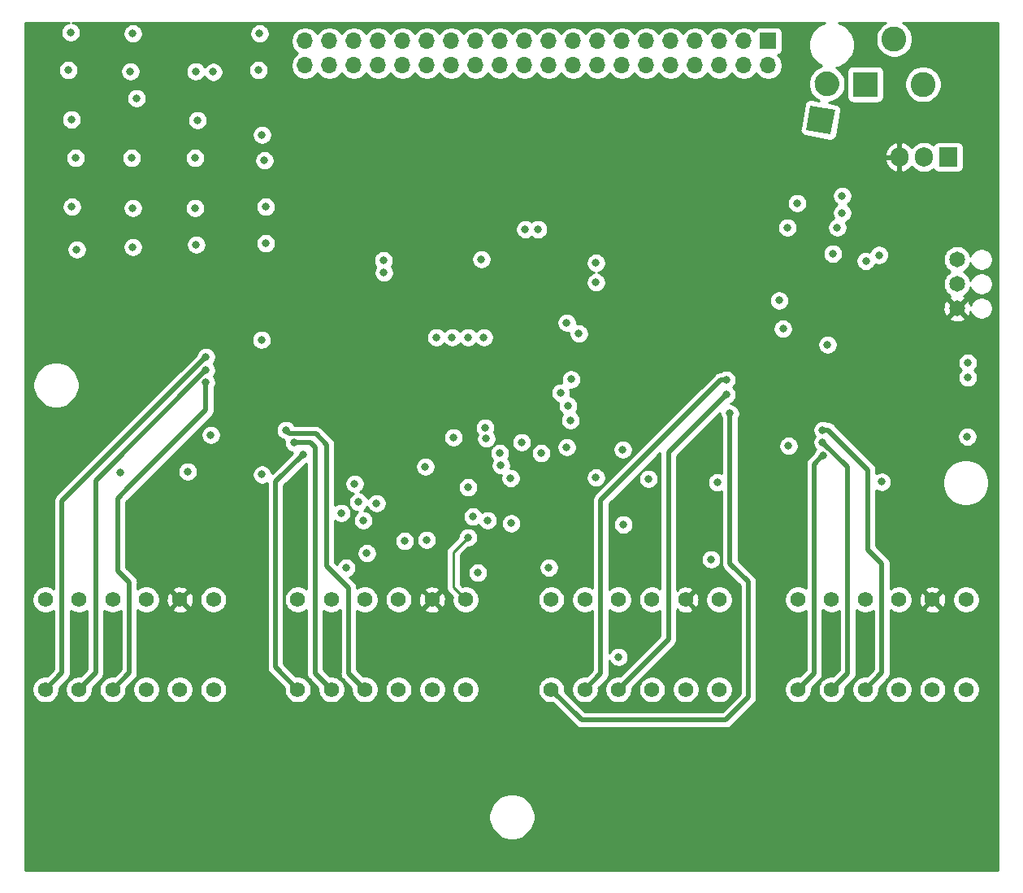
<source format=gbr>
G04 #@! TF.GenerationSoftware,KiCad,Pcbnew,5.1.6*
G04 #@! TF.CreationDate,2020-06-25T20:11:56-04:00*
G04 #@! TF.ProjectId,EVE-PCB-V4,4556452d-5043-4422-9d56-342e6b696361,rev?*
G04 #@! TF.SameCoordinates,Original*
G04 #@! TF.FileFunction,Copper,L2,Inr*
G04 #@! TF.FilePolarity,Positive*
%FSLAX46Y46*%
G04 Gerber Fmt 4.6, Leading zero omitted, Abs format (unit mm)*
G04 Created by KiCad (PCBNEW 5.1.6) date 2020-06-25 20:11:56*
%MOMM*%
%LPD*%
G01*
G04 APERTURE LIST*
G04 #@! TA.AperFunction,ViaPad*
%ADD10C,1.575000*%
G04 #@! TD*
G04 #@! TA.AperFunction,ViaPad*
%ADD11O,1.700000X1.700000*%
G04 #@! TD*
G04 #@! TA.AperFunction,ViaPad*
%ADD12R,1.700000X1.700000*%
G04 #@! TD*
G04 #@! TA.AperFunction,ViaPad*
%ADD13R,2.600000X2.600000*%
G04 #@! TD*
G04 #@! TA.AperFunction,ViaPad*
%ADD14C,2.600000*%
G04 #@! TD*
G04 #@! TA.AperFunction,ViaPad*
%ADD15R,1.905000X2.000000*%
G04 #@! TD*
G04 #@! TA.AperFunction,ViaPad*
%ADD16O,1.905000X2.000000*%
G04 #@! TD*
G04 #@! TA.AperFunction,ViaPad*
%ADD17C,1.650000*%
G04 #@! TD*
G04 #@! TA.AperFunction,ViaPad*
%ADD18C,0.100000*%
G04 #@! TD*
G04 #@! TA.AperFunction,ViaPad*
%ADD19C,0.800000*%
G04 #@! TD*
G04 #@! TA.AperFunction,Conductor*
%ADD20C,0.250000*%
G04 #@! TD*
G04 #@! TA.AperFunction,Conductor*
%ADD21C,0.500000*%
G04 #@! TD*
G04 #@! TA.AperFunction,Conductor*
%ADD22C,0.254000*%
G04 #@! TD*
G04 APERTURE END LIST*
D10*
X108592346Y-95760000D03*
X108592346Y-105110000D03*
X105092346Y-95760000D03*
X105092346Y-105110000D03*
X101592346Y-95760000D03*
X101592346Y-105110000D03*
X98092346Y-95760000D03*
X98092346Y-105110000D03*
X94592346Y-95760000D03*
X94592346Y-105110000D03*
X91092346Y-95760000D03*
X91092346Y-105110000D03*
D11*
X118143346Y-40146769D03*
X118143346Y-37606769D03*
X120683346Y-40146769D03*
X120683346Y-37606769D03*
X123223346Y-40146769D03*
X123223346Y-37606769D03*
X125763346Y-40146769D03*
X125763346Y-37606769D03*
X128303346Y-40146769D03*
X128303346Y-37606769D03*
X130843346Y-40146769D03*
X130843346Y-37606769D03*
X133383346Y-40146769D03*
X133383346Y-37606769D03*
X135923346Y-40146769D03*
X135923346Y-37606769D03*
X138463346Y-40146769D03*
X138463346Y-37606769D03*
X141003346Y-40146769D03*
X141003346Y-37606769D03*
X143543346Y-40146769D03*
X143543346Y-37606769D03*
X146083346Y-40146769D03*
X146083346Y-37606769D03*
X148623346Y-40146769D03*
X148623346Y-37606769D03*
X151163346Y-40146769D03*
X151163346Y-37606769D03*
X153703346Y-40146769D03*
X153703346Y-37606769D03*
X156243346Y-40146769D03*
X156243346Y-37606769D03*
X158783346Y-40146769D03*
X158783346Y-37606769D03*
X161323346Y-40146769D03*
X161323346Y-37606769D03*
X163863346Y-40146769D03*
X163863346Y-37606769D03*
X166403346Y-40146769D03*
D12*
X166403346Y-37606769D03*
D10*
X187014846Y-95760000D03*
X187014846Y-105110000D03*
X183514846Y-95760000D03*
X183514846Y-105110000D03*
X180014846Y-95760000D03*
X180014846Y-105110000D03*
X176514846Y-95760000D03*
X176514846Y-105110000D03*
X173014846Y-95760000D03*
X173014846Y-105110000D03*
X169514846Y-95760000D03*
X169514846Y-105110000D03*
X161297346Y-95760000D03*
X161297346Y-105110000D03*
X157797346Y-95760000D03*
X157797346Y-105110000D03*
X154297346Y-95760000D03*
X154297346Y-105110000D03*
X150797346Y-95760000D03*
X150797346Y-105110000D03*
X147297346Y-95760000D03*
X147297346Y-105110000D03*
X143797346Y-95760000D03*
X143797346Y-105110000D03*
X134881346Y-95760000D03*
X134881346Y-105110000D03*
X131381346Y-95760000D03*
X131381346Y-105110000D03*
X127881346Y-95760000D03*
X127881346Y-105110000D03*
X124381346Y-95760000D03*
X124381346Y-105110000D03*
X120881346Y-95760000D03*
X120881346Y-105110000D03*
X117381346Y-95760000D03*
X117381346Y-105110000D03*
D13*
X176530000Y-42113200D03*
D14*
X182530000Y-42113200D03*
X179530000Y-37413200D03*
D15*
X185166000Y-49682400D03*
D16*
X182626000Y-49682400D03*
X180086000Y-49682400D03*
D17*
X186080400Y-65430400D03*
X186080400Y-62890400D03*
X186080400Y-60350400D03*
G04 #@! TA.AperFunction,ViaPad*
D18*
G36*
X172910907Y-47327593D02*
G01*
X170350407Y-46876107D01*
X170801893Y-44315607D01*
X173362393Y-44767093D01*
X172910907Y-47327593D01*
G37*
G04 #@! TD.AperFunction*
G04 #@! TA.AperFunction,ViaPad*
G36*
G01*
X172292257Y-43349732D02*
X172292257Y-43349732D01*
G75*
G02*
X171237750Y-41843739I225743J1280250D01*
G01*
X171237750Y-41843739D01*
G75*
G02*
X172743743Y-40789232I1280250J-225743D01*
G01*
X172743743Y-40789232D01*
G75*
G02*
X173798250Y-42295225I-225743J-1280250D01*
G01*
X173798250Y-42295225D01*
G75*
G02*
X172292257Y-43349732I-1280250J225743D01*
G01*
G37*
G04 #@! TD.AperFunction*
D19*
X93472000Y-40640000D03*
X99949000Y-40767000D03*
X113284000Y-40640000D03*
X100076000Y-49784000D03*
X106680000Y-49784000D03*
X94234000Y-49784000D03*
X106807000Y-58801000D03*
X113919000Y-50038000D03*
X94361000Y-59309000D03*
X100203000Y-59055000D03*
X114046000Y-58674000D03*
X172593000Y-69215000D03*
X105918000Y-82423000D03*
X113601500Y-68707000D03*
X168529000Y-79756000D03*
X106743500Y-40767000D03*
X139636500Y-87820500D03*
X139573000Y-83121500D03*
X148463000Y-83058000D03*
X151320500Y-87947500D03*
X108331000Y-78613000D03*
X145415000Y-79883000D03*
X136525000Y-60325000D03*
X160464500Y-91567000D03*
X136779000Y-68453000D03*
X135128000Y-68453000D03*
X133477000Y-68453000D03*
X131826000Y-68453000D03*
X130683000Y-81915000D03*
X151257000Y-80137000D03*
X121920000Y-86741000D03*
X123317000Y-83693000D03*
X135128000Y-89281000D03*
X99822000Y-121920000D03*
X126492000Y-121983500D03*
X152908000Y-121920000D03*
X178244500Y-121920000D03*
X152654000Y-75692000D03*
X187096400Y-77165200D03*
X174142400Y-61163200D03*
X162814000Y-58928000D03*
X149606000Y-56642000D03*
X121412000Y-56642000D03*
X135064500Y-59182000D03*
X143764000Y-54864000D03*
X100774500Y-85725000D03*
X116522500Y-85153500D03*
X178816000Y-85153500D03*
X139065000Y-72517000D03*
X150495000Y-69088000D03*
X163766500Y-84836000D03*
X182219600Y-56184800D03*
X124587000Y-82169000D03*
X124968000Y-89281000D03*
X107823000Y-85471000D03*
X93726000Y-36703000D03*
X172148500Y-80772000D03*
X100203000Y-36830000D03*
X172085000Y-79375000D03*
X113411000Y-36830000D03*
X172085000Y-78105000D03*
X106934000Y-45847000D03*
X162433000Y-76390500D03*
X162052000Y-72898000D03*
X108585000Y-40830500D03*
X100584000Y-43561000D03*
X162052000Y-74422000D03*
X113665000Y-47371000D03*
X117919500Y-80645000D03*
X114046000Y-54864000D03*
X117030500Y-79438500D03*
X93789500Y-45783500D03*
X116141500Y-78105000D03*
X107823000Y-70485000D03*
X100203000Y-54991000D03*
X107823000Y-71882000D03*
X106680000Y-54991000D03*
X107823000Y-73152000D03*
X93853000Y-54864000D03*
X173609000Y-57023000D03*
X169418000Y-54483000D03*
X177952400Y-59893200D03*
X187198000Y-71120000D03*
X174117000Y-53721000D03*
X174117000Y-55499000D03*
X124206000Y-87503000D03*
X136906000Y-77851000D03*
X124587000Y-90932000D03*
X140716000Y-79375000D03*
X142748000Y-80518000D03*
X137160000Y-87503000D03*
X136144000Y-92964000D03*
X138430000Y-80518000D03*
X135636000Y-87122000D03*
X168402000Y-57023000D03*
X148463000Y-60706000D03*
X145415000Y-66929000D03*
X126301500Y-60452000D03*
X142430500Y-57213500D03*
X173126400Y-59740800D03*
X148463000Y-62738000D03*
X146685000Y-68072000D03*
X126365000Y-61722000D03*
X141097000Y-57213500D03*
X167538400Y-64617600D03*
X187147200Y-78790800D03*
X167944800Y-67564000D03*
X187198000Y-72644000D03*
X153924000Y-83185000D03*
X150812500Y-101727000D03*
X143541500Y-92424500D03*
X178244500Y-83502500D03*
X145859500Y-72834500D03*
X161099500Y-83566000D03*
X144780000Y-74231500D03*
X113665000Y-82740500D03*
X145542000Y-75565000D03*
X98869500Y-82550000D03*
X145796000Y-77089000D03*
X176580800Y-60502800D03*
X133604000Y-78867000D03*
X123698000Y-85598000D03*
X125603000Y-85725000D03*
X137033000Y-78994000D03*
X135128000Y-84074000D03*
X138557000Y-81788000D03*
X122428000Y-92456000D03*
X128524000Y-89662000D03*
X130810000Y-89535000D03*
D20*
X134881346Y-95760000D02*
X133604000Y-94482654D01*
X133604000Y-90805000D02*
X135128000Y-89281000D01*
X133604000Y-94482654D02*
X133604000Y-90805000D01*
D21*
X172085000Y-80772000D02*
X171196000Y-81661000D01*
X171196000Y-103428846D02*
X169514846Y-105110000D01*
X171196000Y-81661000D02*
X171196000Y-103428846D01*
X174688500Y-103436346D02*
X173014846Y-105110000D01*
X172085000Y-79375000D02*
X174688500Y-81978500D01*
X174688500Y-81978500D02*
X174688500Y-103436346D01*
X172085000Y-78105000D02*
X172650685Y-78105000D01*
X178244500Y-103380346D02*
X176514846Y-105110000D01*
X176781093Y-90548093D02*
X178244500Y-92011500D01*
X176781093Y-82235407D02*
X176781093Y-90548093D01*
X172650685Y-78105000D02*
X176781093Y-82235407D01*
X178244500Y-92011500D02*
X178244500Y-103380346D01*
X164338000Y-93916500D02*
X164338000Y-105918000D01*
X164338000Y-105918000D02*
X161988500Y-108267500D01*
X146954846Y-108267500D02*
X143797346Y-105110000D01*
X161988500Y-108267500D02*
X146954846Y-108267500D01*
X162433000Y-92011500D02*
X164338000Y-93916500D01*
X162433000Y-76390500D02*
X162433000Y-92011500D01*
X161486315Y-72898000D02*
X148971000Y-85413315D01*
X162052000Y-72898000D02*
X161486315Y-72898000D01*
X148971000Y-103436346D02*
X147297346Y-105110000D01*
X148971000Y-85413315D02*
X148971000Y-103436346D01*
X162052000Y-74422000D02*
X156019500Y-80454500D01*
X156019500Y-99887846D02*
X150797346Y-105110000D01*
X156019500Y-80454500D02*
X156019500Y-99887846D01*
X117919500Y-80645000D02*
X115062000Y-83502500D01*
X115062000Y-102790654D02*
X117381346Y-105110000D01*
X115062000Y-83502500D02*
X115062000Y-102790654D01*
X119189500Y-103418154D02*
X120881346Y-105110000D01*
X119189500Y-79946500D02*
X119189500Y-103418154D01*
X117030500Y-79438500D02*
X118681500Y-79438500D01*
X118681500Y-79438500D02*
X119189500Y-79946500D01*
X116541499Y-78504999D02*
X119271999Y-78504999D01*
X116141500Y-78105000D02*
X116541499Y-78504999D01*
X119271999Y-78504999D02*
X120396000Y-79629000D01*
X120396000Y-79629000D02*
X120396000Y-92265500D01*
X120396000Y-92265500D02*
X122682000Y-94551500D01*
X122682000Y-103410654D02*
X124381346Y-105110000D01*
X122682000Y-94551500D02*
X122682000Y-103410654D01*
X107823000Y-70485000D02*
X92837000Y-85471000D01*
X92837000Y-103365346D02*
X91092346Y-105110000D01*
X92837000Y-85471000D02*
X92837000Y-103365346D01*
X107823000Y-71882000D02*
X96329500Y-83375500D01*
X96329500Y-103372846D02*
X94592346Y-105110000D01*
X96329500Y-83375500D02*
X96329500Y-103372846D01*
X107823000Y-73152000D02*
X107823000Y-76009500D01*
X107823000Y-76009500D02*
X99822000Y-84010500D01*
X99822000Y-103380346D02*
X98092346Y-105110000D01*
D20*
X99822000Y-94170500D02*
X99822000Y-93980000D01*
D21*
X99822000Y-94170500D02*
X99822000Y-103380346D01*
X99822000Y-93980000D02*
X98615500Y-92773500D01*
X98615500Y-85217000D02*
X99822000Y-84010500D01*
X98615500Y-92773500D02*
X98615500Y-85217000D01*
D22*
G36*
X93424102Y-35707774D02*
G01*
X93235744Y-35785795D01*
X93066226Y-35899063D01*
X92922063Y-36043226D01*
X92808795Y-36212744D01*
X92730774Y-36401102D01*
X92691000Y-36601061D01*
X92691000Y-36804939D01*
X92730774Y-37004898D01*
X92808795Y-37193256D01*
X92922063Y-37362774D01*
X93066226Y-37506937D01*
X93235744Y-37620205D01*
X93424102Y-37698226D01*
X93624061Y-37738000D01*
X93827939Y-37738000D01*
X94027898Y-37698226D01*
X94216256Y-37620205D01*
X94385774Y-37506937D01*
X94529937Y-37362774D01*
X94643205Y-37193256D01*
X94721226Y-37004898D01*
X94761000Y-36804939D01*
X94761000Y-36728061D01*
X99168000Y-36728061D01*
X99168000Y-36931939D01*
X99207774Y-37131898D01*
X99285795Y-37320256D01*
X99399063Y-37489774D01*
X99543226Y-37633937D01*
X99712744Y-37747205D01*
X99901102Y-37825226D01*
X100101061Y-37865000D01*
X100304939Y-37865000D01*
X100504898Y-37825226D01*
X100693256Y-37747205D01*
X100862774Y-37633937D01*
X101006937Y-37489774D01*
X101120205Y-37320256D01*
X101198226Y-37131898D01*
X101238000Y-36931939D01*
X101238000Y-36728061D01*
X112376000Y-36728061D01*
X112376000Y-36931939D01*
X112415774Y-37131898D01*
X112493795Y-37320256D01*
X112607063Y-37489774D01*
X112751226Y-37633937D01*
X112920744Y-37747205D01*
X113109102Y-37825226D01*
X113309061Y-37865000D01*
X113512939Y-37865000D01*
X113712898Y-37825226D01*
X113901256Y-37747205D01*
X114070774Y-37633937D01*
X114214937Y-37489774D01*
X114234491Y-37460509D01*
X116658346Y-37460509D01*
X116658346Y-37753029D01*
X116715414Y-38039927D01*
X116827356Y-38310180D01*
X116989871Y-38553401D01*
X117196714Y-38760244D01*
X117371106Y-38876769D01*
X117196714Y-38993294D01*
X116989871Y-39200137D01*
X116827356Y-39443358D01*
X116715414Y-39713611D01*
X116658346Y-40000509D01*
X116658346Y-40293029D01*
X116715414Y-40579927D01*
X116827356Y-40850180D01*
X116989871Y-41093401D01*
X117196714Y-41300244D01*
X117439935Y-41462759D01*
X117710188Y-41574701D01*
X117997086Y-41631769D01*
X118289606Y-41631769D01*
X118576504Y-41574701D01*
X118846757Y-41462759D01*
X119089978Y-41300244D01*
X119296821Y-41093401D01*
X119413346Y-40919009D01*
X119529871Y-41093401D01*
X119736714Y-41300244D01*
X119979935Y-41462759D01*
X120250188Y-41574701D01*
X120537086Y-41631769D01*
X120829606Y-41631769D01*
X121116504Y-41574701D01*
X121386757Y-41462759D01*
X121629978Y-41300244D01*
X121836821Y-41093401D01*
X121953346Y-40919009D01*
X122069871Y-41093401D01*
X122276714Y-41300244D01*
X122519935Y-41462759D01*
X122790188Y-41574701D01*
X123077086Y-41631769D01*
X123369606Y-41631769D01*
X123656504Y-41574701D01*
X123926757Y-41462759D01*
X124169978Y-41300244D01*
X124376821Y-41093401D01*
X124493346Y-40919009D01*
X124609871Y-41093401D01*
X124816714Y-41300244D01*
X125059935Y-41462759D01*
X125330188Y-41574701D01*
X125617086Y-41631769D01*
X125909606Y-41631769D01*
X126196504Y-41574701D01*
X126466757Y-41462759D01*
X126709978Y-41300244D01*
X126916821Y-41093401D01*
X127033346Y-40919009D01*
X127149871Y-41093401D01*
X127356714Y-41300244D01*
X127599935Y-41462759D01*
X127870188Y-41574701D01*
X128157086Y-41631769D01*
X128449606Y-41631769D01*
X128736504Y-41574701D01*
X129006757Y-41462759D01*
X129249978Y-41300244D01*
X129456821Y-41093401D01*
X129573346Y-40919009D01*
X129689871Y-41093401D01*
X129896714Y-41300244D01*
X130139935Y-41462759D01*
X130410188Y-41574701D01*
X130697086Y-41631769D01*
X130989606Y-41631769D01*
X131276504Y-41574701D01*
X131546757Y-41462759D01*
X131789978Y-41300244D01*
X131996821Y-41093401D01*
X132113346Y-40919009D01*
X132229871Y-41093401D01*
X132436714Y-41300244D01*
X132679935Y-41462759D01*
X132950188Y-41574701D01*
X133237086Y-41631769D01*
X133529606Y-41631769D01*
X133816504Y-41574701D01*
X134086757Y-41462759D01*
X134329978Y-41300244D01*
X134536821Y-41093401D01*
X134653346Y-40919009D01*
X134769871Y-41093401D01*
X134976714Y-41300244D01*
X135219935Y-41462759D01*
X135490188Y-41574701D01*
X135777086Y-41631769D01*
X136069606Y-41631769D01*
X136356504Y-41574701D01*
X136626757Y-41462759D01*
X136869978Y-41300244D01*
X137076821Y-41093401D01*
X137193346Y-40919009D01*
X137309871Y-41093401D01*
X137516714Y-41300244D01*
X137759935Y-41462759D01*
X138030188Y-41574701D01*
X138317086Y-41631769D01*
X138609606Y-41631769D01*
X138896504Y-41574701D01*
X139166757Y-41462759D01*
X139409978Y-41300244D01*
X139616821Y-41093401D01*
X139733346Y-40919009D01*
X139849871Y-41093401D01*
X140056714Y-41300244D01*
X140299935Y-41462759D01*
X140570188Y-41574701D01*
X140857086Y-41631769D01*
X141149606Y-41631769D01*
X141436504Y-41574701D01*
X141706757Y-41462759D01*
X141949978Y-41300244D01*
X142156821Y-41093401D01*
X142273346Y-40919009D01*
X142389871Y-41093401D01*
X142596714Y-41300244D01*
X142839935Y-41462759D01*
X143110188Y-41574701D01*
X143397086Y-41631769D01*
X143689606Y-41631769D01*
X143976504Y-41574701D01*
X144246757Y-41462759D01*
X144489978Y-41300244D01*
X144696821Y-41093401D01*
X144813346Y-40919009D01*
X144929871Y-41093401D01*
X145136714Y-41300244D01*
X145379935Y-41462759D01*
X145650188Y-41574701D01*
X145937086Y-41631769D01*
X146229606Y-41631769D01*
X146516504Y-41574701D01*
X146786757Y-41462759D01*
X147029978Y-41300244D01*
X147236821Y-41093401D01*
X147353346Y-40919009D01*
X147469871Y-41093401D01*
X147676714Y-41300244D01*
X147919935Y-41462759D01*
X148190188Y-41574701D01*
X148477086Y-41631769D01*
X148769606Y-41631769D01*
X149056504Y-41574701D01*
X149326757Y-41462759D01*
X149569978Y-41300244D01*
X149776821Y-41093401D01*
X149893346Y-40919009D01*
X150009871Y-41093401D01*
X150216714Y-41300244D01*
X150459935Y-41462759D01*
X150730188Y-41574701D01*
X151017086Y-41631769D01*
X151309606Y-41631769D01*
X151596504Y-41574701D01*
X151866757Y-41462759D01*
X152109978Y-41300244D01*
X152316821Y-41093401D01*
X152433346Y-40919009D01*
X152549871Y-41093401D01*
X152756714Y-41300244D01*
X152999935Y-41462759D01*
X153270188Y-41574701D01*
X153557086Y-41631769D01*
X153849606Y-41631769D01*
X154136504Y-41574701D01*
X154406757Y-41462759D01*
X154649978Y-41300244D01*
X154856821Y-41093401D01*
X154973346Y-40919009D01*
X155089871Y-41093401D01*
X155296714Y-41300244D01*
X155539935Y-41462759D01*
X155810188Y-41574701D01*
X156097086Y-41631769D01*
X156389606Y-41631769D01*
X156676504Y-41574701D01*
X156946757Y-41462759D01*
X157189978Y-41300244D01*
X157396821Y-41093401D01*
X157513346Y-40919009D01*
X157629871Y-41093401D01*
X157836714Y-41300244D01*
X158079935Y-41462759D01*
X158350188Y-41574701D01*
X158637086Y-41631769D01*
X158929606Y-41631769D01*
X159216504Y-41574701D01*
X159486757Y-41462759D01*
X159729978Y-41300244D01*
X159936821Y-41093401D01*
X160053346Y-40919009D01*
X160169871Y-41093401D01*
X160376714Y-41300244D01*
X160619935Y-41462759D01*
X160890188Y-41574701D01*
X161177086Y-41631769D01*
X161469606Y-41631769D01*
X161756504Y-41574701D01*
X162026757Y-41462759D01*
X162269978Y-41300244D01*
X162476821Y-41093401D01*
X162593346Y-40919009D01*
X162709871Y-41093401D01*
X162916714Y-41300244D01*
X163159935Y-41462759D01*
X163430188Y-41574701D01*
X163717086Y-41631769D01*
X164009606Y-41631769D01*
X164296504Y-41574701D01*
X164566757Y-41462759D01*
X164809978Y-41300244D01*
X165016821Y-41093401D01*
X165133346Y-40919009D01*
X165249871Y-41093401D01*
X165456714Y-41300244D01*
X165699935Y-41462759D01*
X165970188Y-41574701D01*
X166257086Y-41631769D01*
X166549606Y-41631769D01*
X166836504Y-41574701D01*
X167106757Y-41462759D01*
X167349978Y-41300244D01*
X167556821Y-41093401D01*
X167719336Y-40850180D01*
X167831278Y-40579927D01*
X167888346Y-40293029D01*
X167888346Y-40000509D01*
X167831278Y-39713611D01*
X167719336Y-39443358D01*
X167556821Y-39200137D01*
X167424966Y-39068282D01*
X167497526Y-39046271D01*
X167607840Y-38987306D01*
X167704531Y-38907954D01*
X167783883Y-38811263D01*
X167842848Y-38700949D01*
X167879158Y-38581251D01*
X167891418Y-38456769D01*
X167891418Y-36756769D01*
X167879158Y-36632287D01*
X167842848Y-36512589D01*
X167783883Y-36402275D01*
X167704531Y-36305584D01*
X167607840Y-36226232D01*
X167497526Y-36167267D01*
X167377828Y-36130957D01*
X167253346Y-36118697D01*
X165553346Y-36118697D01*
X165428864Y-36130957D01*
X165309166Y-36167267D01*
X165198852Y-36226232D01*
X165102161Y-36305584D01*
X165022809Y-36402275D01*
X164963844Y-36512589D01*
X164941833Y-36585149D01*
X164809978Y-36453294D01*
X164566757Y-36290779D01*
X164296504Y-36178837D01*
X164009606Y-36121769D01*
X163717086Y-36121769D01*
X163430188Y-36178837D01*
X163159935Y-36290779D01*
X162916714Y-36453294D01*
X162709871Y-36660137D01*
X162593346Y-36834529D01*
X162476821Y-36660137D01*
X162269978Y-36453294D01*
X162026757Y-36290779D01*
X161756504Y-36178837D01*
X161469606Y-36121769D01*
X161177086Y-36121769D01*
X160890188Y-36178837D01*
X160619935Y-36290779D01*
X160376714Y-36453294D01*
X160169871Y-36660137D01*
X160053346Y-36834529D01*
X159936821Y-36660137D01*
X159729978Y-36453294D01*
X159486757Y-36290779D01*
X159216504Y-36178837D01*
X158929606Y-36121769D01*
X158637086Y-36121769D01*
X158350188Y-36178837D01*
X158079935Y-36290779D01*
X157836714Y-36453294D01*
X157629871Y-36660137D01*
X157513346Y-36834529D01*
X157396821Y-36660137D01*
X157189978Y-36453294D01*
X156946757Y-36290779D01*
X156676504Y-36178837D01*
X156389606Y-36121769D01*
X156097086Y-36121769D01*
X155810188Y-36178837D01*
X155539935Y-36290779D01*
X155296714Y-36453294D01*
X155089871Y-36660137D01*
X154973346Y-36834529D01*
X154856821Y-36660137D01*
X154649978Y-36453294D01*
X154406757Y-36290779D01*
X154136504Y-36178837D01*
X153849606Y-36121769D01*
X153557086Y-36121769D01*
X153270188Y-36178837D01*
X152999935Y-36290779D01*
X152756714Y-36453294D01*
X152549871Y-36660137D01*
X152433346Y-36834529D01*
X152316821Y-36660137D01*
X152109978Y-36453294D01*
X151866757Y-36290779D01*
X151596504Y-36178837D01*
X151309606Y-36121769D01*
X151017086Y-36121769D01*
X150730188Y-36178837D01*
X150459935Y-36290779D01*
X150216714Y-36453294D01*
X150009871Y-36660137D01*
X149893346Y-36834529D01*
X149776821Y-36660137D01*
X149569978Y-36453294D01*
X149326757Y-36290779D01*
X149056504Y-36178837D01*
X148769606Y-36121769D01*
X148477086Y-36121769D01*
X148190188Y-36178837D01*
X147919935Y-36290779D01*
X147676714Y-36453294D01*
X147469871Y-36660137D01*
X147353346Y-36834529D01*
X147236821Y-36660137D01*
X147029978Y-36453294D01*
X146786757Y-36290779D01*
X146516504Y-36178837D01*
X146229606Y-36121769D01*
X145937086Y-36121769D01*
X145650188Y-36178837D01*
X145379935Y-36290779D01*
X145136714Y-36453294D01*
X144929871Y-36660137D01*
X144813346Y-36834529D01*
X144696821Y-36660137D01*
X144489978Y-36453294D01*
X144246757Y-36290779D01*
X143976504Y-36178837D01*
X143689606Y-36121769D01*
X143397086Y-36121769D01*
X143110188Y-36178837D01*
X142839935Y-36290779D01*
X142596714Y-36453294D01*
X142389871Y-36660137D01*
X142273346Y-36834529D01*
X142156821Y-36660137D01*
X141949978Y-36453294D01*
X141706757Y-36290779D01*
X141436504Y-36178837D01*
X141149606Y-36121769D01*
X140857086Y-36121769D01*
X140570188Y-36178837D01*
X140299935Y-36290779D01*
X140056714Y-36453294D01*
X139849871Y-36660137D01*
X139733346Y-36834529D01*
X139616821Y-36660137D01*
X139409978Y-36453294D01*
X139166757Y-36290779D01*
X138896504Y-36178837D01*
X138609606Y-36121769D01*
X138317086Y-36121769D01*
X138030188Y-36178837D01*
X137759935Y-36290779D01*
X137516714Y-36453294D01*
X137309871Y-36660137D01*
X137193346Y-36834529D01*
X137076821Y-36660137D01*
X136869978Y-36453294D01*
X136626757Y-36290779D01*
X136356504Y-36178837D01*
X136069606Y-36121769D01*
X135777086Y-36121769D01*
X135490188Y-36178837D01*
X135219935Y-36290779D01*
X134976714Y-36453294D01*
X134769871Y-36660137D01*
X134653346Y-36834529D01*
X134536821Y-36660137D01*
X134329978Y-36453294D01*
X134086757Y-36290779D01*
X133816504Y-36178837D01*
X133529606Y-36121769D01*
X133237086Y-36121769D01*
X132950188Y-36178837D01*
X132679935Y-36290779D01*
X132436714Y-36453294D01*
X132229871Y-36660137D01*
X132113346Y-36834529D01*
X131996821Y-36660137D01*
X131789978Y-36453294D01*
X131546757Y-36290779D01*
X131276504Y-36178837D01*
X130989606Y-36121769D01*
X130697086Y-36121769D01*
X130410188Y-36178837D01*
X130139935Y-36290779D01*
X129896714Y-36453294D01*
X129689871Y-36660137D01*
X129573346Y-36834529D01*
X129456821Y-36660137D01*
X129249978Y-36453294D01*
X129006757Y-36290779D01*
X128736504Y-36178837D01*
X128449606Y-36121769D01*
X128157086Y-36121769D01*
X127870188Y-36178837D01*
X127599935Y-36290779D01*
X127356714Y-36453294D01*
X127149871Y-36660137D01*
X127033346Y-36834529D01*
X126916821Y-36660137D01*
X126709978Y-36453294D01*
X126466757Y-36290779D01*
X126196504Y-36178837D01*
X125909606Y-36121769D01*
X125617086Y-36121769D01*
X125330188Y-36178837D01*
X125059935Y-36290779D01*
X124816714Y-36453294D01*
X124609871Y-36660137D01*
X124493346Y-36834529D01*
X124376821Y-36660137D01*
X124169978Y-36453294D01*
X123926757Y-36290779D01*
X123656504Y-36178837D01*
X123369606Y-36121769D01*
X123077086Y-36121769D01*
X122790188Y-36178837D01*
X122519935Y-36290779D01*
X122276714Y-36453294D01*
X122069871Y-36660137D01*
X121953346Y-36834529D01*
X121836821Y-36660137D01*
X121629978Y-36453294D01*
X121386757Y-36290779D01*
X121116504Y-36178837D01*
X120829606Y-36121769D01*
X120537086Y-36121769D01*
X120250188Y-36178837D01*
X119979935Y-36290779D01*
X119736714Y-36453294D01*
X119529871Y-36660137D01*
X119413346Y-36834529D01*
X119296821Y-36660137D01*
X119089978Y-36453294D01*
X118846757Y-36290779D01*
X118576504Y-36178837D01*
X118289606Y-36121769D01*
X117997086Y-36121769D01*
X117710188Y-36178837D01*
X117439935Y-36290779D01*
X117196714Y-36453294D01*
X116989871Y-36660137D01*
X116827356Y-36903358D01*
X116715414Y-37173611D01*
X116658346Y-37460509D01*
X114234491Y-37460509D01*
X114328205Y-37320256D01*
X114406226Y-37131898D01*
X114446000Y-36931939D01*
X114446000Y-36728061D01*
X114406226Y-36528102D01*
X114328205Y-36339744D01*
X114214937Y-36170226D01*
X114070774Y-36026063D01*
X113901256Y-35912795D01*
X113712898Y-35834774D01*
X113512939Y-35795000D01*
X113309061Y-35795000D01*
X113109102Y-35834774D01*
X112920744Y-35912795D01*
X112751226Y-36026063D01*
X112607063Y-36170226D01*
X112493795Y-36339744D01*
X112415774Y-36528102D01*
X112376000Y-36728061D01*
X101238000Y-36728061D01*
X101198226Y-36528102D01*
X101120205Y-36339744D01*
X101006937Y-36170226D01*
X100862774Y-36026063D01*
X100693256Y-35912795D01*
X100504898Y-35834774D01*
X100304939Y-35795000D01*
X100101061Y-35795000D01*
X99901102Y-35834774D01*
X99712744Y-35912795D01*
X99543226Y-36026063D01*
X99399063Y-36170226D01*
X99285795Y-36339744D01*
X99207774Y-36528102D01*
X99168000Y-36728061D01*
X94761000Y-36728061D01*
X94761000Y-36601061D01*
X94721226Y-36401102D01*
X94643205Y-36212744D01*
X94529937Y-36043226D01*
X94385774Y-35899063D01*
X94216256Y-35785795D01*
X94027898Y-35707774D01*
X93923459Y-35687000D01*
X172264756Y-35687000D01*
X171854506Y-35856931D01*
X171458424Y-36121585D01*
X171121585Y-36458424D01*
X170856931Y-36854506D01*
X170674635Y-37294608D01*
X170581701Y-37761818D01*
X170581701Y-38238182D01*
X170674635Y-38705392D01*
X170856931Y-39145494D01*
X171121585Y-39541576D01*
X171458424Y-39878415D01*
X171854506Y-40143069D01*
X171993925Y-40200818D01*
X171953581Y-40208843D01*
X171601434Y-40354707D01*
X171284509Y-40566469D01*
X171014987Y-40835991D01*
X170803225Y-41152916D01*
X170657361Y-41505063D01*
X170583000Y-41878901D01*
X170583000Y-42260063D01*
X170657361Y-42633901D01*
X170803225Y-42986048D01*
X171014987Y-43302973D01*
X171284509Y-43572495D01*
X171601434Y-43784257D01*
X171704071Y-43826770D01*
X170912693Y-43687229D01*
X170787974Y-43677687D01*
X170663789Y-43692660D01*
X170544912Y-43731572D01*
X170435910Y-43792929D01*
X170340973Y-43874372D01*
X170263749Y-43972771D01*
X170207205Y-44084345D01*
X170173515Y-44204807D01*
X169722029Y-46765307D01*
X169712487Y-46890026D01*
X169727460Y-47014211D01*
X169766372Y-47133088D01*
X169827729Y-47242090D01*
X169909172Y-47337027D01*
X170007571Y-47414251D01*
X170119145Y-47470795D01*
X170239607Y-47504485D01*
X172800107Y-47955971D01*
X172924826Y-47965513D01*
X173049011Y-47950540D01*
X173167888Y-47911628D01*
X173276890Y-47850271D01*
X173371827Y-47768828D01*
X173449051Y-47670429D01*
X173505595Y-47558855D01*
X173539285Y-47438393D01*
X173990771Y-44877893D01*
X174000313Y-44753174D01*
X173985340Y-44628989D01*
X173946428Y-44510112D01*
X173885071Y-44401110D01*
X173803628Y-44306173D01*
X173705229Y-44228949D01*
X173593655Y-44172405D01*
X173473193Y-44138715D01*
X172710151Y-44004170D01*
X173082419Y-43930121D01*
X173434566Y-43784257D01*
X173751491Y-43572495D01*
X174021013Y-43302973D01*
X174232775Y-42986048D01*
X174378639Y-42633901D01*
X174453000Y-42260063D01*
X174453000Y-41878901D01*
X174378639Y-41505063D01*
X174232775Y-41152916D01*
X174021013Y-40835991D01*
X173998222Y-40813200D01*
X174591928Y-40813200D01*
X174591928Y-43413200D01*
X174604188Y-43537682D01*
X174640498Y-43657380D01*
X174699463Y-43767694D01*
X174778815Y-43864385D01*
X174875506Y-43943737D01*
X174985820Y-44002702D01*
X175105518Y-44039012D01*
X175230000Y-44051272D01*
X177830000Y-44051272D01*
X177954482Y-44039012D01*
X178074180Y-44002702D01*
X178184494Y-43943737D01*
X178281185Y-43864385D01*
X178360537Y-43767694D01*
X178419502Y-43657380D01*
X178455812Y-43537682D01*
X178468072Y-43413200D01*
X178468072Y-41922619D01*
X180595000Y-41922619D01*
X180595000Y-42303781D01*
X180669361Y-42677619D01*
X180815225Y-43029766D01*
X181026987Y-43346691D01*
X181296509Y-43616213D01*
X181613434Y-43827975D01*
X181965581Y-43973839D01*
X182339419Y-44048200D01*
X182720581Y-44048200D01*
X183094419Y-43973839D01*
X183446566Y-43827975D01*
X183763491Y-43616213D01*
X184033013Y-43346691D01*
X184244775Y-43029766D01*
X184390639Y-42677619D01*
X184465000Y-42303781D01*
X184465000Y-41922619D01*
X184390639Y-41548781D01*
X184244775Y-41196634D01*
X184033013Y-40879709D01*
X183763491Y-40610187D01*
X183446566Y-40398425D01*
X183094419Y-40252561D01*
X182720581Y-40178200D01*
X182339419Y-40178200D01*
X181965581Y-40252561D01*
X181613434Y-40398425D01*
X181296509Y-40610187D01*
X181026987Y-40879709D01*
X180815225Y-41196634D01*
X180669361Y-41548781D01*
X180595000Y-41922619D01*
X178468072Y-41922619D01*
X178468072Y-40813200D01*
X178455812Y-40688718D01*
X178419502Y-40569020D01*
X178360537Y-40458706D01*
X178281185Y-40362015D01*
X178184494Y-40282663D01*
X178074180Y-40223698D01*
X177954482Y-40187388D01*
X177830000Y-40175128D01*
X175230000Y-40175128D01*
X175105518Y-40187388D01*
X174985820Y-40223698D01*
X174875506Y-40282663D01*
X174778815Y-40362015D01*
X174699463Y-40458706D01*
X174640498Y-40569020D01*
X174604188Y-40688718D01*
X174591928Y-40813200D01*
X173998222Y-40813200D01*
X173751491Y-40566469D01*
X173462855Y-40373609D01*
X173705392Y-40325365D01*
X174145494Y-40143069D01*
X174541576Y-39878415D01*
X174878415Y-39541576D01*
X175143069Y-39145494D01*
X175325365Y-38705392D01*
X175418299Y-38238182D01*
X175418299Y-37761818D01*
X175325365Y-37294608D01*
X175143069Y-36854506D01*
X174878415Y-36458424D01*
X174541576Y-36121585D01*
X174145494Y-35856931D01*
X173735244Y-35687000D01*
X178641016Y-35687000D01*
X178613434Y-35698425D01*
X178296509Y-35910187D01*
X178026987Y-36179709D01*
X177815225Y-36496634D01*
X177669361Y-36848781D01*
X177595000Y-37222619D01*
X177595000Y-37603781D01*
X177669361Y-37977619D01*
X177815225Y-38329766D01*
X178026987Y-38646691D01*
X178296509Y-38916213D01*
X178613434Y-39127975D01*
X178965581Y-39273839D01*
X179339419Y-39348200D01*
X179720581Y-39348200D01*
X180094419Y-39273839D01*
X180446566Y-39127975D01*
X180763491Y-38916213D01*
X181033013Y-38646691D01*
X181244775Y-38329766D01*
X181390639Y-37977619D01*
X181465000Y-37603781D01*
X181465000Y-37222619D01*
X181390639Y-36848781D01*
X181244775Y-36496634D01*
X181033013Y-36179709D01*
X180763491Y-35910187D01*
X180446566Y-35698425D01*
X180418984Y-35687000D01*
X190343347Y-35687000D01*
X190343346Y-123962269D01*
X89027000Y-123962269D01*
X89027000Y-118125818D01*
X137281701Y-118125818D01*
X137281701Y-118602182D01*
X137374635Y-119069392D01*
X137556931Y-119509494D01*
X137821585Y-119905576D01*
X138158424Y-120242415D01*
X138554506Y-120507069D01*
X138994608Y-120689365D01*
X139461818Y-120782299D01*
X139938182Y-120782299D01*
X140405392Y-120689365D01*
X140845494Y-120507069D01*
X141241576Y-120242415D01*
X141578415Y-119905576D01*
X141843069Y-119509494D01*
X142025365Y-119069392D01*
X142118299Y-118602182D01*
X142118299Y-118125818D01*
X142025365Y-117658608D01*
X141843069Y-117218506D01*
X141578415Y-116822424D01*
X141241576Y-116485585D01*
X140845494Y-116220931D01*
X140405392Y-116038635D01*
X139938182Y-115945701D01*
X139461818Y-115945701D01*
X138994608Y-116038635D01*
X138554506Y-116220931D01*
X138158424Y-116485585D01*
X137821585Y-116822424D01*
X137556931Y-117218506D01*
X137374635Y-117658608D01*
X137281701Y-118125818D01*
X89027000Y-118125818D01*
X89027000Y-95619896D01*
X89669846Y-95619896D01*
X89669846Y-95900104D01*
X89724512Y-96174928D01*
X89831743Y-96433806D01*
X89987418Y-96666791D01*
X90185555Y-96864928D01*
X90418540Y-97020603D01*
X90677418Y-97127834D01*
X90952242Y-97182500D01*
X91232450Y-97182500D01*
X91507274Y-97127834D01*
X91766152Y-97020603D01*
X91952001Y-96896423D01*
X91952001Y-102998766D01*
X91258155Y-103692613D01*
X91232450Y-103687500D01*
X90952242Y-103687500D01*
X90677418Y-103742166D01*
X90418540Y-103849397D01*
X90185555Y-104005072D01*
X89987418Y-104203209D01*
X89831743Y-104436194D01*
X89724512Y-104695072D01*
X89669846Y-104969896D01*
X89669846Y-105250104D01*
X89724512Y-105524928D01*
X89831743Y-105783806D01*
X89987418Y-106016791D01*
X90185555Y-106214928D01*
X90418540Y-106370603D01*
X90677418Y-106477834D01*
X90952242Y-106532500D01*
X91232450Y-106532500D01*
X91507274Y-106477834D01*
X91766152Y-106370603D01*
X91999137Y-106214928D01*
X92197274Y-106016791D01*
X92352949Y-105783806D01*
X92460180Y-105524928D01*
X92514846Y-105250104D01*
X92514846Y-104969896D01*
X92509733Y-104944191D01*
X93432049Y-104021876D01*
X93465817Y-103994163D01*
X93518142Y-103930406D01*
X93576410Y-103859406D01*
X93581760Y-103849397D01*
X93658589Y-103705659D01*
X93709195Y-103538836D01*
X93722000Y-103408823D01*
X93722000Y-103408813D01*
X93726281Y-103365347D01*
X93722000Y-103321881D01*
X93722000Y-96889280D01*
X93918540Y-97020603D01*
X94177418Y-97127834D01*
X94452242Y-97182500D01*
X94732450Y-97182500D01*
X95007274Y-97127834D01*
X95266152Y-97020603D01*
X95444501Y-96901435D01*
X95444501Y-103006266D01*
X94758155Y-103692613D01*
X94732450Y-103687500D01*
X94452242Y-103687500D01*
X94177418Y-103742166D01*
X93918540Y-103849397D01*
X93685555Y-104005072D01*
X93487418Y-104203209D01*
X93331743Y-104436194D01*
X93224512Y-104695072D01*
X93169846Y-104969896D01*
X93169846Y-105250104D01*
X93224512Y-105524928D01*
X93331743Y-105783806D01*
X93487418Y-106016791D01*
X93685555Y-106214928D01*
X93918540Y-106370603D01*
X94177418Y-106477834D01*
X94452242Y-106532500D01*
X94732450Y-106532500D01*
X95007274Y-106477834D01*
X95266152Y-106370603D01*
X95499137Y-106214928D01*
X95697274Y-106016791D01*
X95852949Y-105783806D01*
X95960180Y-105524928D01*
X96014846Y-105250104D01*
X96014846Y-104969896D01*
X96009733Y-104944191D01*
X96924549Y-104029376D01*
X96958317Y-104001663D01*
X97016798Y-103930405D01*
X97068911Y-103866905D01*
X97121156Y-103769160D01*
X97151089Y-103713159D01*
X97201695Y-103546336D01*
X97214500Y-103416323D01*
X97214500Y-103416315D01*
X97218781Y-103372846D01*
X97214500Y-103329377D01*
X97214500Y-96884268D01*
X97418540Y-97020603D01*
X97677418Y-97127834D01*
X97952242Y-97182500D01*
X98232450Y-97182500D01*
X98507274Y-97127834D01*
X98766152Y-97020603D01*
X98937000Y-96906446D01*
X98937001Y-103013766D01*
X98258155Y-103692613D01*
X98232450Y-103687500D01*
X97952242Y-103687500D01*
X97677418Y-103742166D01*
X97418540Y-103849397D01*
X97185555Y-104005072D01*
X96987418Y-104203209D01*
X96831743Y-104436194D01*
X96724512Y-104695072D01*
X96669846Y-104969896D01*
X96669846Y-105250104D01*
X96724512Y-105524928D01*
X96831743Y-105783806D01*
X96987418Y-106016791D01*
X97185555Y-106214928D01*
X97418540Y-106370603D01*
X97677418Y-106477834D01*
X97952242Y-106532500D01*
X98232450Y-106532500D01*
X98507274Y-106477834D01*
X98766152Y-106370603D01*
X98999137Y-106214928D01*
X99197274Y-106016791D01*
X99352949Y-105783806D01*
X99460180Y-105524928D01*
X99514846Y-105250104D01*
X99514846Y-104969896D01*
X100169846Y-104969896D01*
X100169846Y-105250104D01*
X100224512Y-105524928D01*
X100331743Y-105783806D01*
X100487418Y-106016791D01*
X100685555Y-106214928D01*
X100918540Y-106370603D01*
X101177418Y-106477834D01*
X101452242Y-106532500D01*
X101732450Y-106532500D01*
X102007274Y-106477834D01*
X102266152Y-106370603D01*
X102499137Y-106214928D01*
X102697274Y-106016791D01*
X102852949Y-105783806D01*
X102960180Y-105524928D01*
X103014846Y-105250104D01*
X103014846Y-104969896D01*
X103669846Y-104969896D01*
X103669846Y-105250104D01*
X103724512Y-105524928D01*
X103831743Y-105783806D01*
X103987418Y-106016791D01*
X104185555Y-106214928D01*
X104418540Y-106370603D01*
X104677418Y-106477834D01*
X104952242Y-106532500D01*
X105232450Y-106532500D01*
X105507274Y-106477834D01*
X105766152Y-106370603D01*
X105999137Y-106214928D01*
X106197274Y-106016791D01*
X106352949Y-105783806D01*
X106460180Y-105524928D01*
X106514846Y-105250104D01*
X106514846Y-104969896D01*
X107169846Y-104969896D01*
X107169846Y-105250104D01*
X107224512Y-105524928D01*
X107331743Y-105783806D01*
X107487418Y-106016791D01*
X107685555Y-106214928D01*
X107918540Y-106370603D01*
X108177418Y-106477834D01*
X108452242Y-106532500D01*
X108732450Y-106532500D01*
X109007274Y-106477834D01*
X109266152Y-106370603D01*
X109499137Y-106214928D01*
X109697274Y-106016791D01*
X109852949Y-105783806D01*
X109960180Y-105524928D01*
X110014846Y-105250104D01*
X110014846Y-104969896D01*
X109960180Y-104695072D01*
X109852949Y-104436194D01*
X109697274Y-104203209D01*
X109499137Y-104005072D01*
X109266152Y-103849397D01*
X109007274Y-103742166D01*
X108732450Y-103687500D01*
X108452242Y-103687500D01*
X108177418Y-103742166D01*
X107918540Y-103849397D01*
X107685555Y-104005072D01*
X107487418Y-104203209D01*
X107331743Y-104436194D01*
X107224512Y-104695072D01*
X107169846Y-104969896D01*
X106514846Y-104969896D01*
X106460180Y-104695072D01*
X106352949Y-104436194D01*
X106197274Y-104203209D01*
X105999137Y-104005072D01*
X105766152Y-103849397D01*
X105507274Y-103742166D01*
X105232450Y-103687500D01*
X104952242Y-103687500D01*
X104677418Y-103742166D01*
X104418540Y-103849397D01*
X104185555Y-104005072D01*
X103987418Y-104203209D01*
X103831743Y-104436194D01*
X103724512Y-104695072D01*
X103669846Y-104969896D01*
X103014846Y-104969896D01*
X102960180Y-104695072D01*
X102852949Y-104436194D01*
X102697274Y-104203209D01*
X102499137Y-104005072D01*
X102266152Y-103849397D01*
X102007274Y-103742166D01*
X101732450Y-103687500D01*
X101452242Y-103687500D01*
X101177418Y-103742166D01*
X100918540Y-103849397D01*
X100685555Y-104005072D01*
X100487418Y-104203209D01*
X100331743Y-104436194D01*
X100224512Y-104695072D01*
X100169846Y-104969896D01*
X99514846Y-104969896D01*
X99509733Y-104944191D01*
X100417049Y-104036876D01*
X100450817Y-104009163D01*
X100561411Y-103874405D01*
X100643589Y-103720659D01*
X100694195Y-103553836D01*
X100707000Y-103423823D01*
X100707000Y-103423813D01*
X100711281Y-103380347D01*
X100707000Y-103336881D01*
X100707000Y-96879257D01*
X100918540Y-97020603D01*
X101177418Y-97127834D01*
X101452242Y-97182500D01*
X101732450Y-97182500D01*
X102007274Y-97127834D01*
X102266152Y-97020603D01*
X102499137Y-96864928D01*
X102620289Y-96743776D01*
X104288175Y-96743776D01*
X104358244Y-96986470D01*
X104611622Y-97106121D01*
X104883474Y-97174040D01*
X105163354Y-97187619D01*
X105440503Y-97146334D01*
X105704274Y-97051774D01*
X105826448Y-96986470D01*
X105896517Y-96743776D01*
X105092346Y-95939605D01*
X104288175Y-96743776D01*
X102620289Y-96743776D01*
X102697274Y-96666791D01*
X102852949Y-96433806D01*
X102960180Y-96174928D01*
X103014846Y-95900104D01*
X103014846Y-95831008D01*
X103664727Y-95831008D01*
X103706012Y-96108157D01*
X103800572Y-96371928D01*
X103865876Y-96494102D01*
X104108570Y-96564171D01*
X104912741Y-95760000D01*
X105271951Y-95760000D01*
X106076122Y-96564171D01*
X106318816Y-96494102D01*
X106438467Y-96240724D01*
X106506386Y-95968872D01*
X106519965Y-95688992D01*
X106509673Y-95619896D01*
X107169846Y-95619896D01*
X107169846Y-95900104D01*
X107224512Y-96174928D01*
X107331743Y-96433806D01*
X107487418Y-96666791D01*
X107685555Y-96864928D01*
X107918540Y-97020603D01*
X108177418Y-97127834D01*
X108452242Y-97182500D01*
X108732450Y-97182500D01*
X109007274Y-97127834D01*
X109266152Y-97020603D01*
X109499137Y-96864928D01*
X109697274Y-96666791D01*
X109852949Y-96433806D01*
X109960180Y-96174928D01*
X110014846Y-95900104D01*
X110014846Y-95619896D01*
X109960180Y-95345072D01*
X109852949Y-95086194D01*
X109697274Y-94853209D01*
X109499137Y-94655072D01*
X109266152Y-94499397D01*
X109007274Y-94392166D01*
X108732450Y-94337500D01*
X108452242Y-94337500D01*
X108177418Y-94392166D01*
X107918540Y-94499397D01*
X107685555Y-94655072D01*
X107487418Y-94853209D01*
X107331743Y-95086194D01*
X107224512Y-95345072D01*
X107169846Y-95619896D01*
X106509673Y-95619896D01*
X106478680Y-95411843D01*
X106384120Y-95148072D01*
X106318816Y-95025898D01*
X106076122Y-94955829D01*
X105271951Y-95760000D01*
X104912741Y-95760000D01*
X104108570Y-94955829D01*
X103865876Y-95025898D01*
X103746225Y-95279276D01*
X103678306Y-95551128D01*
X103664727Y-95831008D01*
X103014846Y-95831008D01*
X103014846Y-95619896D01*
X102960180Y-95345072D01*
X102852949Y-95086194D01*
X102697274Y-94853209D01*
X102620289Y-94776224D01*
X104288175Y-94776224D01*
X105092346Y-95580395D01*
X105896517Y-94776224D01*
X105826448Y-94533530D01*
X105573070Y-94413879D01*
X105301218Y-94345960D01*
X105021338Y-94332381D01*
X104744189Y-94373666D01*
X104480418Y-94468226D01*
X104358244Y-94533530D01*
X104288175Y-94776224D01*
X102620289Y-94776224D01*
X102499137Y-94655072D01*
X102266152Y-94499397D01*
X102007274Y-94392166D01*
X101732450Y-94337500D01*
X101452242Y-94337500D01*
X101177418Y-94392166D01*
X100918540Y-94499397D01*
X100707000Y-94640743D01*
X100707000Y-94127023D01*
X100701901Y-94075248D01*
X100711281Y-93980000D01*
X100694195Y-93806510D01*
X100643589Y-93639686D01*
X100561411Y-93485941D01*
X100478532Y-93384953D01*
X99500500Y-92406922D01*
X99500500Y-85583578D01*
X100478532Y-84605547D01*
X100478537Y-84605541D01*
X102763017Y-82321061D01*
X104883000Y-82321061D01*
X104883000Y-82524939D01*
X104922774Y-82724898D01*
X105000795Y-82913256D01*
X105114063Y-83082774D01*
X105258226Y-83226937D01*
X105427744Y-83340205D01*
X105616102Y-83418226D01*
X105816061Y-83458000D01*
X106019939Y-83458000D01*
X106219898Y-83418226D01*
X106408256Y-83340205D01*
X106577774Y-83226937D01*
X106721937Y-83082774D01*
X106835205Y-82913256D01*
X106913226Y-82724898D01*
X106930399Y-82638561D01*
X112630000Y-82638561D01*
X112630000Y-82842439D01*
X112669774Y-83042398D01*
X112747795Y-83230756D01*
X112861063Y-83400274D01*
X113005226Y-83544437D01*
X113174744Y-83657705D01*
X113363102Y-83735726D01*
X113563061Y-83775500D01*
X113766939Y-83775500D01*
X113966898Y-83735726D01*
X114155256Y-83657705D01*
X114177000Y-83643176D01*
X114177001Y-102747175D01*
X114172719Y-102790654D01*
X114189805Y-102964144D01*
X114240412Y-103130967D01*
X114322590Y-103284713D01*
X114405468Y-103385700D01*
X114405471Y-103385703D01*
X114433184Y-103419471D01*
X114466951Y-103447183D01*
X115963959Y-104944192D01*
X115958846Y-104969896D01*
X115958846Y-105250104D01*
X116013512Y-105524928D01*
X116120743Y-105783806D01*
X116276418Y-106016791D01*
X116474555Y-106214928D01*
X116707540Y-106370603D01*
X116966418Y-106477834D01*
X117241242Y-106532500D01*
X117521450Y-106532500D01*
X117796274Y-106477834D01*
X118055152Y-106370603D01*
X118288137Y-106214928D01*
X118486274Y-106016791D01*
X118641949Y-105783806D01*
X118749180Y-105524928D01*
X118803846Y-105250104D01*
X118803846Y-104969896D01*
X118749180Y-104695072D01*
X118641949Y-104436194D01*
X118486274Y-104203209D01*
X118288137Y-104005072D01*
X118055152Y-103849397D01*
X117796274Y-103742166D01*
X117521450Y-103687500D01*
X117241242Y-103687500D01*
X117215538Y-103692613D01*
X115947000Y-102424076D01*
X115947000Y-83869078D01*
X118164544Y-81651535D01*
X118221398Y-81640226D01*
X118304500Y-81605804D01*
X118304501Y-94671436D01*
X118288137Y-94655072D01*
X118055152Y-94499397D01*
X117796274Y-94392166D01*
X117521450Y-94337500D01*
X117241242Y-94337500D01*
X116966418Y-94392166D01*
X116707540Y-94499397D01*
X116474555Y-94655072D01*
X116276418Y-94853209D01*
X116120743Y-95086194D01*
X116013512Y-95345072D01*
X115958846Y-95619896D01*
X115958846Y-95900104D01*
X116013512Y-96174928D01*
X116120743Y-96433806D01*
X116276418Y-96666791D01*
X116474555Y-96864928D01*
X116707540Y-97020603D01*
X116966418Y-97127834D01*
X117241242Y-97182500D01*
X117521450Y-97182500D01*
X117796274Y-97127834D01*
X118055152Y-97020603D01*
X118288137Y-96864928D01*
X118304501Y-96848564D01*
X118304501Y-103374675D01*
X118300219Y-103418154D01*
X118317305Y-103591644D01*
X118367912Y-103758467D01*
X118450090Y-103912213D01*
X118532968Y-104013200D01*
X118532971Y-104013203D01*
X118560684Y-104046971D01*
X118594451Y-104074683D01*
X119463959Y-104944191D01*
X119458846Y-104969896D01*
X119458846Y-105250104D01*
X119513512Y-105524928D01*
X119620743Y-105783806D01*
X119776418Y-106016791D01*
X119974555Y-106214928D01*
X120207540Y-106370603D01*
X120466418Y-106477834D01*
X120741242Y-106532500D01*
X121021450Y-106532500D01*
X121296274Y-106477834D01*
X121555152Y-106370603D01*
X121788137Y-106214928D01*
X121986274Y-106016791D01*
X122141949Y-105783806D01*
X122249180Y-105524928D01*
X122303846Y-105250104D01*
X122303846Y-104969896D01*
X122249180Y-104695072D01*
X122141949Y-104436194D01*
X121986274Y-104203209D01*
X121788137Y-104005072D01*
X121555152Y-103849397D01*
X121296274Y-103742166D01*
X121021450Y-103687500D01*
X120741242Y-103687500D01*
X120715537Y-103692613D01*
X120074500Y-103051576D01*
X120074500Y-96931709D01*
X120207540Y-97020603D01*
X120466418Y-97127834D01*
X120741242Y-97182500D01*
X121021450Y-97182500D01*
X121296274Y-97127834D01*
X121555152Y-97020603D01*
X121788137Y-96864928D01*
X121797000Y-96856065D01*
X121797001Y-103367175D01*
X121792719Y-103410654D01*
X121809805Y-103584144D01*
X121860412Y-103750967D01*
X121942590Y-103904713D01*
X122025468Y-104005700D01*
X122025471Y-104005703D01*
X122053184Y-104039471D01*
X122086951Y-104067183D01*
X122963959Y-104944191D01*
X122958846Y-104969896D01*
X122958846Y-105250104D01*
X123013512Y-105524928D01*
X123120743Y-105783806D01*
X123276418Y-106016791D01*
X123474555Y-106214928D01*
X123707540Y-106370603D01*
X123966418Y-106477834D01*
X124241242Y-106532500D01*
X124521450Y-106532500D01*
X124796274Y-106477834D01*
X125055152Y-106370603D01*
X125288137Y-106214928D01*
X125486274Y-106016791D01*
X125641949Y-105783806D01*
X125749180Y-105524928D01*
X125803846Y-105250104D01*
X125803846Y-104969896D01*
X126458846Y-104969896D01*
X126458846Y-105250104D01*
X126513512Y-105524928D01*
X126620743Y-105783806D01*
X126776418Y-106016791D01*
X126974555Y-106214928D01*
X127207540Y-106370603D01*
X127466418Y-106477834D01*
X127741242Y-106532500D01*
X128021450Y-106532500D01*
X128296274Y-106477834D01*
X128555152Y-106370603D01*
X128788137Y-106214928D01*
X128986274Y-106016791D01*
X129141949Y-105783806D01*
X129249180Y-105524928D01*
X129303846Y-105250104D01*
X129303846Y-104969896D01*
X129958846Y-104969896D01*
X129958846Y-105250104D01*
X130013512Y-105524928D01*
X130120743Y-105783806D01*
X130276418Y-106016791D01*
X130474555Y-106214928D01*
X130707540Y-106370603D01*
X130966418Y-106477834D01*
X131241242Y-106532500D01*
X131521450Y-106532500D01*
X131796274Y-106477834D01*
X132055152Y-106370603D01*
X132288137Y-106214928D01*
X132486274Y-106016791D01*
X132641949Y-105783806D01*
X132749180Y-105524928D01*
X132803846Y-105250104D01*
X132803846Y-104969896D01*
X133458846Y-104969896D01*
X133458846Y-105250104D01*
X133513512Y-105524928D01*
X133620743Y-105783806D01*
X133776418Y-106016791D01*
X133974555Y-106214928D01*
X134207540Y-106370603D01*
X134466418Y-106477834D01*
X134741242Y-106532500D01*
X135021450Y-106532500D01*
X135296274Y-106477834D01*
X135555152Y-106370603D01*
X135788137Y-106214928D01*
X135986274Y-106016791D01*
X136141949Y-105783806D01*
X136249180Y-105524928D01*
X136303846Y-105250104D01*
X136303846Y-104969896D01*
X142374846Y-104969896D01*
X142374846Y-105250104D01*
X142429512Y-105524928D01*
X142536743Y-105783806D01*
X142692418Y-106016791D01*
X142890555Y-106214928D01*
X143123540Y-106370603D01*
X143382418Y-106477834D01*
X143657242Y-106532500D01*
X143937450Y-106532500D01*
X143963155Y-106527387D01*
X146298316Y-108862549D01*
X146326029Y-108896317D01*
X146359797Y-108924030D01*
X146359799Y-108924032D01*
X146431298Y-108982710D01*
X146460787Y-109006911D01*
X146614533Y-109089089D01*
X146781356Y-109139695D01*
X146911369Y-109152500D01*
X146911379Y-109152500D01*
X146954845Y-109156781D01*
X146998311Y-109152500D01*
X161945031Y-109152500D01*
X161988500Y-109156781D01*
X162031969Y-109152500D01*
X162031977Y-109152500D01*
X162161990Y-109139695D01*
X162328813Y-109089089D01*
X162482559Y-109006911D01*
X162617317Y-108896317D01*
X162645034Y-108862544D01*
X164933049Y-106574530D01*
X164966817Y-106546817D01*
X165023431Y-106477834D01*
X165077411Y-106412059D01*
X165159588Y-106258314D01*
X165159589Y-106258313D01*
X165210195Y-106091490D01*
X165223000Y-105961477D01*
X165223000Y-105961469D01*
X165227281Y-105918000D01*
X165223000Y-105874531D01*
X165223000Y-95619896D01*
X168092346Y-95619896D01*
X168092346Y-95900104D01*
X168147012Y-96174928D01*
X168254243Y-96433806D01*
X168409918Y-96666791D01*
X168608055Y-96864928D01*
X168841040Y-97020603D01*
X169099918Y-97127834D01*
X169374742Y-97182500D01*
X169654950Y-97182500D01*
X169929774Y-97127834D01*
X170188652Y-97020603D01*
X170311001Y-96938853D01*
X170311001Y-103062266D01*
X169680655Y-103692613D01*
X169654950Y-103687500D01*
X169374742Y-103687500D01*
X169099918Y-103742166D01*
X168841040Y-103849397D01*
X168608055Y-104005072D01*
X168409918Y-104203209D01*
X168254243Y-104436194D01*
X168147012Y-104695072D01*
X168092346Y-104969896D01*
X168092346Y-105250104D01*
X168147012Y-105524928D01*
X168254243Y-105783806D01*
X168409918Y-106016791D01*
X168608055Y-106214928D01*
X168841040Y-106370603D01*
X169099918Y-106477834D01*
X169374742Y-106532500D01*
X169654950Y-106532500D01*
X169929774Y-106477834D01*
X170188652Y-106370603D01*
X170421637Y-106214928D01*
X170619774Y-106016791D01*
X170775449Y-105783806D01*
X170882680Y-105524928D01*
X170937346Y-105250104D01*
X170937346Y-104969896D01*
X170932233Y-104944191D01*
X171791049Y-104085376D01*
X171824817Y-104057663D01*
X171861308Y-104013200D01*
X171935411Y-103922905D01*
X171965343Y-103866905D01*
X172017589Y-103769159D01*
X172068195Y-103602336D01*
X172081000Y-103472323D01*
X172081000Y-103472315D01*
X172085281Y-103428846D01*
X172081000Y-103385377D01*
X172081000Y-96837873D01*
X172108055Y-96864928D01*
X172341040Y-97020603D01*
X172599918Y-97127834D01*
X172874742Y-97182500D01*
X173154950Y-97182500D01*
X173429774Y-97127834D01*
X173688652Y-97020603D01*
X173803501Y-96943864D01*
X173803501Y-103069766D01*
X173180655Y-103692613D01*
X173154950Y-103687500D01*
X172874742Y-103687500D01*
X172599918Y-103742166D01*
X172341040Y-103849397D01*
X172108055Y-104005072D01*
X171909918Y-104203209D01*
X171754243Y-104436194D01*
X171647012Y-104695072D01*
X171592346Y-104969896D01*
X171592346Y-105250104D01*
X171647012Y-105524928D01*
X171754243Y-105783806D01*
X171909918Y-106016791D01*
X172108055Y-106214928D01*
X172341040Y-106370603D01*
X172599918Y-106477834D01*
X172874742Y-106532500D01*
X173154950Y-106532500D01*
X173429774Y-106477834D01*
X173688652Y-106370603D01*
X173921637Y-106214928D01*
X174119774Y-106016791D01*
X174275449Y-105783806D01*
X174382680Y-105524928D01*
X174437346Y-105250104D01*
X174437346Y-104969896D01*
X174432233Y-104944191D01*
X175283549Y-104092876D01*
X175317317Y-104065163D01*
X175359963Y-104013200D01*
X175427910Y-103930406D01*
X175427911Y-103930405D01*
X175510089Y-103776659D01*
X175560695Y-103609836D01*
X175573500Y-103479823D01*
X175573500Y-103479813D01*
X175577781Y-103436347D01*
X175573500Y-103392881D01*
X175573500Y-96830373D01*
X175608055Y-96864928D01*
X175841040Y-97020603D01*
X176099918Y-97127834D01*
X176374742Y-97182500D01*
X176654950Y-97182500D01*
X176929774Y-97127834D01*
X177188652Y-97020603D01*
X177359500Y-96906446D01*
X177359501Y-103013766D01*
X176680655Y-103692613D01*
X176654950Y-103687500D01*
X176374742Y-103687500D01*
X176099918Y-103742166D01*
X175841040Y-103849397D01*
X175608055Y-104005072D01*
X175409918Y-104203209D01*
X175254243Y-104436194D01*
X175147012Y-104695072D01*
X175092346Y-104969896D01*
X175092346Y-105250104D01*
X175147012Y-105524928D01*
X175254243Y-105783806D01*
X175409918Y-106016791D01*
X175608055Y-106214928D01*
X175841040Y-106370603D01*
X176099918Y-106477834D01*
X176374742Y-106532500D01*
X176654950Y-106532500D01*
X176929774Y-106477834D01*
X177188652Y-106370603D01*
X177421637Y-106214928D01*
X177619774Y-106016791D01*
X177775449Y-105783806D01*
X177882680Y-105524928D01*
X177937346Y-105250104D01*
X177937346Y-104969896D01*
X178592346Y-104969896D01*
X178592346Y-105250104D01*
X178647012Y-105524928D01*
X178754243Y-105783806D01*
X178909918Y-106016791D01*
X179108055Y-106214928D01*
X179341040Y-106370603D01*
X179599918Y-106477834D01*
X179874742Y-106532500D01*
X180154950Y-106532500D01*
X180429774Y-106477834D01*
X180688652Y-106370603D01*
X180921637Y-106214928D01*
X181119774Y-106016791D01*
X181275449Y-105783806D01*
X181382680Y-105524928D01*
X181437346Y-105250104D01*
X181437346Y-104969896D01*
X182092346Y-104969896D01*
X182092346Y-105250104D01*
X182147012Y-105524928D01*
X182254243Y-105783806D01*
X182409918Y-106016791D01*
X182608055Y-106214928D01*
X182841040Y-106370603D01*
X183099918Y-106477834D01*
X183374742Y-106532500D01*
X183654950Y-106532500D01*
X183929774Y-106477834D01*
X184188652Y-106370603D01*
X184421637Y-106214928D01*
X184619774Y-106016791D01*
X184775449Y-105783806D01*
X184882680Y-105524928D01*
X184937346Y-105250104D01*
X184937346Y-104969896D01*
X185592346Y-104969896D01*
X185592346Y-105250104D01*
X185647012Y-105524928D01*
X185754243Y-105783806D01*
X185909918Y-106016791D01*
X186108055Y-106214928D01*
X186341040Y-106370603D01*
X186599918Y-106477834D01*
X186874742Y-106532500D01*
X187154950Y-106532500D01*
X187429774Y-106477834D01*
X187688652Y-106370603D01*
X187921637Y-106214928D01*
X188119774Y-106016791D01*
X188275449Y-105783806D01*
X188382680Y-105524928D01*
X188437346Y-105250104D01*
X188437346Y-104969896D01*
X188382680Y-104695072D01*
X188275449Y-104436194D01*
X188119774Y-104203209D01*
X187921637Y-104005072D01*
X187688652Y-103849397D01*
X187429774Y-103742166D01*
X187154950Y-103687500D01*
X186874742Y-103687500D01*
X186599918Y-103742166D01*
X186341040Y-103849397D01*
X186108055Y-104005072D01*
X185909918Y-104203209D01*
X185754243Y-104436194D01*
X185647012Y-104695072D01*
X185592346Y-104969896D01*
X184937346Y-104969896D01*
X184882680Y-104695072D01*
X184775449Y-104436194D01*
X184619774Y-104203209D01*
X184421637Y-104005072D01*
X184188652Y-103849397D01*
X183929774Y-103742166D01*
X183654950Y-103687500D01*
X183374742Y-103687500D01*
X183099918Y-103742166D01*
X182841040Y-103849397D01*
X182608055Y-104005072D01*
X182409918Y-104203209D01*
X182254243Y-104436194D01*
X182147012Y-104695072D01*
X182092346Y-104969896D01*
X181437346Y-104969896D01*
X181382680Y-104695072D01*
X181275449Y-104436194D01*
X181119774Y-104203209D01*
X180921637Y-104005072D01*
X180688652Y-103849397D01*
X180429774Y-103742166D01*
X180154950Y-103687500D01*
X179874742Y-103687500D01*
X179599918Y-103742166D01*
X179341040Y-103849397D01*
X179108055Y-104005072D01*
X178909918Y-104203209D01*
X178754243Y-104436194D01*
X178647012Y-104695072D01*
X178592346Y-104969896D01*
X177937346Y-104969896D01*
X177932233Y-104944191D01*
X178839549Y-104036876D01*
X178873317Y-104009163D01*
X178983911Y-103874405D01*
X179066089Y-103720659D01*
X179116695Y-103553836D01*
X179129500Y-103423823D01*
X179129500Y-103423813D01*
X179133781Y-103380347D01*
X179129500Y-103336881D01*
X179129500Y-96879257D01*
X179341040Y-97020603D01*
X179599918Y-97127834D01*
X179874742Y-97182500D01*
X180154950Y-97182500D01*
X180429774Y-97127834D01*
X180688652Y-97020603D01*
X180921637Y-96864928D01*
X181042789Y-96743776D01*
X182710675Y-96743776D01*
X182780744Y-96986470D01*
X183034122Y-97106121D01*
X183305974Y-97174040D01*
X183585854Y-97187619D01*
X183863003Y-97146334D01*
X184126774Y-97051774D01*
X184248948Y-96986470D01*
X184319017Y-96743776D01*
X183514846Y-95939605D01*
X182710675Y-96743776D01*
X181042789Y-96743776D01*
X181119774Y-96666791D01*
X181275449Y-96433806D01*
X181382680Y-96174928D01*
X181437346Y-95900104D01*
X181437346Y-95831008D01*
X182087227Y-95831008D01*
X182128512Y-96108157D01*
X182223072Y-96371928D01*
X182288376Y-96494102D01*
X182531070Y-96564171D01*
X183335241Y-95760000D01*
X183694451Y-95760000D01*
X184498622Y-96564171D01*
X184741316Y-96494102D01*
X184860967Y-96240724D01*
X184928886Y-95968872D01*
X184942465Y-95688992D01*
X184932173Y-95619896D01*
X185592346Y-95619896D01*
X185592346Y-95900104D01*
X185647012Y-96174928D01*
X185754243Y-96433806D01*
X185909918Y-96666791D01*
X186108055Y-96864928D01*
X186341040Y-97020603D01*
X186599918Y-97127834D01*
X186874742Y-97182500D01*
X187154950Y-97182500D01*
X187429774Y-97127834D01*
X187688652Y-97020603D01*
X187921637Y-96864928D01*
X188119774Y-96666791D01*
X188275449Y-96433806D01*
X188382680Y-96174928D01*
X188437346Y-95900104D01*
X188437346Y-95619896D01*
X188382680Y-95345072D01*
X188275449Y-95086194D01*
X188119774Y-94853209D01*
X187921637Y-94655072D01*
X187688652Y-94499397D01*
X187429774Y-94392166D01*
X187154950Y-94337500D01*
X186874742Y-94337500D01*
X186599918Y-94392166D01*
X186341040Y-94499397D01*
X186108055Y-94655072D01*
X185909918Y-94853209D01*
X185754243Y-95086194D01*
X185647012Y-95345072D01*
X185592346Y-95619896D01*
X184932173Y-95619896D01*
X184901180Y-95411843D01*
X184806620Y-95148072D01*
X184741316Y-95025898D01*
X184498622Y-94955829D01*
X183694451Y-95760000D01*
X183335241Y-95760000D01*
X182531070Y-94955829D01*
X182288376Y-95025898D01*
X182168725Y-95279276D01*
X182100806Y-95551128D01*
X182087227Y-95831008D01*
X181437346Y-95831008D01*
X181437346Y-95619896D01*
X181382680Y-95345072D01*
X181275449Y-95086194D01*
X181119774Y-94853209D01*
X181042789Y-94776224D01*
X182710675Y-94776224D01*
X183514846Y-95580395D01*
X184319017Y-94776224D01*
X184248948Y-94533530D01*
X183995570Y-94413879D01*
X183723718Y-94345960D01*
X183443838Y-94332381D01*
X183166689Y-94373666D01*
X182902918Y-94468226D01*
X182780744Y-94533530D01*
X182710675Y-94776224D01*
X181042789Y-94776224D01*
X180921637Y-94655072D01*
X180688652Y-94499397D01*
X180429774Y-94392166D01*
X180154950Y-94337500D01*
X179874742Y-94337500D01*
X179599918Y-94392166D01*
X179341040Y-94499397D01*
X179129500Y-94640743D01*
X179129500Y-92054966D01*
X179133781Y-92011499D01*
X179129500Y-91968033D01*
X179129500Y-91968023D01*
X179116695Y-91838010D01*
X179066089Y-91671187D01*
X178983911Y-91517441D01*
X178959710Y-91487952D01*
X178901032Y-91416453D01*
X178901030Y-91416451D01*
X178873317Y-91382683D01*
X178839550Y-91354971D01*
X177666093Y-90181515D01*
X177666093Y-84360805D01*
X177754244Y-84419705D01*
X177942602Y-84497726D01*
X178142561Y-84537500D01*
X178346439Y-84537500D01*
X178546398Y-84497726D01*
X178734756Y-84419705D01*
X178904274Y-84306437D01*
X179048437Y-84162274D01*
X179161705Y-83992756D01*
X179239726Y-83804398D01*
X179279500Y-83604439D01*
X179279500Y-83400561D01*
X179269725Y-83351418D01*
X184576501Y-83351418D01*
X184576501Y-83827782D01*
X184669435Y-84294992D01*
X184851731Y-84735094D01*
X185116385Y-85131176D01*
X185453224Y-85468015D01*
X185849306Y-85732669D01*
X186289408Y-85914965D01*
X186756618Y-86007899D01*
X187232982Y-86007899D01*
X187700192Y-85914965D01*
X188140294Y-85732669D01*
X188536376Y-85468015D01*
X188873215Y-85131176D01*
X189137869Y-84735094D01*
X189320165Y-84294992D01*
X189413099Y-83827782D01*
X189413099Y-83351418D01*
X189320165Y-82884208D01*
X189137869Y-82444106D01*
X188873215Y-82048024D01*
X188536376Y-81711185D01*
X188140294Y-81446531D01*
X187700192Y-81264235D01*
X187232982Y-81171301D01*
X186756618Y-81171301D01*
X186289408Y-81264235D01*
X185849306Y-81446531D01*
X185453224Y-81711185D01*
X185116385Y-82048024D01*
X184851731Y-82444106D01*
X184669435Y-82884208D01*
X184576501Y-83351418D01*
X179269725Y-83351418D01*
X179239726Y-83200602D01*
X179161705Y-83012244D01*
X179048437Y-82842726D01*
X178904274Y-82698563D01*
X178734756Y-82585295D01*
X178546398Y-82507274D01*
X178346439Y-82467500D01*
X178142561Y-82467500D01*
X177942602Y-82507274D01*
X177754244Y-82585295D01*
X177666093Y-82644195D01*
X177666093Y-82278872D01*
X177670374Y-82235406D01*
X177666093Y-82191940D01*
X177666093Y-82191930D01*
X177653288Y-82061917D01*
X177602682Y-81895094D01*
X177520504Y-81741348D01*
X177409910Y-81606590D01*
X177376143Y-81578878D01*
X174486125Y-78688861D01*
X186112200Y-78688861D01*
X186112200Y-78892739D01*
X186151974Y-79092698D01*
X186229995Y-79281056D01*
X186343263Y-79450574D01*
X186487426Y-79594737D01*
X186656944Y-79708005D01*
X186845302Y-79786026D01*
X187045261Y-79825800D01*
X187249139Y-79825800D01*
X187449098Y-79786026D01*
X187637456Y-79708005D01*
X187806974Y-79594737D01*
X187951137Y-79450574D01*
X188064405Y-79281056D01*
X188142426Y-79092698D01*
X188182200Y-78892739D01*
X188182200Y-78688861D01*
X188142426Y-78488902D01*
X188064405Y-78300544D01*
X187951137Y-78131026D01*
X187806974Y-77986863D01*
X187637456Y-77873595D01*
X187449098Y-77795574D01*
X187249139Y-77755800D01*
X187045261Y-77755800D01*
X186845302Y-77795574D01*
X186656944Y-77873595D01*
X186487426Y-77986863D01*
X186343263Y-78131026D01*
X186229995Y-78300544D01*
X186151974Y-78488902D01*
X186112200Y-78688861D01*
X174486125Y-78688861D01*
X173307219Y-77509956D01*
X173279502Y-77476183D01*
X173144744Y-77365589D01*
X172990998Y-77283411D01*
X172824175Y-77232805D01*
X172694162Y-77220000D01*
X172694154Y-77220000D01*
X172650685Y-77215719D01*
X172621369Y-77218606D01*
X172575256Y-77187795D01*
X172386898Y-77109774D01*
X172186939Y-77070000D01*
X171983061Y-77070000D01*
X171783102Y-77109774D01*
X171594744Y-77187795D01*
X171425226Y-77301063D01*
X171281063Y-77445226D01*
X171167795Y-77614744D01*
X171089774Y-77803102D01*
X171050000Y-78003061D01*
X171050000Y-78206939D01*
X171089774Y-78406898D01*
X171167795Y-78595256D01*
X171264510Y-78740000D01*
X171167795Y-78884744D01*
X171089774Y-79073102D01*
X171050000Y-79273061D01*
X171050000Y-79476939D01*
X171089774Y-79676898D01*
X171167795Y-79865256D01*
X171281063Y-80034774D01*
X171351539Y-80105250D01*
X171344563Y-80112226D01*
X171231295Y-80281744D01*
X171165970Y-80439451D01*
X170600956Y-81004466D01*
X170567183Y-81032183D01*
X170456589Y-81166942D01*
X170374411Y-81320688D01*
X170341926Y-81427774D01*
X170324737Y-81484440D01*
X170323805Y-81487511D01*
X170311000Y-81617524D01*
X170311000Y-81617531D01*
X170306719Y-81661000D01*
X170311000Y-81704469D01*
X170311001Y-94581147D01*
X170188652Y-94499397D01*
X169929774Y-94392166D01*
X169654950Y-94337500D01*
X169374742Y-94337500D01*
X169099918Y-94392166D01*
X168841040Y-94499397D01*
X168608055Y-94655072D01*
X168409918Y-94853209D01*
X168254243Y-95086194D01*
X168147012Y-95345072D01*
X168092346Y-95619896D01*
X165223000Y-95619896D01*
X165223000Y-93959969D01*
X165227281Y-93916500D01*
X165223000Y-93873031D01*
X165223000Y-93873023D01*
X165210195Y-93743010D01*
X165159589Y-93576187D01*
X165077411Y-93422441D01*
X164966817Y-93287683D01*
X164933050Y-93259971D01*
X163318000Y-91644922D01*
X163318000Y-79654061D01*
X167494000Y-79654061D01*
X167494000Y-79857939D01*
X167533774Y-80057898D01*
X167611795Y-80246256D01*
X167725063Y-80415774D01*
X167869226Y-80559937D01*
X168038744Y-80673205D01*
X168227102Y-80751226D01*
X168427061Y-80791000D01*
X168630939Y-80791000D01*
X168830898Y-80751226D01*
X169019256Y-80673205D01*
X169188774Y-80559937D01*
X169332937Y-80415774D01*
X169446205Y-80246256D01*
X169524226Y-80057898D01*
X169564000Y-79857939D01*
X169564000Y-79654061D01*
X169524226Y-79454102D01*
X169446205Y-79265744D01*
X169332937Y-79096226D01*
X169188774Y-78952063D01*
X169019256Y-78838795D01*
X168830898Y-78760774D01*
X168630939Y-78721000D01*
X168427061Y-78721000D01*
X168227102Y-78760774D01*
X168038744Y-78838795D01*
X167869226Y-78952063D01*
X167725063Y-79096226D01*
X167611795Y-79265744D01*
X167533774Y-79454102D01*
X167494000Y-79654061D01*
X163318000Y-79654061D01*
X163318000Y-76928954D01*
X163350205Y-76880756D01*
X163428226Y-76692398D01*
X163468000Y-76492439D01*
X163468000Y-76288561D01*
X163428226Y-76088602D01*
X163350205Y-75900244D01*
X163236937Y-75730726D01*
X163092774Y-75586563D01*
X162923256Y-75473295D01*
X162734898Y-75395274D01*
X162534939Y-75355500D01*
X162502917Y-75355500D01*
X162542256Y-75339205D01*
X162711774Y-75225937D01*
X162855937Y-75081774D01*
X162969205Y-74912256D01*
X163047226Y-74723898D01*
X163087000Y-74523939D01*
X163087000Y-74320061D01*
X163047226Y-74120102D01*
X162969205Y-73931744D01*
X162855937Y-73762226D01*
X162753711Y-73660000D01*
X162855937Y-73557774D01*
X162969205Y-73388256D01*
X163047226Y-73199898D01*
X163087000Y-72999939D01*
X163087000Y-72796061D01*
X163047226Y-72596102D01*
X162969205Y-72407744D01*
X162855937Y-72238226D01*
X162711774Y-72094063D01*
X162542256Y-71980795D01*
X162353898Y-71902774D01*
X162153939Y-71863000D01*
X161950061Y-71863000D01*
X161750102Y-71902774D01*
X161561744Y-71980795D01*
X161515631Y-72011606D01*
X161486314Y-72008719D01*
X161442848Y-72013000D01*
X161442838Y-72013000D01*
X161312825Y-72025805D01*
X161146002Y-72076411D01*
X160992256Y-72158589D01*
X160992254Y-72158590D01*
X160992255Y-72158590D01*
X160891268Y-72241468D01*
X160891266Y-72241470D01*
X160857498Y-72269183D01*
X160829785Y-72302951D01*
X148375956Y-84756781D01*
X148342183Y-84784498D01*
X148231589Y-84919257D01*
X148149411Y-85073003D01*
X148131764Y-85131176D01*
X148100347Y-85234744D01*
X148098805Y-85239826D01*
X148086000Y-85369839D01*
X148086000Y-85369846D01*
X148081719Y-85413315D01*
X148086000Y-85456784D01*
X148086001Y-94576136D01*
X147971152Y-94499397D01*
X147712274Y-94392166D01*
X147437450Y-94337500D01*
X147157242Y-94337500D01*
X146882418Y-94392166D01*
X146623540Y-94499397D01*
X146390555Y-94655072D01*
X146192418Y-94853209D01*
X146036743Y-95086194D01*
X145929512Y-95345072D01*
X145874846Y-95619896D01*
X145874846Y-95900104D01*
X145929512Y-96174928D01*
X146036743Y-96433806D01*
X146192418Y-96666791D01*
X146390555Y-96864928D01*
X146623540Y-97020603D01*
X146882418Y-97127834D01*
X147157242Y-97182500D01*
X147437450Y-97182500D01*
X147712274Y-97127834D01*
X147971152Y-97020603D01*
X148086001Y-96943864D01*
X148086001Y-103069766D01*
X147463155Y-103692613D01*
X147437450Y-103687500D01*
X147157242Y-103687500D01*
X146882418Y-103742166D01*
X146623540Y-103849397D01*
X146390555Y-104005072D01*
X146192418Y-104203209D01*
X146036743Y-104436194D01*
X145929512Y-104695072D01*
X145874846Y-104969896D01*
X145874846Y-105250104D01*
X145929512Y-105524928D01*
X146036743Y-105783806D01*
X146192418Y-106016791D01*
X146390555Y-106214928D01*
X146623540Y-106370603D01*
X146882418Y-106477834D01*
X147157242Y-106532500D01*
X147437450Y-106532500D01*
X147712274Y-106477834D01*
X147971152Y-106370603D01*
X148204137Y-106214928D01*
X148402274Y-106016791D01*
X148557949Y-105783806D01*
X148665180Y-105524928D01*
X148719846Y-105250104D01*
X148719846Y-104969896D01*
X148714733Y-104944191D01*
X149566049Y-104092876D01*
X149599817Y-104065163D01*
X149642463Y-104013200D01*
X149710410Y-103930406D01*
X149710411Y-103930405D01*
X149792589Y-103776659D01*
X149843195Y-103609836D01*
X149856000Y-103479823D01*
X149856000Y-103479813D01*
X149860281Y-103436347D01*
X149856000Y-103392881D01*
X149856000Y-102122390D01*
X149895295Y-102217256D01*
X150008563Y-102386774D01*
X150152726Y-102530937D01*
X150322244Y-102644205D01*
X150510602Y-102722226D01*
X150710561Y-102762000D01*
X150914439Y-102762000D01*
X151114398Y-102722226D01*
X151302756Y-102644205D01*
X151472274Y-102530937D01*
X151616437Y-102386774D01*
X151729705Y-102217256D01*
X151807726Y-102028898D01*
X151847500Y-101828939D01*
X151847500Y-101625061D01*
X151807726Y-101425102D01*
X151729705Y-101236744D01*
X151616437Y-101067226D01*
X151472274Y-100923063D01*
X151302756Y-100809795D01*
X151114398Y-100731774D01*
X150914439Y-100692000D01*
X150710561Y-100692000D01*
X150510602Y-100731774D01*
X150322244Y-100809795D01*
X150152726Y-100923063D01*
X150008563Y-101067226D01*
X149895295Y-101236744D01*
X149856000Y-101331610D01*
X149856000Y-96830373D01*
X149890555Y-96864928D01*
X150123540Y-97020603D01*
X150382418Y-97127834D01*
X150657242Y-97182500D01*
X150937450Y-97182500D01*
X151212274Y-97127834D01*
X151471152Y-97020603D01*
X151704137Y-96864928D01*
X151902274Y-96666791D01*
X152057949Y-96433806D01*
X152165180Y-96174928D01*
X152219846Y-95900104D01*
X152219846Y-95619896D01*
X152165180Y-95345072D01*
X152057949Y-95086194D01*
X151902274Y-94853209D01*
X151704137Y-94655072D01*
X151471152Y-94499397D01*
X151212274Y-94392166D01*
X150937450Y-94337500D01*
X150657242Y-94337500D01*
X150382418Y-94392166D01*
X150123540Y-94499397D01*
X149890555Y-94655072D01*
X149856000Y-94689627D01*
X149856000Y-87845561D01*
X150285500Y-87845561D01*
X150285500Y-88049439D01*
X150325274Y-88249398D01*
X150403295Y-88437756D01*
X150516563Y-88607274D01*
X150660726Y-88751437D01*
X150830244Y-88864705D01*
X151018602Y-88942726D01*
X151218561Y-88982500D01*
X151422439Y-88982500D01*
X151622398Y-88942726D01*
X151810756Y-88864705D01*
X151980274Y-88751437D01*
X152124437Y-88607274D01*
X152237705Y-88437756D01*
X152315726Y-88249398D01*
X152355500Y-88049439D01*
X152355500Y-87845561D01*
X152315726Y-87645602D01*
X152237705Y-87457244D01*
X152124437Y-87287726D01*
X151980274Y-87143563D01*
X151810756Y-87030295D01*
X151622398Y-86952274D01*
X151422439Y-86912500D01*
X151218561Y-86912500D01*
X151018602Y-86952274D01*
X150830244Y-87030295D01*
X150660726Y-87143563D01*
X150516563Y-87287726D01*
X150403295Y-87457244D01*
X150325274Y-87645602D01*
X150285500Y-87845561D01*
X149856000Y-87845561D01*
X149856000Y-85779893D01*
X152552832Y-83083061D01*
X152889000Y-83083061D01*
X152889000Y-83286939D01*
X152928774Y-83486898D01*
X153006795Y-83675256D01*
X153120063Y-83844774D01*
X153264226Y-83988937D01*
X153433744Y-84102205D01*
X153622102Y-84180226D01*
X153822061Y-84220000D01*
X154025939Y-84220000D01*
X154225898Y-84180226D01*
X154414256Y-84102205D01*
X154583774Y-83988937D01*
X154727937Y-83844774D01*
X154841205Y-83675256D01*
X154919226Y-83486898D01*
X154959000Y-83286939D01*
X154959000Y-83083061D01*
X154919226Y-82883102D01*
X154841205Y-82694744D01*
X154727937Y-82525226D01*
X154583774Y-82381063D01*
X154414256Y-82267795D01*
X154225898Y-82189774D01*
X154025939Y-82150000D01*
X153822061Y-82150000D01*
X153622102Y-82189774D01*
X153433744Y-82267795D01*
X153264226Y-82381063D01*
X153120063Y-82525226D01*
X153006795Y-82694744D01*
X152928774Y-82883102D01*
X152889000Y-83083061D01*
X152552832Y-83083061D01*
X155134500Y-80501393D01*
X155134501Y-94608543D01*
X154971152Y-94499397D01*
X154712274Y-94392166D01*
X154437450Y-94337500D01*
X154157242Y-94337500D01*
X153882418Y-94392166D01*
X153623540Y-94499397D01*
X153390555Y-94655072D01*
X153192418Y-94853209D01*
X153036743Y-95086194D01*
X152929512Y-95345072D01*
X152874846Y-95619896D01*
X152874846Y-95900104D01*
X152929512Y-96174928D01*
X153036743Y-96433806D01*
X153192418Y-96666791D01*
X153390555Y-96864928D01*
X153623540Y-97020603D01*
X153882418Y-97127834D01*
X154157242Y-97182500D01*
X154437450Y-97182500D01*
X154712274Y-97127834D01*
X154971152Y-97020603D01*
X155134501Y-96911457D01*
X155134501Y-99521266D01*
X150963155Y-103692613D01*
X150937450Y-103687500D01*
X150657242Y-103687500D01*
X150382418Y-103742166D01*
X150123540Y-103849397D01*
X149890555Y-104005072D01*
X149692418Y-104203209D01*
X149536743Y-104436194D01*
X149429512Y-104695072D01*
X149374846Y-104969896D01*
X149374846Y-105250104D01*
X149429512Y-105524928D01*
X149536743Y-105783806D01*
X149692418Y-106016791D01*
X149890555Y-106214928D01*
X150123540Y-106370603D01*
X150382418Y-106477834D01*
X150657242Y-106532500D01*
X150937450Y-106532500D01*
X151212274Y-106477834D01*
X151471152Y-106370603D01*
X151704137Y-106214928D01*
X151902274Y-106016791D01*
X152057949Y-105783806D01*
X152165180Y-105524928D01*
X152219846Y-105250104D01*
X152219846Y-104969896D01*
X152874846Y-104969896D01*
X152874846Y-105250104D01*
X152929512Y-105524928D01*
X153036743Y-105783806D01*
X153192418Y-106016791D01*
X153390555Y-106214928D01*
X153623540Y-106370603D01*
X153882418Y-106477834D01*
X154157242Y-106532500D01*
X154437450Y-106532500D01*
X154712274Y-106477834D01*
X154971152Y-106370603D01*
X155204137Y-106214928D01*
X155402274Y-106016791D01*
X155557949Y-105783806D01*
X155665180Y-105524928D01*
X155719846Y-105250104D01*
X155719846Y-104969896D01*
X156374846Y-104969896D01*
X156374846Y-105250104D01*
X156429512Y-105524928D01*
X156536743Y-105783806D01*
X156692418Y-106016791D01*
X156890555Y-106214928D01*
X157123540Y-106370603D01*
X157382418Y-106477834D01*
X157657242Y-106532500D01*
X157937450Y-106532500D01*
X158212274Y-106477834D01*
X158471152Y-106370603D01*
X158704137Y-106214928D01*
X158902274Y-106016791D01*
X159057949Y-105783806D01*
X159165180Y-105524928D01*
X159219846Y-105250104D01*
X159219846Y-104969896D01*
X159874846Y-104969896D01*
X159874846Y-105250104D01*
X159929512Y-105524928D01*
X160036743Y-105783806D01*
X160192418Y-106016791D01*
X160390555Y-106214928D01*
X160623540Y-106370603D01*
X160882418Y-106477834D01*
X161157242Y-106532500D01*
X161437450Y-106532500D01*
X161712274Y-106477834D01*
X161971152Y-106370603D01*
X162204137Y-106214928D01*
X162402274Y-106016791D01*
X162557949Y-105783806D01*
X162665180Y-105524928D01*
X162719846Y-105250104D01*
X162719846Y-104969896D01*
X162665180Y-104695072D01*
X162557949Y-104436194D01*
X162402274Y-104203209D01*
X162204137Y-104005072D01*
X161971152Y-103849397D01*
X161712274Y-103742166D01*
X161437450Y-103687500D01*
X161157242Y-103687500D01*
X160882418Y-103742166D01*
X160623540Y-103849397D01*
X160390555Y-104005072D01*
X160192418Y-104203209D01*
X160036743Y-104436194D01*
X159929512Y-104695072D01*
X159874846Y-104969896D01*
X159219846Y-104969896D01*
X159165180Y-104695072D01*
X159057949Y-104436194D01*
X158902274Y-104203209D01*
X158704137Y-104005072D01*
X158471152Y-103849397D01*
X158212274Y-103742166D01*
X157937450Y-103687500D01*
X157657242Y-103687500D01*
X157382418Y-103742166D01*
X157123540Y-103849397D01*
X156890555Y-104005072D01*
X156692418Y-104203209D01*
X156536743Y-104436194D01*
X156429512Y-104695072D01*
X156374846Y-104969896D01*
X155719846Y-104969896D01*
X155665180Y-104695072D01*
X155557949Y-104436194D01*
X155402274Y-104203209D01*
X155204137Y-104005072D01*
X154971152Y-103849397D01*
X154712274Y-103742166D01*
X154437450Y-103687500D01*
X154157242Y-103687500D01*
X153882418Y-103742166D01*
X153623540Y-103849397D01*
X153390555Y-104005072D01*
X153192418Y-104203209D01*
X153036743Y-104436194D01*
X152929512Y-104695072D01*
X152874846Y-104969896D01*
X152219846Y-104969896D01*
X152214733Y-104944191D01*
X156614549Y-100544376D01*
X156648317Y-100516663D01*
X156758911Y-100381905D01*
X156841089Y-100228159D01*
X156891695Y-100061336D01*
X156904500Y-99931323D01*
X156904500Y-99931313D01*
X156908781Y-99887847D01*
X156904500Y-99844380D01*
X156904500Y-96832454D01*
X156993176Y-96743778D01*
X157063244Y-96986470D01*
X157316622Y-97106121D01*
X157588474Y-97174040D01*
X157868354Y-97187619D01*
X158145503Y-97146334D01*
X158409274Y-97051774D01*
X158531448Y-96986470D01*
X158601517Y-96743776D01*
X157797346Y-95939605D01*
X157783204Y-95953748D01*
X157603599Y-95774143D01*
X157617741Y-95760000D01*
X157976951Y-95760000D01*
X158781122Y-96564171D01*
X159023816Y-96494102D01*
X159143467Y-96240724D01*
X159211386Y-95968872D01*
X159224965Y-95688992D01*
X159214673Y-95619896D01*
X159874846Y-95619896D01*
X159874846Y-95900104D01*
X159929512Y-96174928D01*
X160036743Y-96433806D01*
X160192418Y-96666791D01*
X160390555Y-96864928D01*
X160623540Y-97020603D01*
X160882418Y-97127834D01*
X161157242Y-97182500D01*
X161437450Y-97182500D01*
X161712274Y-97127834D01*
X161971152Y-97020603D01*
X162204137Y-96864928D01*
X162402274Y-96666791D01*
X162557949Y-96433806D01*
X162665180Y-96174928D01*
X162719846Y-95900104D01*
X162719846Y-95619896D01*
X162665180Y-95345072D01*
X162557949Y-95086194D01*
X162402274Y-94853209D01*
X162204137Y-94655072D01*
X161971152Y-94499397D01*
X161712274Y-94392166D01*
X161437450Y-94337500D01*
X161157242Y-94337500D01*
X160882418Y-94392166D01*
X160623540Y-94499397D01*
X160390555Y-94655072D01*
X160192418Y-94853209D01*
X160036743Y-95086194D01*
X159929512Y-95345072D01*
X159874846Y-95619896D01*
X159214673Y-95619896D01*
X159183680Y-95411843D01*
X159089120Y-95148072D01*
X159023816Y-95025898D01*
X158781122Y-94955829D01*
X157976951Y-95760000D01*
X157617741Y-95760000D01*
X157603599Y-95745858D01*
X157783204Y-95566253D01*
X157797346Y-95580395D01*
X158601517Y-94776224D01*
X158531448Y-94533530D01*
X158278070Y-94413879D01*
X158006218Y-94345960D01*
X157726338Y-94332381D01*
X157449189Y-94373666D01*
X157185418Y-94468226D01*
X157063244Y-94533530D01*
X156993176Y-94776222D01*
X156904500Y-94687546D01*
X156904500Y-91465061D01*
X159429500Y-91465061D01*
X159429500Y-91668939D01*
X159469274Y-91868898D01*
X159547295Y-92057256D01*
X159660563Y-92226774D01*
X159804726Y-92370937D01*
X159974244Y-92484205D01*
X160162602Y-92562226D01*
X160362561Y-92602000D01*
X160566439Y-92602000D01*
X160766398Y-92562226D01*
X160954756Y-92484205D01*
X161124274Y-92370937D01*
X161268437Y-92226774D01*
X161381705Y-92057256D01*
X161459726Y-91868898D01*
X161499500Y-91668939D01*
X161499500Y-91465061D01*
X161459726Y-91265102D01*
X161381705Y-91076744D01*
X161268437Y-90907226D01*
X161124274Y-90763063D01*
X160954756Y-90649795D01*
X160766398Y-90571774D01*
X160566439Y-90532000D01*
X160362561Y-90532000D01*
X160162602Y-90571774D01*
X159974244Y-90649795D01*
X159804726Y-90763063D01*
X159660563Y-90907226D01*
X159547295Y-91076744D01*
X159469274Y-91265102D01*
X159429500Y-91465061D01*
X156904500Y-91465061D01*
X156904500Y-80821078D01*
X161398000Y-76327579D01*
X161398000Y-76492439D01*
X161437774Y-76692398D01*
X161515795Y-76880756D01*
X161548000Y-76928954D01*
X161548000Y-82631499D01*
X161401398Y-82570774D01*
X161201439Y-82531000D01*
X160997561Y-82531000D01*
X160797602Y-82570774D01*
X160609244Y-82648795D01*
X160439726Y-82762063D01*
X160295563Y-82906226D01*
X160182295Y-83075744D01*
X160104274Y-83264102D01*
X160064500Y-83464061D01*
X160064500Y-83667939D01*
X160104274Y-83867898D01*
X160182295Y-84056256D01*
X160295563Y-84225774D01*
X160439726Y-84369937D01*
X160609244Y-84483205D01*
X160797602Y-84561226D01*
X160997561Y-84601000D01*
X161201439Y-84601000D01*
X161401398Y-84561226D01*
X161548001Y-84500501D01*
X161548001Y-91968021D01*
X161543719Y-92011500D01*
X161560805Y-92184990D01*
X161611412Y-92351813D01*
X161693590Y-92505559D01*
X161776468Y-92606546D01*
X161776471Y-92606549D01*
X161804184Y-92640317D01*
X161837951Y-92668029D01*
X163453000Y-94283079D01*
X163453001Y-105551420D01*
X161621922Y-107382500D01*
X147321425Y-107382500D01*
X145214733Y-105275809D01*
X145219846Y-105250104D01*
X145219846Y-104969896D01*
X145165180Y-104695072D01*
X145057949Y-104436194D01*
X144902274Y-104203209D01*
X144704137Y-104005072D01*
X144471152Y-103849397D01*
X144212274Y-103742166D01*
X143937450Y-103687500D01*
X143657242Y-103687500D01*
X143382418Y-103742166D01*
X143123540Y-103849397D01*
X142890555Y-104005072D01*
X142692418Y-104203209D01*
X142536743Y-104436194D01*
X142429512Y-104695072D01*
X142374846Y-104969896D01*
X136303846Y-104969896D01*
X136249180Y-104695072D01*
X136141949Y-104436194D01*
X135986274Y-104203209D01*
X135788137Y-104005072D01*
X135555152Y-103849397D01*
X135296274Y-103742166D01*
X135021450Y-103687500D01*
X134741242Y-103687500D01*
X134466418Y-103742166D01*
X134207540Y-103849397D01*
X133974555Y-104005072D01*
X133776418Y-104203209D01*
X133620743Y-104436194D01*
X133513512Y-104695072D01*
X133458846Y-104969896D01*
X132803846Y-104969896D01*
X132749180Y-104695072D01*
X132641949Y-104436194D01*
X132486274Y-104203209D01*
X132288137Y-104005072D01*
X132055152Y-103849397D01*
X131796274Y-103742166D01*
X131521450Y-103687500D01*
X131241242Y-103687500D01*
X130966418Y-103742166D01*
X130707540Y-103849397D01*
X130474555Y-104005072D01*
X130276418Y-104203209D01*
X130120743Y-104436194D01*
X130013512Y-104695072D01*
X129958846Y-104969896D01*
X129303846Y-104969896D01*
X129249180Y-104695072D01*
X129141949Y-104436194D01*
X128986274Y-104203209D01*
X128788137Y-104005072D01*
X128555152Y-103849397D01*
X128296274Y-103742166D01*
X128021450Y-103687500D01*
X127741242Y-103687500D01*
X127466418Y-103742166D01*
X127207540Y-103849397D01*
X126974555Y-104005072D01*
X126776418Y-104203209D01*
X126620743Y-104436194D01*
X126513512Y-104695072D01*
X126458846Y-104969896D01*
X125803846Y-104969896D01*
X125749180Y-104695072D01*
X125641949Y-104436194D01*
X125486274Y-104203209D01*
X125288137Y-104005072D01*
X125055152Y-103849397D01*
X124796274Y-103742166D01*
X124521450Y-103687500D01*
X124241242Y-103687500D01*
X124215537Y-103692613D01*
X123567000Y-103044076D01*
X123567000Y-96926698D01*
X123707540Y-97020603D01*
X123966418Y-97127834D01*
X124241242Y-97182500D01*
X124521450Y-97182500D01*
X124796274Y-97127834D01*
X125055152Y-97020603D01*
X125288137Y-96864928D01*
X125486274Y-96666791D01*
X125641949Y-96433806D01*
X125749180Y-96174928D01*
X125803846Y-95900104D01*
X125803846Y-95619896D01*
X126458846Y-95619896D01*
X126458846Y-95900104D01*
X126513512Y-96174928D01*
X126620743Y-96433806D01*
X126776418Y-96666791D01*
X126974555Y-96864928D01*
X127207540Y-97020603D01*
X127466418Y-97127834D01*
X127741242Y-97182500D01*
X128021450Y-97182500D01*
X128296274Y-97127834D01*
X128555152Y-97020603D01*
X128788137Y-96864928D01*
X128909289Y-96743776D01*
X130577175Y-96743776D01*
X130647244Y-96986470D01*
X130900622Y-97106121D01*
X131172474Y-97174040D01*
X131452354Y-97187619D01*
X131729503Y-97146334D01*
X131993274Y-97051774D01*
X132115448Y-96986470D01*
X132185517Y-96743776D01*
X131381346Y-95939605D01*
X130577175Y-96743776D01*
X128909289Y-96743776D01*
X128986274Y-96666791D01*
X129141949Y-96433806D01*
X129249180Y-96174928D01*
X129303846Y-95900104D01*
X129303846Y-95831008D01*
X129953727Y-95831008D01*
X129995012Y-96108157D01*
X130089572Y-96371928D01*
X130154876Y-96494102D01*
X130397570Y-96564171D01*
X131201741Y-95760000D01*
X131560951Y-95760000D01*
X132365122Y-96564171D01*
X132607816Y-96494102D01*
X132727467Y-96240724D01*
X132795386Y-95968872D01*
X132808965Y-95688992D01*
X132767680Y-95411843D01*
X132673120Y-95148072D01*
X132607816Y-95025898D01*
X132365122Y-94955829D01*
X131560951Y-95760000D01*
X131201741Y-95760000D01*
X130397570Y-94955829D01*
X130154876Y-95025898D01*
X130035225Y-95279276D01*
X129967306Y-95551128D01*
X129953727Y-95831008D01*
X129303846Y-95831008D01*
X129303846Y-95619896D01*
X129249180Y-95345072D01*
X129141949Y-95086194D01*
X128986274Y-94853209D01*
X128909289Y-94776224D01*
X130577175Y-94776224D01*
X131381346Y-95580395D01*
X132185517Y-94776224D01*
X132115448Y-94533530D01*
X131862070Y-94413879D01*
X131590218Y-94345960D01*
X131310338Y-94332381D01*
X131033189Y-94373666D01*
X130769418Y-94468226D01*
X130647244Y-94533530D01*
X130577175Y-94776224D01*
X128909289Y-94776224D01*
X128788137Y-94655072D01*
X128555152Y-94499397D01*
X128296274Y-94392166D01*
X128021450Y-94337500D01*
X127741242Y-94337500D01*
X127466418Y-94392166D01*
X127207540Y-94499397D01*
X126974555Y-94655072D01*
X126776418Y-94853209D01*
X126620743Y-95086194D01*
X126513512Y-95345072D01*
X126458846Y-95619896D01*
X125803846Y-95619896D01*
X125749180Y-95345072D01*
X125641949Y-95086194D01*
X125486274Y-94853209D01*
X125288137Y-94655072D01*
X125055152Y-94499397D01*
X124796274Y-94392166D01*
X124521450Y-94337500D01*
X124241242Y-94337500D01*
X123966418Y-94392166D01*
X123707540Y-94499397D01*
X123567175Y-94593185D01*
X123571281Y-94551499D01*
X123567000Y-94508033D01*
X123567000Y-94508023D01*
X123554195Y-94378010D01*
X123503589Y-94211187D01*
X123421411Y-94057441D01*
X123371816Y-93997010D01*
X123338532Y-93956453D01*
X123338530Y-93956451D01*
X123310817Y-93922683D01*
X123277050Y-93894971D01*
X122803017Y-93420939D01*
X122918256Y-93373205D01*
X123087774Y-93259937D01*
X123231937Y-93115774D01*
X123345205Y-92946256D01*
X123423226Y-92757898D01*
X123463000Y-92557939D01*
X123463000Y-92354061D01*
X123423226Y-92154102D01*
X123345205Y-91965744D01*
X123231937Y-91796226D01*
X123087774Y-91652063D01*
X122918256Y-91538795D01*
X122729898Y-91460774D01*
X122529939Y-91421000D01*
X122326061Y-91421000D01*
X122126102Y-91460774D01*
X121937744Y-91538795D01*
X121768226Y-91652063D01*
X121624063Y-91796226D01*
X121510795Y-91965744D01*
X121463061Y-92080983D01*
X121281000Y-91898922D01*
X121281000Y-90830061D01*
X123552000Y-90830061D01*
X123552000Y-91033939D01*
X123591774Y-91233898D01*
X123669795Y-91422256D01*
X123783063Y-91591774D01*
X123927226Y-91735937D01*
X124096744Y-91849205D01*
X124285102Y-91927226D01*
X124485061Y-91967000D01*
X124688939Y-91967000D01*
X124888898Y-91927226D01*
X125077256Y-91849205D01*
X125246774Y-91735937D01*
X125390937Y-91591774D01*
X125504205Y-91422256D01*
X125582226Y-91233898D01*
X125622000Y-91033939D01*
X125622000Y-90830061D01*
X125617016Y-90805000D01*
X132840324Y-90805000D01*
X132844001Y-90842332D01*
X132844000Y-94445331D01*
X132840324Y-94482654D01*
X132844000Y-94519976D01*
X132844000Y-94519986D01*
X132854997Y-94631639D01*
X132898454Y-94774900D01*
X132969026Y-94906930D01*
X133008871Y-94955480D01*
X133063999Y-95022655D01*
X133093003Y-95046458D01*
X133493288Y-95446744D01*
X133458846Y-95619896D01*
X133458846Y-95900104D01*
X133513512Y-96174928D01*
X133620743Y-96433806D01*
X133776418Y-96666791D01*
X133974555Y-96864928D01*
X134207540Y-97020603D01*
X134466418Y-97127834D01*
X134741242Y-97182500D01*
X135021450Y-97182500D01*
X135296274Y-97127834D01*
X135555152Y-97020603D01*
X135788137Y-96864928D01*
X135986274Y-96666791D01*
X136141949Y-96433806D01*
X136249180Y-96174928D01*
X136303846Y-95900104D01*
X136303846Y-95619896D01*
X142374846Y-95619896D01*
X142374846Y-95900104D01*
X142429512Y-96174928D01*
X142536743Y-96433806D01*
X142692418Y-96666791D01*
X142890555Y-96864928D01*
X143123540Y-97020603D01*
X143382418Y-97127834D01*
X143657242Y-97182500D01*
X143937450Y-97182500D01*
X144212274Y-97127834D01*
X144471152Y-97020603D01*
X144704137Y-96864928D01*
X144902274Y-96666791D01*
X145057949Y-96433806D01*
X145165180Y-96174928D01*
X145219846Y-95900104D01*
X145219846Y-95619896D01*
X145165180Y-95345072D01*
X145057949Y-95086194D01*
X144902274Y-94853209D01*
X144704137Y-94655072D01*
X144471152Y-94499397D01*
X144212274Y-94392166D01*
X143937450Y-94337500D01*
X143657242Y-94337500D01*
X143382418Y-94392166D01*
X143123540Y-94499397D01*
X142890555Y-94655072D01*
X142692418Y-94853209D01*
X142536743Y-95086194D01*
X142429512Y-95345072D01*
X142374846Y-95619896D01*
X136303846Y-95619896D01*
X136249180Y-95345072D01*
X136141949Y-95086194D01*
X135986274Y-94853209D01*
X135788137Y-94655072D01*
X135555152Y-94499397D01*
X135296274Y-94392166D01*
X135021450Y-94337500D01*
X134741242Y-94337500D01*
X134568090Y-94371942D01*
X134364000Y-94167853D01*
X134364000Y-92862061D01*
X135109000Y-92862061D01*
X135109000Y-93065939D01*
X135148774Y-93265898D01*
X135226795Y-93454256D01*
X135340063Y-93623774D01*
X135484226Y-93767937D01*
X135653744Y-93881205D01*
X135842102Y-93959226D01*
X136042061Y-93999000D01*
X136245939Y-93999000D01*
X136445898Y-93959226D01*
X136634256Y-93881205D01*
X136803774Y-93767937D01*
X136947937Y-93623774D01*
X137061205Y-93454256D01*
X137139226Y-93265898D01*
X137179000Y-93065939D01*
X137179000Y-92862061D01*
X137139226Y-92662102D01*
X137061205Y-92473744D01*
X136960189Y-92322561D01*
X142506500Y-92322561D01*
X142506500Y-92526439D01*
X142546274Y-92726398D01*
X142624295Y-92914756D01*
X142737563Y-93084274D01*
X142881726Y-93228437D01*
X143051244Y-93341705D01*
X143239602Y-93419726D01*
X143439561Y-93459500D01*
X143643439Y-93459500D01*
X143843398Y-93419726D01*
X144031756Y-93341705D01*
X144201274Y-93228437D01*
X144345437Y-93084274D01*
X144458705Y-92914756D01*
X144536726Y-92726398D01*
X144576500Y-92526439D01*
X144576500Y-92322561D01*
X144536726Y-92122602D01*
X144458705Y-91934244D01*
X144345437Y-91764726D01*
X144201274Y-91620563D01*
X144031756Y-91507295D01*
X143843398Y-91429274D01*
X143643439Y-91389500D01*
X143439561Y-91389500D01*
X143239602Y-91429274D01*
X143051244Y-91507295D01*
X142881726Y-91620563D01*
X142737563Y-91764726D01*
X142624295Y-91934244D01*
X142546274Y-92122602D01*
X142506500Y-92322561D01*
X136960189Y-92322561D01*
X136947937Y-92304226D01*
X136803774Y-92160063D01*
X136634256Y-92046795D01*
X136445898Y-91968774D01*
X136245939Y-91929000D01*
X136042061Y-91929000D01*
X135842102Y-91968774D01*
X135653744Y-92046795D01*
X135484226Y-92160063D01*
X135340063Y-92304226D01*
X135226795Y-92473744D01*
X135148774Y-92662102D01*
X135109000Y-92862061D01*
X134364000Y-92862061D01*
X134364000Y-91119801D01*
X135167802Y-90316000D01*
X135229939Y-90316000D01*
X135429898Y-90276226D01*
X135618256Y-90198205D01*
X135787774Y-90084937D01*
X135931937Y-89940774D01*
X136045205Y-89771256D01*
X136123226Y-89582898D01*
X136163000Y-89382939D01*
X136163000Y-89179061D01*
X136123226Y-88979102D01*
X136045205Y-88790744D01*
X135931937Y-88621226D01*
X135787774Y-88477063D01*
X135618256Y-88363795D01*
X135429898Y-88285774D01*
X135229939Y-88246000D01*
X135026061Y-88246000D01*
X134826102Y-88285774D01*
X134637744Y-88363795D01*
X134468226Y-88477063D01*
X134324063Y-88621226D01*
X134210795Y-88790744D01*
X134132774Y-88979102D01*
X134093000Y-89179061D01*
X134093000Y-89241198D01*
X133092998Y-90241201D01*
X133064000Y-90264999D01*
X133040202Y-90293997D01*
X133040201Y-90293998D01*
X132969026Y-90380724D01*
X132898454Y-90512754D01*
X132868180Y-90612558D01*
X132854998Y-90656014D01*
X132844001Y-90767667D01*
X132840324Y-90805000D01*
X125617016Y-90805000D01*
X125582226Y-90630102D01*
X125504205Y-90441744D01*
X125390937Y-90272226D01*
X125246774Y-90128063D01*
X125077256Y-90014795D01*
X124888898Y-89936774D01*
X124688939Y-89897000D01*
X124485061Y-89897000D01*
X124285102Y-89936774D01*
X124096744Y-90014795D01*
X123927226Y-90128063D01*
X123783063Y-90272226D01*
X123669795Y-90441744D01*
X123591774Y-90630102D01*
X123552000Y-90830061D01*
X121281000Y-90830061D01*
X121281000Y-89560061D01*
X127489000Y-89560061D01*
X127489000Y-89763939D01*
X127528774Y-89963898D01*
X127606795Y-90152256D01*
X127720063Y-90321774D01*
X127864226Y-90465937D01*
X128033744Y-90579205D01*
X128222102Y-90657226D01*
X128422061Y-90697000D01*
X128625939Y-90697000D01*
X128825898Y-90657226D01*
X129014256Y-90579205D01*
X129183774Y-90465937D01*
X129327937Y-90321774D01*
X129441205Y-90152256D01*
X129519226Y-89963898D01*
X129559000Y-89763939D01*
X129559000Y-89560061D01*
X129533739Y-89433061D01*
X129775000Y-89433061D01*
X129775000Y-89636939D01*
X129814774Y-89836898D01*
X129892795Y-90025256D01*
X130006063Y-90194774D01*
X130150226Y-90338937D01*
X130319744Y-90452205D01*
X130508102Y-90530226D01*
X130708061Y-90570000D01*
X130911939Y-90570000D01*
X131111898Y-90530226D01*
X131300256Y-90452205D01*
X131469774Y-90338937D01*
X131613937Y-90194774D01*
X131727205Y-90025256D01*
X131805226Y-89836898D01*
X131845000Y-89636939D01*
X131845000Y-89433061D01*
X131805226Y-89233102D01*
X131727205Y-89044744D01*
X131613937Y-88875226D01*
X131469774Y-88731063D01*
X131300256Y-88617795D01*
X131111898Y-88539774D01*
X130911939Y-88500000D01*
X130708061Y-88500000D01*
X130508102Y-88539774D01*
X130319744Y-88617795D01*
X130150226Y-88731063D01*
X130006063Y-88875226D01*
X129892795Y-89044744D01*
X129814774Y-89233102D01*
X129775000Y-89433061D01*
X129533739Y-89433061D01*
X129519226Y-89360102D01*
X129441205Y-89171744D01*
X129327937Y-89002226D01*
X129183774Y-88858063D01*
X129014256Y-88744795D01*
X128825898Y-88666774D01*
X128625939Y-88627000D01*
X128422061Y-88627000D01*
X128222102Y-88666774D01*
X128033744Y-88744795D01*
X127864226Y-88858063D01*
X127720063Y-89002226D01*
X127606795Y-89171744D01*
X127528774Y-89360102D01*
X127489000Y-89560061D01*
X121281000Y-89560061D01*
X121281000Y-87558818D01*
X121429744Y-87658205D01*
X121618102Y-87736226D01*
X121818061Y-87776000D01*
X122021939Y-87776000D01*
X122221898Y-87736226D01*
X122410256Y-87658205D01*
X122579774Y-87544937D01*
X122723937Y-87400774D01*
X122837205Y-87231256D01*
X122915226Y-87042898D01*
X122955000Y-86842939D01*
X122955000Y-86639061D01*
X122915226Y-86439102D01*
X122837205Y-86250744D01*
X122723937Y-86081226D01*
X122579774Y-85937063D01*
X122410256Y-85823795D01*
X122221898Y-85745774D01*
X122021939Y-85706000D01*
X121818061Y-85706000D01*
X121618102Y-85745774D01*
X121429744Y-85823795D01*
X121281000Y-85923182D01*
X121281000Y-83591061D01*
X122282000Y-83591061D01*
X122282000Y-83794939D01*
X122321774Y-83994898D01*
X122399795Y-84183256D01*
X122513063Y-84352774D01*
X122657226Y-84496937D01*
X122826744Y-84610205D01*
X123015102Y-84688226D01*
X123154982Y-84716050D01*
X123038226Y-84794063D01*
X122894063Y-84938226D01*
X122780795Y-85107744D01*
X122702774Y-85296102D01*
X122663000Y-85496061D01*
X122663000Y-85699939D01*
X122702774Y-85899898D01*
X122780795Y-86088256D01*
X122894063Y-86257774D01*
X123038226Y-86401937D01*
X123207744Y-86515205D01*
X123396102Y-86593226D01*
X123596061Y-86633000D01*
X123645097Y-86633000D01*
X123546226Y-86699063D01*
X123402063Y-86843226D01*
X123288795Y-87012744D01*
X123210774Y-87201102D01*
X123171000Y-87401061D01*
X123171000Y-87604939D01*
X123210774Y-87804898D01*
X123288795Y-87993256D01*
X123402063Y-88162774D01*
X123546226Y-88306937D01*
X123715744Y-88420205D01*
X123904102Y-88498226D01*
X124104061Y-88538000D01*
X124307939Y-88538000D01*
X124507898Y-88498226D01*
X124696256Y-88420205D01*
X124865774Y-88306937D01*
X125009937Y-88162774D01*
X125123205Y-87993256D01*
X125201226Y-87804898D01*
X125241000Y-87604939D01*
X125241000Y-87401061D01*
X125201226Y-87201102D01*
X125126236Y-87020061D01*
X134601000Y-87020061D01*
X134601000Y-87223939D01*
X134640774Y-87423898D01*
X134718795Y-87612256D01*
X134832063Y-87781774D01*
X134976226Y-87925937D01*
X135145744Y-88039205D01*
X135334102Y-88117226D01*
X135534061Y-88157000D01*
X135737939Y-88157000D01*
X135937898Y-88117226D01*
X136126256Y-88039205D01*
X136232439Y-87968256D01*
X136242795Y-87993256D01*
X136356063Y-88162774D01*
X136500226Y-88306937D01*
X136669744Y-88420205D01*
X136858102Y-88498226D01*
X137058061Y-88538000D01*
X137261939Y-88538000D01*
X137461898Y-88498226D01*
X137650256Y-88420205D01*
X137819774Y-88306937D01*
X137963937Y-88162774D01*
X138077205Y-87993256D01*
X138155226Y-87804898D01*
X138172399Y-87718561D01*
X138601500Y-87718561D01*
X138601500Y-87922439D01*
X138641274Y-88122398D01*
X138719295Y-88310756D01*
X138832563Y-88480274D01*
X138976726Y-88624437D01*
X139146244Y-88737705D01*
X139334602Y-88815726D01*
X139534561Y-88855500D01*
X139738439Y-88855500D01*
X139938398Y-88815726D01*
X140126756Y-88737705D01*
X140296274Y-88624437D01*
X140440437Y-88480274D01*
X140553705Y-88310756D01*
X140631726Y-88122398D01*
X140671500Y-87922439D01*
X140671500Y-87718561D01*
X140631726Y-87518602D01*
X140553705Y-87330244D01*
X140440437Y-87160726D01*
X140296274Y-87016563D01*
X140126756Y-86903295D01*
X139938398Y-86825274D01*
X139738439Y-86785500D01*
X139534561Y-86785500D01*
X139334602Y-86825274D01*
X139146244Y-86903295D01*
X138976726Y-87016563D01*
X138832563Y-87160726D01*
X138719295Y-87330244D01*
X138641274Y-87518602D01*
X138601500Y-87718561D01*
X138172399Y-87718561D01*
X138195000Y-87604939D01*
X138195000Y-87401061D01*
X138155226Y-87201102D01*
X138077205Y-87012744D01*
X137963937Y-86843226D01*
X137819774Y-86699063D01*
X137650256Y-86585795D01*
X137461898Y-86507774D01*
X137261939Y-86468000D01*
X137058061Y-86468000D01*
X136858102Y-86507774D01*
X136669744Y-86585795D01*
X136563561Y-86656744D01*
X136553205Y-86631744D01*
X136439937Y-86462226D01*
X136295774Y-86318063D01*
X136126256Y-86204795D01*
X135937898Y-86126774D01*
X135737939Y-86087000D01*
X135534061Y-86087000D01*
X135334102Y-86126774D01*
X135145744Y-86204795D01*
X134976226Y-86318063D01*
X134832063Y-86462226D01*
X134718795Y-86631744D01*
X134640774Y-86820102D01*
X134601000Y-87020061D01*
X125126236Y-87020061D01*
X125123205Y-87012744D01*
X125009937Y-86843226D01*
X124865774Y-86699063D01*
X124696256Y-86585795D01*
X124507898Y-86507774D01*
X124307939Y-86468000D01*
X124258903Y-86468000D01*
X124357774Y-86401937D01*
X124501937Y-86257774D01*
X124615205Y-86088256D01*
X124624197Y-86066547D01*
X124685795Y-86215256D01*
X124799063Y-86384774D01*
X124943226Y-86528937D01*
X125112744Y-86642205D01*
X125301102Y-86720226D01*
X125501061Y-86760000D01*
X125704939Y-86760000D01*
X125904898Y-86720226D01*
X126093256Y-86642205D01*
X126262774Y-86528937D01*
X126406937Y-86384774D01*
X126520205Y-86215256D01*
X126598226Y-86026898D01*
X126638000Y-85826939D01*
X126638000Y-85623061D01*
X126598226Y-85423102D01*
X126520205Y-85234744D01*
X126406937Y-85065226D01*
X126262774Y-84921063D01*
X126093256Y-84807795D01*
X125904898Y-84729774D01*
X125704939Y-84690000D01*
X125501061Y-84690000D01*
X125301102Y-84729774D01*
X125112744Y-84807795D01*
X124943226Y-84921063D01*
X124799063Y-85065226D01*
X124685795Y-85234744D01*
X124676803Y-85256453D01*
X124615205Y-85107744D01*
X124501937Y-84938226D01*
X124357774Y-84794063D01*
X124188256Y-84680795D01*
X123999898Y-84602774D01*
X123860018Y-84574950D01*
X123976774Y-84496937D01*
X124120937Y-84352774D01*
X124234205Y-84183256D01*
X124312226Y-83994898D01*
X124316768Y-83972061D01*
X134093000Y-83972061D01*
X134093000Y-84175939D01*
X134132774Y-84375898D01*
X134210795Y-84564256D01*
X134324063Y-84733774D01*
X134468226Y-84877937D01*
X134637744Y-84991205D01*
X134826102Y-85069226D01*
X135026061Y-85109000D01*
X135229939Y-85109000D01*
X135429898Y-85069226D01*
X135618256Y-84991205D01*
X135787774Y-84877937D01*
X135931937Y-84733774D01*
X136045205Y-84564256D01*
X136123226Y-84375898D01*
X136163000Y-84175939D01*
X136163000Y-83972061D01*
X136123226Y-83772102D01*
X136045205Y-83583744D01*
X135931937Y-83414226D01*
X135787774Y-83270063D01*
X135618256Y-83156795D01*
X135429898Y-83078774D01*
X135229939Y-83039000D01*
X135026061Y-83039000D01*
X134826102Y-83078774D01*
X134637744Y-83156795D01*
X134468226Y-83270063D01*
X134324063Y-83414226D01*
X134210795Y-83583744D01*
X134132774Y-83772102D01*
X134093000Y-83972061D01*
X124316768Y-83972061D01*
X124352000Y-83794939D01*
X124352000Y-83591061D01*
X124312226Y-83391102D01*
X124234205Y-83202744D01*
X124120937Y-83033226D01*
X123976774Y-82889063D01*
X123807256Y-82775795D01*
X123618898Y-82697774D01*
X123418939Y-82658000D01*
X123215061Y-82658000D01*
X123015102Y-82697774D01*
X122826744Y-82775795D01*
X122657226Y-82889063D01*
X122513063Y-83033226D01*
X122399795Y-83202744D01*
X122321774Y-83391102D01*
X122282000Y-83591061D01*
X121281000Y-83591061D01*
X121281000Y-81813061D01*
X129648000Y-81813061D01*
X129648000Y-82016939D01*
X129687774Y-82216898D01*
X129765795Y-82405256D01*
X129879063Y-82574774D01*
X130023226Y-82718937D01*
X130192744Y-82832205D01*
X130381102Y-82910226D01*
X130581061Y-82950000D01*
X130784939Y-82950000D01*
X130984898Y-82910226D01*
X131173256Y-82832205D01*
X131342774Y-82718937D01*
X131486937Y-82574774D01*
X131600205Y-82405256D01*
X131678226Y-82216898D01*
X131718000Y-82016939D01*
X131718000Y-81813061D01*
X131678226Y-81613102D01*
X131600205Y-81424744D01*
X131486937Y-81255226D01*
X131342774Y-81111063D01*
X131173256Y-80997795D01*
X130984898Y-80919774D01*
X130784939Y-80880000D01*
X130581061Y-80880000D01*
X130381102Y-80919774D01*
X130192744Y-80997795D01*
X130023226Y-81111063D01*
X129879063Y-81255226D01*
X129765795Y-81424744D01*
X129687774Y-81613102D01*
X129648000Y-81813061D01*
X121281000Y-81813061D01*
X121281000Y-79672465D01*
X121285281Y-79628999D01*
X121281000Y-79585533D01*
X121281000Y-79585523D01*
X121268195Y-79455510D01*
X121217589Y-79288687D01*
X121135411Y-79134941D01*
X121024817Y-79000183D01*
X120991050Y-78972471D01*
X120783640Y-78765061D01*
X132569000Y-78765061D01*
X132569000Y-78968939D01*
X132608774Y-79168898D01*
X132686795Y-79357256D01*
X132800063Y-79526774D01*
X132944226Y-79670937D01*
X133113744Y-79784205D01*
X133302102Y-79862226D01*
X133502061Y-79902000D01*
X133705939Y-79902000D01*
X133905898Y-79862226D01*
X134094256Y-79784205D01*
X134263774Y-79670937D01*
X134407937Y-79526774D01*
X134521205Y-79357256D01*
X134599226Y-79168898D01*
X134639000Y-78968939D01*
X134639000Y-78765061D01*
X134599226Y-78565102D01*
X134521205Y-78376744D01*
X134407937Y-78207226D01*
X134263774Y-78063063D01*
X134094256Y-77949795D01*
X133905898Y-77871774D01*
X133705939Y-77832000D01*
X133502061Y-77832000D01*
X133302102Y-77871774D01*
X133113744Y-77949795D01*
X132944226Y-78063063D01*
X132800063Y-78207226D01*
X132686795Y-78376744D01*
X132608774Y-78565102D01*
X132569000Y-78765061D01*
X120783640Y-78765061D01*
X119928531Y-77909953D01*
X119900816Y-77876182D01*
X119766058Y-77765588D01*
X119735138Y-77749061D01*
X135871000Y-77749061D01*
X135871000Y-77952939D01*
X135910774Y-78152898D01*
X135988795Y-78341256D01*
X136102063Y-78510774D01*
X136109714Y-78518425D01*
X136037774Y-78692102D01*
X135998000Y-78892061D01*
X135998000Y-79095939D01*
X136037774Y-79295898D01*
X136115795Y-79484256D01*
X136229063Y-79653774D01*
X136373226Y-79797937D01*
X136542744Y-79911205D01*
X136731102Y-79989226D01*
X136931061Y-80029000D01*
X137134939Y-80029000D01*
X137334898Y-79989226D01*
X137523256Y-79911205D01*
X137673420Y-79810869D01*
X137626063Y-79858226D01*
X137512795Y-80027744D01*
X137434774Y-80216102D01*
X137395000Y-80416061D01*
X137395000Y-80619939D01*
X137434774Y-80819898D01*
X137512795Y-81008256D01*
X137626063Y-81177774D01*
X137682348Y-81234059D01*
X137639795Y-81297744D01*
X137561774Y-81486102D01*
X137522000Y-81686061D01*
X137522000Y-81889939D01*
X137561774Y-82089898D01*
X137639795Y-82278256D01*
X137753063Y-82447774D01*
X137897226Y-82591937D01*
X138066744Y-82705205D01*
X138255102Y-82783226D01*
X138455061Y-82823000D01*
X138577098Y-82823000D01*
X138538000Y-83019561D01*
X138538000Y-83223439D01*
X138577774Y-83423398D01*
X138655795Y-83611756D01*
X138769063Y-83781274D01*
X138913226Y-83925437D01*
X139082744Y-84038705D01*
X139271102Y-84116726D01*
X139471061Y-84156500D01*
X139674939Y-84156500D01*
X139874898Y-84116726D01*
X140063256Y-84038705D01*
X140232774Y-83925437D01*
X140376937Y-83781274D01*
X140490205Y-83611756D01*
X140568226Y-83423398D01*
X140608000Y-83223439D01*
X140608000Y-83019561D01*
X140595370Y-82956061D01*
X147428000Y-82956061D01*
X147428000Y-83159939D01*
X147467774Y-83359898D01*
X147545795Y-83548256D01*
X147659063Y-83717774D01*
X147803226Y-83861937D01*
X147972744Y-83975205D01*
X148161102Y-84053226D01*
X148361061Y-84093000D01*
X148564939Y-84093000D01*
X148764898Y-84053226D01*
X148953256Y-83975205D01*
X149122774Y-83861937D01*
X149266937Y-83717774D01*
X149380205Y-83548256D01*
X149458226Y-83359898D01*
X149498000Y-83159939D01*
X149498000Y-82956061D01*
X149458226Y-82756102D01*
X149380205Y-82567744D01*
X149266937Y-82398226D01*
X149122774Y-82254063D01*
X148953256Y-82140795D01*
X148764898Y-82062774D01*
X148564939Y-82023000D01*
X148361061Y-82023000D01*
X148161102Y-82062774D01*
X147972744Y-82140795D01*
X147803226Y-82254063D01*
X147659063Y-82398226D01*
X147545795Y-82567744D01*
X147467774Y-82756102D01*
X147428000Y-82956061D01*
X140595370Y-82956061D01*
X140568226Y-82819602D01*
X140490205Y-82631244D01*
X140376937Y-82461726D01*
X140232774Y-82317563D01*
X140063256Y-82204295D01*
X139874898Y-82126274D01*
X139674939Y-82086500D01*
X139552902Y-82086500D01*
X139592000Y-81889939D01*
X139592000Y-81686061D01*
X139552226Y-81486102D01*
X139474205Y-81297744D01*
X139360937Y-81128226D01*
X139304652Y-81071941D01*
X139347205Y-81008256D01*
X139425226Y-80819898D01*
X139465000Y-80619939D01*
X139465000Y-80416061D01*
X141713000Y-80416061D01*
X141713000Y-80619939D01*
X141752774Y-80819898D01*
X141830795Y-81008256D01*
X141944063Y-81177774D01*
X142088226Y-81321937D01*
X142257744Y-81435205D01*
X142446102Y-81513226D01*
X142646061Y-81553000D01*
X142849939Y-81553000D01*
X143049898Y-81513226D01*
X143238256Y-81435205D01*
X143407774Y-81321937D01*
X143551937Y-81177774D01*
X143665205Y-81008256D01*
X143743226Y-80819898D01*
X143783000Y-80619939D01*
X143783000Y-80416061D01*
X143743226Y-80216102D01*
X143665205Y-80027744D01*
X143551937Y-79858226D01*
X143474772Y-79781061D01*
X144380000Y-79781061D01*
X144380000Y-79984939D01*
X144419774Y-80184898D01*
X144497795Y-80373256D01*
X144611063Y-80542774D01*
X144755226Y-80686937D01*
X144924744Y-80800205D01*
X145113102Y-80878226D01*
X145313061Y-80918000D01*
X145516939Y-80918000D01*
X145716898Y-80878226D01*
X145905256Y-80800205D01*
X146074774Y-80686937D01*
X146218937Y-80542774D01*
X146332205Y-80373256D01*
X146410226Y-80184898D01*
X146440030Y-80035061D01*
X150222000Y-80035061D01*
X150222000Y-80238939D01*
X150261774Y-80438898D01*
X150339795Y-80627256D01*
X150453063Y-80796774D01*
X150597226Y-80940937D01*
X150766744Y-81054205D01*
X150955102Y-81132226D01*
X151155061Y-81172000D01*
X151358939Y-81172000D01*
X151558898Y-81132226D01*
X151747256Y-81054205D01*
X151916774Y-80940937D01*
X152060937Y-80796774D01*
X152174205Y-80627256D01*
X152252226Y-80438898D01*
X152292000Y-80238939D01*
X152292000Y-80035061D01*
X152252226Y-79835102D01*
X152174205Y-79646744D01*
X152060937Y-79477226D01*
X151916774Y-79333063D01*
X151747256Y-79219795D01*
X151558898Y-79141774D01*
X151358939Y-79102000D01*
X151155061Y-79102000D01*
X150955102Y-79141774D01*
X150766744Y-79219795D01*
X150597226Y-79333063D01*
X150453063Y-79477226D01*
X150339795Y-79646744D01*
X150261774Y-79835102D01*
X150222000Y-80035061D01*
X146440030Y-80035061D01*
X146450000Y-79984939D01*
X146450000Y-79781061D01*
X146410226Y-79581102D01*
X146332205Y-79392744D01*
X146218937Y-79223226D01*
X146074774Y-79079063D01*
X145905256Y-78965795D01*
X145716898Y-78887774D01*
X145516939Y-78848000D01*
X145313061Y-78848000D01*
X145113102Y-78887774D01*
X144924744Y-78965795D01*
X144755226Y-79079063D01*
X144611063Y-79223226D01*
X144497795Y-79392744D01*
X144419774Y-79581102D01*
X144380000Y-79781061D01*
X143474772Y-79781061D01*
X143407774Y-79714063D01*
X143238256Y-79600795D01*
X143049898Y-79522774D01*
X142849939Y-79483000D01*
X142646061Y-79483000D01*
X142446102Y-79522774D01*
X142257744Y-79600795D01*
X142088226Y-79714063D01*
X141944063Y-79858226D01*
X141830795Y-80027744D01*
X141752774Y-80216102D01*
X141713000Y-80416061D01*
X139465000Y-80416061D01*
X139425226Y-80216102D01*
X139347205Y-80027744D01*
X139233937Y-79858226D01*
X139089774Y-79714063D01*
X138920256Y-79600795D01*
X138731898Y-79522774D01*
X138531939Y-79483000D01*
X138328061Y-79483000D01*
X138128102Y-79522774D01*
X137939744Y-79600795D01*
X137789580Y-79701131D01*
X137836937Y-79653774D01*
X137950205Y-79484256D01*
X138028226Y-79295898D01*
X138032768Y-79273061D01*
X139681000Y-79273061D01*
X139681000Y-79476939D01*
X139720774Y-79676898D01*
X139798795Y-79865256D01*
X139912063Y-80034774D01*
X140056226Y-80178937D01*
X140225744Y-80292205D01*
X140414102Y-80370226D01*
X140614061Y-80410000D01*
X140817939Y-80410000D01*
X141017898Y-80370226D01*
X141206256Y-80292205D01*
X141375774Y-80178937D01*
X141519937Y-80034774D01*
X141633205Y-79865256D01*
X141711226Y-79676898D01*
X141751000Y-79476939D01*
X141751000Y-79273061D01*
X141711226Y-79073102D01*
X141633205Y-78884744D01*
X141519937Y-78715226D01*
X141375774Y-78571063D01*
X141206256Y-78457795D01*
X141017898Y-78379774D01*
X140817939Y-78340000D01*
X140614061Y-78340000D01*
X140414102Y-78379774D01*
X140225744Y-78457795D01*
X140056226Y-78571063D01*
X139912063Y-78715226D01*
X139798795Y-78884744D01*
X139720774Y-79073102D01*
X139681000Y-79273061D01*
X138032768Y-79273061D01*
X138068000Y-79095939D01*
X138068000Y-78892061D01*
X138028226Y-78692102D01*
X137950205Y-78503744D01*
X137836937Y-78334226D01*
X137829286Y-78326575D01*
X137901226Y-78152898D01*
X137941000Y-77952939D01*
X137941000Y-77749061D01*
X137901226Y-77549102D01*
X137823205Y-77360744D01*
X137709937Y-77191226D01*
X137565774Y-77047063D01*
X137396256Y-76933795D01*
X137207898Y-76855774D01*
X137007939Y-76816000D01*
X136804061Y-76816000D01*
X136604102Y-76855774D01*
X136415744Y-76933795D01*
X136246226Y-77047063D01*
X136102063Y-77191226D01*
X135988795Y-77360744D01*
X135910774Y-77549102D01*
X135871000Y-77749061D01*
X119735138Y-77749061D01*
X119612312Y-77683410D01*
X119445489Y-77632804D01*
X119315476Y-77619999D01*
X119315468Y-77619999D01*
X119271999Y-77615718D01*
X119228530Y-77619999D01*
X117060882Y-77619999D01*
X117058705Y-77614744D01*
X116945437Y-77445226D01*
X116801274Y-77301063D01*
X116631756Y-77187795D01*
X116443398Y-77109774D01*
X116243439Y-77070000D01*
X116039561Y-77070000D01*
X115839602Y-77109774D01*
X115651244Y-77187795D01*
X115481726Y-77301063D01*
X115337563Y-77445226D01*
X115224295Y-77614744D01*
X115146274Y-77803102D01*
X115106500Y-78003061D01*
X115106500Y-78206939D01*
X115146274Y-78406898D01*
X115224295Y-78595256D01*
X115337563Y-78764774D01*
X115481726Y-78908937D01*
X115651244Y-79022205D01*
X115839602Y-79100226D01*
X115893994Y-79111045D01*
X115912682Y-79133816D01*
X116018546Y-79220698D01*
X115995500Y-79336561D01*
X115995500Y-79540439D01*
X116035274Y-79740398D01*
X116113295Y-79928756D01*
X116226563Y-80098274D01*
X116370726Y-80242437D01*
X116540244Y-80355705D01*
X116728602Y-80433726D01*
X116854210Y-80458711D01*
X114695746Y-82617176D01*
X114660226Y-82438602D01*
X114582205Y-82250244D01*
X114468937Y-82080726D01*
X114324774Y-81936563D01*
X114155256Y-81823295D01*
X113966898Y-81745274D01*
X113766939Y-81705500D01*
X113563061Y-81705500D01*
X113363102Y-81745274D01*
X113174744Y-81823295D01*
X113005226Y-81936563D01*
X112861063Y-82080726D01*
X112747795Y-82250244D01*
X112669774Y-82438602D01*
X112630000Y-82638561D01*
X106930399Y-82638561D01*
X106953000Y-82524939D01*
X106953000Y-82321061D01*
X106913226Y-82121102D01*
X106835205Y-81932744D01*
X106721937Y-81763226D01*
X106577774Y-81619063D01*
X106408256Y-81505795D01*
X106219898Y-81427774D01*
X106019939Y-81388000D01*
X105816061Y-81388000D01*
X105616102Y-81427774D01*
X105427744Y-81505795D01*
X105258226Y-81619063D01*
X105114063Y-81763226D01*
X105000795Y-81932744D01*
X104922774Y-82121102D01*
X104883000Y-82321061D01*
X102763017Y-82321061D01*
X106573017Y-78511061D01*
X107296000Y-78511061D01*
X107296000Y-78714939D01*
X107335774Y-78914898D01*
X107413795Y-79103256D01*
X107527063Y-79272774D01*
X107671226Y-79416937D01*
X107840744Y-79530205D01*
X108029102Y-79608226D01*
X108229061Y-79648000D01*
X108432939Y-79648000D01*
X108632898Y-79608226D01*
X108821256Y-79530205D01*
X108990774Y-79416937D01*
X109134937Y-79272774D01*
X109248205Y-79103256D01*
X109326226Y-78914898D01*
X109366000Y-78714939D01*
X109366000Y-78511061D01*
X109326226Y-78311102D01*
X109248205Y-78122744D01*
X109134937Y-77953226D01*
X108990774Y-77809063D01*
X108821256Y-77695795D01*
X108632898Y-77617774D01*
X108432939Y-77578000D01*
X108229061Y-77578000D01*
X108029102Y-77617774D01*
X107840744Y-77695795D01*
X107671226Y-77809063D01*
X107527063Y-77953226D01*
X107413795Y-78122744D01*
X107335774Y-78311102D01*
X107296000Y-78511061D01*
X106573017Y-78511061D01*
X108418049Y-76666030D01*
X108451817Y-76638317D01*
X108483264Y-76600000D01*
X108562411Y-76503559D01*
X108644588Y-76349814D01*
X108644589Y-76349813D01*
X108695195Y-76182990D01*
X108708000Y-76052977D01*
X108708000Y-76052969D01*
X108712281Y-76009500D01*
X108708000Y-75966031D01*
X108708000Y-74129561D01*
X143745000Y-74129561D01*
X143745000Y-74333439D01*
X143784774Y-74533398D01*
X143862795Y-74721756D01*
X143976063Y-74891274D01*
X144120226Y-75035437D01*
X144289744Y-75148705D01*
X144478102Y-75226726D01*
X144555467Y-75242115D01*
X144546774Y-75263102D01*
X144507000Y-75463061D01*
X144507000Y-75666939D01*
X144546774Y-75866898D01*
X144624795Y-76055256D01*
X144738063Y-76224774D01*
X144882226Y-76368937D01*
X144986011Y-76438284D01*
X144878795Y-76598744D01*
X144800774Y-76787102D01*
X144761000Y-76987061D01*
X144761000Y-77190939D01*
X144800774Y-77390898D01*
X144878795Y-77579256D01*
X144992063Y-77748774D01*
X145136226Y-77892937D01*
X145305744Y-78006205D01*
X145494102Y-78084226D01*
X145694061Y-78124000D01*
X145897939Y-78124000D01*
X146097898Y-78084226D01*
X146286256Y-78006205D01*
X146455774Y-77892937D01*
X146599937Y-77748774D01*
X146713205Y-77579256D01*
X146791226Y-77390898D01*
X146831000Y-77190939D01*
X146831000Y-76987061D01*
X146791226Y-76787102D01*
X146713205Y-76598744D01*
X146599937Y-76429226D01*
X146455774Y-76285063D01*
X146351989Y-76215716D01*
X146459205Y-76055256D01*
X146537226Y-75866898D01*
X146577000Y-75666939D01*
X146577000Y-75463061D01*
X146537226Y-75263102D01*
X146459205Y-75074744D01*
X146345937Y-74905226D01*
X146201774Y-74761063D01*
X146032256Y-74647795D01*
X145843898Y-74569774D01*
X145766533Y-74554385D01*
X145775226Y-74533398D01*
X145815000Y-74333439D01*
X145815000Y-74129561D01*
X145775226Y-73929602D01*
X145749682Y-73867933D01*
X145757561Y-73869500D01*
X145961439Y-73869500D01*
X146161398Y-73829726D01*
X146349756Y-73751705D01*
X146519274Y-73638437D01*
X146663437Y-73494274D01*
X146776705Y-73324756D01*
X146854726Y-73136398D01*
X146894500Y-72936439D01*
X146894500Y-72732561D01*
X146854726Y-72532602D01*
X146776705Y-72344244D01*
X146663437Y-72174726D01*
X146519274Y-72030563D01*
X146349756Y-71917295D01*
X146161398Y-71839274D01*
X145961439Y-71799500D01*
X145757561Y-71799500D01*
X145557602Y-71839274D01*
X145369244Y-71917295D01*
X145199726Y-72030563D01*
X145055563Y-72174726D01*
X144942295Y-72344244D01*
X144864274Y-72532602D01*
X144824500Y-72732561D01*
X144824500Y-72936439D01*
X144864274Y-73136398D01*
X144889818Y-73198067D01*
X144881939Y-73196500D01*
X144678061Y-73196500D01*
X144478102Y-73236274D01*
X144289744Y-73314295D01*
X144120226Y-73427563D01*
X143976063Y-73571726D01*
X143862795Y-73741244D01*
X143784774Y-73929602D01*
X143745000Y-74129561D01*
X108708000Y-74129561D01*
X108708000Y-73690454D01*
X108740205Y-73642256D01*
X108818226Y-73453898D01*
X108858000Y-73253939D01*
X108858000Y-73050061D01*
X108818226Y-72850102D01*
X108740205Y-72661744D01*
X108643490Y-72517000D01*
X108740205Y-72372256D01*
X108818226Y-72183898D01*
X108858000Y-71983939D01*
X108858000Y-71780061D01*
X108818226Y-71580102D01*
X108740205Y-71391744D01*
X108626937Y-71222226D01*
X108588211Y-71183500D01*
X108626937Y-71144774D01*
X108711603Y-71018061D01*
X186163000Y-71018061D01*
X186163000Y-71221939D01*
X186202774Y-71421898D01*
X186280795Y-71610256D01*
X186394063Y-71779774D01*
X186496289Y-71882000D01*
X186394063Y-71984226D01*
X186280795Y-72153744D01*
X186202774Y-72342102D01*
X186163000Y-72542061D01*
X186163000Y-72745939D01*
X186202774Y-72945898D01*
X186280795Y-73134256D01*
X186394063Y-73303774D01*
X186538226Y-73447937D01*
X186707744Y-73561205D01*
X186896102Y-73639226D01*
X187096061Y-73679000D01*
X187299939Y-73679000D01*
X187499898Y-73639226D01*
X187688256Y-73561205D01*
X187857774Y-73447937D01*
X188001937Y-73303774D01*
X188115205Y-73134256D01*
X188193226Y-72945898D01*
X188233000Y-72745939D01*
X188233000Y-72542061D01*
X188193226Y-72342102D01*
X188115205Y-72153744D01*
X188001937Y-71984226D01*
X187899711Y-71882000D01*
X188001937Y-71779774D01*
X188115205Y-71610256D01*
X188193226Y-71421898D01*
X188233000Y-71221939D01*
X188233000Y-71018061D01*
X188193226Y-70818102D01*
X188115205Y-70629744D01*
X188001937Y-70460226D01*
X187857774Y-70316063D01*
X187688256Y-70202795D01*
X187499898Y-70124774D01*
X187299939Y-70085000D01*
X187096061Y-70085000D01*
X186896102Y-70124774D01*
X186707744Y-70202795D01*
X186538226Y-70316063D01*
X186394063Y-70460226D01*
X186280795Y-70629744D01*
X186202774Y-70818102D01*
X186163000Y-71018061D01*
X108711603Y-71018061D01*
X108740205Y-70975256D01*
X108818226Y-70786898D01*
X108858000Y-70586939D01*
X108858000Y-70383061D01*
X108818226Y-70183102D01*
X108740205Y-69994744D01*
X108626937Y-69825226D01*
X108482774Y-69681063D01*
X108313256Y-69567795D01*
X108124898Y-69489774D01*
X107924939Y-69450000D01*
X107721061Y-69450000D01*
X107521102Y-69489774D01*
X107332744Y-69567795D01*
X107163226Y-69681063D01*
X107019063Y-69825226D01*
X106905795Y-69994744D01*
X106827774Y-70183102D01*
X106816465Y-70239956D01*
X92241956Y-84814466D01*
X92208183Y-84842183D01*
X92097589Y-84976942D01*
X92015411Y-85130688D01*
X91964805Y-85297511D01*
X91952000Y-85427524D01*
X91952000Y-85427531D01*
X91947719Y-85471000D01*
X91952000Y-85514469D01*
X91952001Y-94623577D01*
X91766152Y-94499397D01*
X91507274Y-94392166D01*
X91232450Y-94337500D01*
X90952242Y-94337500D01*
X90677418Y-94392166D01*
X90418540Y-94499397D01*
X90185555Y-94655072D01*
X89987418Y-94853209D01*
X89831743Y-95086194D01*
X89724512Y-95345072D01*
X89669846Y-95619896D01*
X89027000Y-95619896D01*
X89027000Y-73167818D01*
X89783701Y-73167818D01*
X89783701Y-73644182D01*
X89876635Y-74111392D01*
X90058931Y-74551494D01*
X90323585Y-74947576D01*
X90660424Y-75284415D01*
X91056506Y-75549069D01*
X91496608Y-75731365D01*
X91963818Y-75824299D01*
X92440182Y-75824299D01*
X92907392Y-75731365D01*
X93347494Y-75549069D01*
X93743576Y-75284415D01*
X94080415Y-74947576D01*
X94345069Y-74551494D01*
X94527365Y-74111392D01*
X94620299Y-73644182D01*
X94620299Y-73167818D01*
X94527365Y-72700608D01*
X94345069Y-72260506D01*
X94080415Y-71864424D01*
X93743576Y-71527585D01*
X93347494Y-71262931D01*
X92907392Y-71080635D01*
X92440182Y-70987701D01*
X91963818Y-70987701D01*
X91496608Y-71080635D01*
X91056506Y-71262931D01*
X90660424Y-71527585D01*
X90323585Y-71864424D01*
X90058931Y-72260506D01*
X89876635Y-72700608D01*
X89783701Y-73167818D01*
X89027000Y-73167818D01*
X89027000Y-68605061D01*
X112566500Y-68605061D01*
X112566500Y-68808939D01*
X112606274Y-69008898D01*
X112684295Y-69197256D01*
X112797563Y-69366774D01*
X112941726Y-69510937D01*
X113111244Y-69624205D01*
X113299602Y-69702226D01*
X113499561Y-69742000D01*
X113703439Y-69742000D01*
X113903398Y-69702226D01*
X114091756Y-69624205D01*
X114261274Y-69510937D01*
X114405437Y-69366774D01*
X114518705Y-69197256D01*
X114596726Y-69008898D01*
X114636500Y-68808939D01*
X114636500Y-68605061D01*
X114596726Y-68405102D01*
X114574342Y-68351061D01*
X130791000Y-68351061D01*
X130791000Y-68554939D01*
X130830774Y-68754898D01*
X130908795Y-68943256D01*
X131022063Y-69112774D01*
X131166226Y-69256937D01*
X131335744Y-69370205D01*
X131524102Y-69448226D01*
X131724061Y-69488000D01*
X131927939Y-69488000D01*
X132127898Y-69448226D01*
X132316256Y-69370205D01*
X132485774Y-69256937D01*
X132629937Y-69112774D01*
X132651500Y-69080503D01*
X132673063Y-69112774D01*
X132817226Y-69256937D01*
X132986744Y-69370205D01*
X133175102Y-69448226D01*
X133375061Y-69488000D01*
X133578939Y-69488000D01*
X133778898Y-69448226D01*
X133967256Y-69370205D01*
X134136774Y-69256937D01*
X134280937Y-69112774D01*
X134302500Y-69080503D01*
X134324063Y-69112774D01*
X134468226Y-69256937D01*
X134637744Y-69370205D01*
X134826102Y-69448226D01*
X135026061Y-69488000D01*
X135229939Y-69488000D01*
X135429898Y-69448226D01*
X135618256Y-69370205D01*
X135787774Y-69256937D01*
X135931937Y-69112774D01*
X135953500Y-69080503D01*
X135975063Y-69112774D01*
X136119226Y-69256937D01*
X136288744Y-69370205D01*
X136477102Y-69448226D01*
X136677061Y-69488000D01*
X136880939Y-69488000D01*
X137080898Y-69448226D01*
X137269256Y-69370205D01*
X137438774Y-69256937D01*
X137582650Y-69113061D01*
X171558000Y-69113061D01*
X171558000Y-69316939D01*
X171597774Y-69516898D01*
X171675795Y-69705256D01*
X171789063Y-69874774D01*
X171933226Y-70018937D01*
X172102744Y-70132205D01*
X172291102Y-70210226D01*
X172491061Y-70250000D01*
X172694939Y-70250000D01*
X172894898Y-70210226D01*
X173083256Y-70132205D01*
X173252774Y-70018937D01*
X173396937Y-69874774D01*
X173510205Y-69705256D01*
X173588226Y-69516898D01*
X173628000Y-69316939D01*
X173628000Y-69113061D01*
X173588226Y-68913102D01*
X173510205Y-68724744D01*
X173396937Y-68555226D01*
X173252774Y-68411063D01*
X173083256Y-68297795D01*
X172894898Y-68219774D01*
X172694939Y-68180000D01*
X172491061Y-68180000D01*
X172291102Y-68219774D01*
X172102744Y-68297795D01*
X171933226Y-68411063D01*
X171789063Y-68555226D01*
X171675795Y-68724744D01*
X171597774Y-68913102D01*
X171558000Y-69113061D01*
X137582650Y-69113061D01*
X137582937Y-69112774D01*
X137696205Y-68943256D01*
X137774226Y-68754898D01*
X137814000Y-68554939D01*
X137814000Y-68351061D01*
X137774226Y-68151102D01*
X137696205Y-67962744D01*
X137582937Y-67793226D01*
X137438774Y-67649063D01*
X137269256Y-67535795D01*
X137080898Y-67457774D01*
X136880939Y-67418000D01*
X136677061Y-67418000D01*
X136477102Y-67457774D01*
X136288744Y-67535795D01*
X136119226Y-67649063D01*
X135975063Y-67793226D01*
X135953500Y-67825497D01*
X135931937Y-67793226D01*
X135787774Y-67649063D01*
X135618256Y-67535795D01*
X135429898Y-67457774D01*
X135229939Y-67418000D01*
X135026061Y-67418000D01*
X134826102Y-67457774D01*
X134637744Y-67535795D01*
X134468226Y-67649063D01*
X134324063Y-67793226D01*
X134302500Y-67825497D01*
X134280937Y-67793226D01*
X134136774Y-67649063D01*
X133967256Y-67535795D01*
X133778898Y-67457774D01*
X133578939Y-67418000D01*
X133375061Y-67418000D01*
X133175102Y-67457774D01*
X132986744Y-67535795D01*
X132817226Y-67649063D01*
X132673063Y-67793226D01*
X132651500Y-67825497D01*
X132629937Y-67793226D01*
X132485774Y-67649063D01*
X132316256Y-67535795D01*
X132127898Y-67457774D01*
X131927939Y-67418000D01*
X131724061Y-67418000D01*
X131524102Y-67457774D01*
X131335744Y-67535795D01*
X131166226Y-67649063D01*
X131022063Y-67793226D01*
X130908795Y-67962744D01*
X130830774Y-68151102D01*
X130791000Y-68351061D01*
X114574342Y-68351061D01*
X114518705Y-68216744D01*
X114405437Y-68047226D01*
X114261274Y-67903063D01*
X114091756Y-67789795D01*
X113903398Y-67711774D01*
X113703439Y-67672000D01*
X113499561Y-67672000D01*
X113299602Y-67711774D01*
X113111244Y-67789795D01*
X112941726Y-67903063D01*
X112797563Y-68047226D01*
X112684295Y-68216744D01*
X112606274Y-68405102D01*
X112566500Y-68605061D01*
X89027000Y-68605061D01*
X89027000Y-66827061D01*
X144380000Y-66827061D01*
X144380000Y-67030939D01*
X144419774Y-67230898D01*
X144497795Y-67419256D01*
X144611063Y-67588774D01*
X144755226Y-67732937D01*
X144924744Y-67846205D01*
X145113102Y-67924226D01*
X145313061Y-67964000D01*
X145516939Y-67964000D01*
X145656737Y-67936193D01*
X145650000Y-67970061D01*
X145650000Y-68173939D01*
X145689774Y-68373898D01*
X145767795Y-68562256D01*
X145881063Y-68731774D01*
X146025226Y-68875937D01*
X146194744Y-68989205D01*
X146383102Y-69067226D01*
X146583061Y-69107000D01*
X146786939Y-69107000D01*
X146986898Y-69067226D01*
X147175256Y-68989205D01*
X147344774Y-68875937D01*
X147488937Y-68731774D01*
X147602205Y-68562256D01*
X147680226Y-68373898D01*
X147720000Y-68173939D01*
X147720000Y-67970061D01*
X147680226Y-67770102D01*
X147602205Y-67581744D01*
X147522236Y-67462061D01*
X166909800Y-67462061D01*
X166909800Y-67665939D01*
X166949574Y-67865898D01*
X167027595Y-68054256D01*
X167140863Y-68223774D01*
X167285026Y-68367937D01*
X167454544Y-68481205D01*
X167642902Y-68559226D01*
X167842861Y-68599000D01*
X168046739Y-68599000D01*
X168246698Y-68559226D01*
X168435056Y-68481205D01*
X168604574Y-68367937D01*
X168748737Y-68223774D01*
X168862005Y-68054256D01*
X168940026Y-67865898D01*
X168979800Y-67665939D01*
X168979800Y-67462061D01*
X168940026Y-67262102D01*
X168862005Y-67073744D01*
X168748737Y-66904226D01*
X168604574Y-66760063D01*
X168435056Y-66646795D01*
X168246698Y-66568774D01*
X168046739Y-66529000D01*
X167842861Y-66529000D01*
X167642902Y-66568774D01*
X167454544Y-66646795D01*
X167285026Y-66760063D01*
X167140863Y-66904226D01*
X167027595Y-67073744D01*
X166949574Y-67262102D01*
X166909800Y-67462061D01*
X147522236Y-67462061D01*
X147488937Y-67412226D01*
X147344774Y-67268063D01*
X147175256Y-67154795D01*
X146986898Y-67076774D01*
X146786939Y-67037000D01*
X146583061Y-67037000D01*
X146443263Y-67064807D01*
X146450000Y-67030939D01*
X146450000Y-66827061D01*
X146410226Y-66627102D01*
X146333120Y-66440951D01*
X185249454Y-66440951D01*
X185324063Y-66687473D01*
X185583839Y-66810873D01*
X185862697Y-66881223D01*
X186149921Y-66895817D01*
X186434474Y-66854097D01*
X186705420Y-66757665D01*
X186836737Y-66687473D01*
X186911346Y-66440951D01*
X186080400Y-65610005D01*
X185249454Y-66440951D01*
X146333120Y-66440951D01*
X146332205Y-66438744D01*
X146218937Y-66269226D01*
X146074774Y-66125063D01*
X145905256Y-66011795D01*
X145716898Y-65933774D01*
X145516939Y-65894000D01*
X145313061Y-65894000D01*
X145113102Y-65933774D01*
X144924744Y-66011795D01*
X144755226Y-66125063D01*
X144611063Y-66269226D01*
X144497795Y-66438744D01*
X144419774Y-66627102D01*
X144380000Y-66827061D01*
X89027000Y-66827061D01*
X89027000Y-64515661D01*
X166503400Y-64515661D01*
X166503400Y-64719539D01*
X166543174Y-64919498D01*
X166621195Y-65107856D01*
X166734463Y-65277374D01*
X166878626Y-65421537D01*
X167048144Y-65534805D01*
X167236502Y-65612826D01*
X167436461Y-65652600D01*
X167640339Y-65652600D01*
X167840298Y-65612826D01*
X168028656Y-65534805D01*
X168080863Y-65499921D01*
X184614983Y-65499921D01*
X184656703Y-65784474D01*
X184753135Y-66055420D01*
X184823327Y-66186737D01*
X185069849Y-66261346D01*
X185900795Y-65430400D01*
X186260005Y-65430400D01*
X187090951Y-66261346D01*
X187337473Y-66186737D01*
X187460873Y-65926961D01*
X187492129Y-65803067D01*
X187570266Y-65991708D01*
X187699950Y-66185794D01*
X187865006Y-66350850D01*
X188059092Y-66480534D01*
X188274748Y-66569861D01*
X188503688Y-66615400D01*
X188737112Y-66615400D01*
X188966052Y-66569861D01*
X189181708Y-66480534D01*
X189375794Y-66350850D01*
X189540850Y-66185794D01*
X189670534Y-65991708D01*
X189759861Y-65776052D01*
X189805400Y-65547112D01*
X189805400Y-65313688D01*
X189759861Y-65084748D01*
X189670534Y-64869092D01*
X189540850Y-64675006D01*
X189375794Y-64509950D01*
X189181708Y-64380266D01*
X188966052Y-64290939D01*
X188737112Y-64245400D01*
X188503688Y-64245400D01*
X188274748Y-64290939D01*
X188059092Y-64380266D01*
X187865006Y-64509950D01*
X187699950Y-64675006D01*
X187570266Y-64869092D01*
X187495007Y-65050785D01*
X187407665Y-64805380D01*
X187337473Y-64674063D01*
X187090951Y-64599454D01*
X186260005Y-65430400D01*
X185900795Y-65430400D01*
X185069849Y-64599454D01*
X184823327Y-64674063D01*
X184699927Y-64933839D01*
X184629577Y-65212697D01*
X184614983Y-65499921D01*
X168080863Y-65499921D01*
X168198174Y-65421537D01*
X168342337Y-65277374D01*
X168455605Y-65107856D01*
X168533626Y-64919498D01*
X168573400Y-64719539D01*
X168573400Y-64515661D01*
X168533626Y-64315702D01*
X168455605Y-64127344D01*
X168342337Y-63957826D01*
X168198174Y-63813663D01*
X168028656Y-63700395D01*
X167840298Y-63622374D01*
X167640339Y-63582600D01*
X167436461Y-63582600D01*
X167236502Y-63622374D01*
X167048144Y-63700395D01*
X166878626Y-63813663D01*
X166734463Y-63957826D01*
X166621195Y-64127344D01*
X166543174Y-64315702D01*
X166503400Y-64515661D01*
X89027000Y-64515661D01*
X89027000Y-60350061D01*
X125266500Y-60350061D01*
X125266500Y-60553939D01*
X125306274Y-60753898D01*
X125384295Y-60942256D01*
X125497563Y-61111774D01*
X125515782Y-61129993D01*
X125447795Y-61231744D01*
X125369774Y-61420102D01*
X125330000Y-61620061D01*
X125330000Y-61823939D01*
X125369774Y-62023898D01*
X125447795Y-62212256D01*
X125561063Y-62381774D01*
X125705226Y-62525937D01*
X125874744Y-62639205D01*
X126063102Y-62717226D01*
X126263061Y-62757000D01*
X126466939Y-62757000D01*
X126666898Y-62717226D01*
X126855256Y-62639205D01*
X127024774Y-62525937D01*
X127168937Y-62381774D01*
X127282205Y-62212256D01*
X127360226Y-62023898D01*
X127400000Y-61823939D01*
X127400000Y-61620061D01*
X127360226Y-61420102D01*
X127282205Y-61231744D01*
X127168937Y-61062226D01*
X127150718Y-61044007D01*
X127218705Y-60942256D01*
X127296726Y-60753898D01*
X127336500Y-60553939D01*
X127336500Y-60350061D01*
X127311239Y-60223061D01*
X135490000Y-60223061D01*
X135490000Y-60426939D01*
X135529774Y-60626898D01*
X135607795Y-60815256D01*
X135721063Y-60984774D01*
X135865226Y-61128937D01*
X136034744Y-61242205D01*
X136223102Y-61320226D01*
X136423061Y-61360000D01*
X136626939Y-61360000D01*
X136826898Y-61320226D01*
X137015256Y-61242205D01*
X137184774Y-61128937D01*
X137328937Y-60984774D01*
X137442205Y-60815256D01*
X137520226Y-60626898D01*
X137524768Y-60604061D01*
X147428000Y-60604061D01*
X147428000Y-60807939D01*
X147467774Y-61007898D01*
X147545795Y-61196256D01*
X147659063Y-61365774D01*
X147803226Y-61509937D01*
X147972744Y-61623205D01*
X148161102Y-61701226D01*
X148265541Y-61722000D01*
X148161102Y-61742774D01*
X147972744Y-61820795D01*
X147803226Y-61934063D01*
X147659063Y-62078226D01*
X147545795Y-62247744D01*
X147467774Y-62436102D01*
X147428000Y-62636061D01*
X147428000Y-62839939D01*
X147467774Y-63039898D01*
X147545795Y-63228256D01*
X147659063Y-63397774D01*
X147803226Y-63541937D01*
X147972744Y-63655205D01*
X148161102Y-63733226D01*
X148361061Y-63773000D01*
X148564939Y-63773000D01*
X148764898Y-63733226D01*
X148953256Y-63655205D01*
X149122774Y-63541937D01*
X149266937Y-63397774D01*
X149380205Y-63228256D01*
X149458226Y-63039898D01*
X149498000Y-62839939D01*
X149498000Y-62636061D01*
X149458226Y-62436102D01*
X149380205Y-62247744D01*
X149266937Y-62078226D01*
X149122774Y-61934063D01*
X148953256Y-61820795D01*
X148764898Y-61742774D01*
X148660459Y-61722000D01*
X148764898Y-61701226D01*
X148953256Y-61623205D01*
X149122774Y-61509937D01*
X149266937Y-61365774D01*
X149380205Y-61196256D01*
X149458226Y-61007898D01*
X149498000Y-60807939D01*
X149498000Y-60604061D01*
X149458226Y-60404102D01*
X149380205Y-60215744D01*
X149266937Y-60046226D01*
X149122774Y-59902063D01*
X148953256Y-59788795D01*
X148764898Y-59710774D01*
X148564939Y-59671000D01*
X148361061Y-59671000D01*
X148161102Y-59710774D01*
X147972744Y-59788795D01*
X147803226Y-59902063D01*
X147659063Y-60046226D01*
X147545795Y-60215744D01*
X147467774Y-60404102D01*
X147428000Y-60604061D01*
X137524768Y-60604061D01*
X137560000Y-60426939D01*
X137560000Y-60223061D01*
X137520226Y-60023102D01*
X137442205Y-59834744D01*
X137328937Y-59665226D01*
X137302572Y-59638861D01*
X172091400Y-59638861D01*
X172091400Y-59842739D01*
X172131174Y-60042698D01*
X172209195Y-60231056D01*
X172322463Y-60400574D01*
X172466626Y-60544737D01*
X172636144Y-60658005D01*
X172824502Y-60736026D01*
X173024461Y-60775800D01*
X173228339Y-60775800D01*
X173428298Y-60736026D01*
X173616656Y-60658005D01*
X173786174Y-60544737D01*
X173930050Y-60400861D01*
X175545800Y-60400861D01*
X175545800Y-60604739D01*
X175585574Y-60804698D01*
X175663595Y-60993056D01*
X175776863Y-61162574D01*
X175921026Y-61306737D01*
X176090544Y-61420005D01*
X176278902Y-61498026D01*
X176478861Y-61537800D01*
X176682739Y-61537800D01*
X176882698Y-61498026D01*
X177071056Y-61420005D01*
X177240574Y-61306737D01*
X177384737Y-61162574D01*
X177498005Y-60993056D01*
X177557330Y-60849833D01*
X177650502Y-60888426D01*
X177850461Y-60928200D01*
X178054339Y-60928200D01*
X178254298Y-60888426D01*
X178442656Y-60810405D01*
X178612174Y-60697137D01*
X178756337Y-60552974D01*
X178869605Y-60383456D01*
X178942860Y-60206603D01*
X184620400Y-60206603D01*
X184620400Y-60494197D01*
X184676507Y-60776266D01*
X184786565Y-61041969D01*
X184946344Y-61281096D01*
X185149704Y-61484456D01*
X185353159Y-61620400D01*
X185149704Y-61756344D01*
X184946344Y-61959704D01*
X184786565Y-62198831D01*
X184676507Y-62464534D01*
X184620400Y-62746603D01*
X184620400Y-63034197D01*
X184676507Y-63316266D01*
X184786565Y-63581969D01*
X184946344Y-63821096D01*
X185149704Y-64024456D01*
X185350976Y-64158941D01*
X185324063Y-64173327D01*
X185249454Y-64419849D01*
X186080400Y-65250795D01*
X186911346Y-64419849D01*
X186836737Y-64173327D01*
X186808423Y-64159877D01*
X187011096Y-64024456D01*
X187214456Y-63821096D01*
X187374235Y-63581969D01*
X187484293Y-63316266D01*
X187493984Y-63267546D01*
X187570266Y-63451708D01*
X187699950Y-63645794D01*
X187865006Y-63810850D01*
X188059092Y-63940534D01*
X188274748Y-64029861D01*
X188503688Y-64075400D01*
X188737112Y-64075400D01*
X188966052Y-64029861D01*
X189181708Y-63940534D01*
X189375794Y-63810850D01*
X189540850Y-63645794D01*
X189670534Y-63451708D01*
X189759861Y-63236052D01*
X189805400Y-63007112D01*
X189805400Y-62773688D01*
X189759861Y-62544748D01*
X189670534Y-62329092D01*
X189540850Y-62135006D01*
X189375794Y-61969950D01*
X189181708Y-61840266D01*
X188966052Y-61750939D01*
X188737112Y-61705400D01*
X188503688Y-61705400D01*
X188274748Y-61750939D01*
X188059092Y-61840266D01*
X187865006Y-61969950D01*
X187699950Y-62135006D01*
X187570266Y-62329092D01*
X187493984Y-62513254D01*
X187484293Y-62464534D01*
X187374235Y-62198831D01*
X187214456Y-61959704D01*
X187011096Y-61756344D01*
X186807641Y-61620400D01*
X187011096Y-61484456D01*
X187214456Y-61281096D01*
X187374235Y-61041969D01*
X187484293Y-60776266D01*
X187493984Y-60727546D01*
X187570266Y-60911708D01*
X187699950Y-61105794D01*
X187865006Y-61270850D01*
X188059092Y-61400534D01*
X188274748Y-61489861D01*
X188503688Y-61535400D01*
X188737112Y-61535400D01*
X188966052Y-61489861D01*
X189181708Y-61400534D01*
X189375794Y-61270850D01*
X189540850Y-61105794D01*
X189670534Y-60911708D01*
X189759861Y-60696052D01*
X189805400Y-60467112D01*
X189805400Y-60233688D01*
X189759861Y-60004748D01*
X189670534Y-59789092D01*
X189540850Y-59595006D01*
X189375794Y-59429950D01*
X189181708Y-59300266D01*
X188966052Y-59210939D01*
X188737112Y-59165400D01*
X188503688Y-59165400D01*
X188274748Y-59210939D01*
X188059092Y-59300266D01*
X187865006Y-59429950D01*
X187699950Y-59595006D01*
X187570266Y-59789092D01*
X187493984Y-59973254D01*
X187484293Y-59924534D01*
X187374235Y-59658831D01*
X187214456Y-59419704D01*
X187011096Y-59216344D01*
X186771969Y-59056565D01*
X186506266Y-58946507D01*
X186224197Y-58890400D01*
X185936603Y-58890400D01*
X185654534Y-58946507D01*
X185388831Y-59056565D01*
X185149704Y-59216344D01*
X184946344Y-59419704D01*
X184786565Y-59658831D01*
X184676507Y-59924534D01*
X184620400Y-60206603D01*
X178942860Y-60206603D01*
X178947626Y-60195098D01*
X178987400Y-59995139D01*
X178987400Y-59791261D01*
X178947626Y-59591302D01*
X178869605Y-59402944D01*
X178756337Y-59233426D01*
X178612174Y-59089263D01*
X178442656Y-58975995D01*
X178254298Y-58897974D01*
X178054339Y-58858200D01*
X177850461Y-58858200D01*
X177650502Y-58897974D01*
X177462144Y-58975995D01*
X177292626Y-59089263D01*
X177148463Y-59233426D01*
X177035195Y-59402944D01*
X176975870Y-59546167D01*
X176882698Y-59507574D01*
X176682739Y-59467800D01*
X176478861Y-59467800D01*
X176278902Y-59507574D01*
X176090544Y-59585595D01*
X175921026Y-59698863D01*
X175776863Y-59843026D01*
X175663595Y-60012544D01*
X175585574Y-60200902D01*
X175545800Y-60400861D01*
X173930050Y-60400861D01*
X173930337Y-60400574D01*
X174043605Y-60231056D01*
X174121626Y-60042698D01*
X174161400Y-59842739D01*
X174161400Y-59638861D01*
X174121626Y-59438902D01*
X174043605Y-59250544D01*
X173930337Y-59081026D01*
X173786174Y-58936863D01*
X173616656Y-58823595D01*
X173428298Y-58745574D01*
X173228339Y-58705800D01*
X173024461Y-58705800D01*
X172824502Y-58745574D01*
X172636144Y-58823595D01*
X172466626Y-58936863D01*
X172322463Y-59081026D01*
X172209195Y-59250544D01*
X172131174Y-59438902D01*
X172091400Y-59638861D01*
X137302572Y-59638861D01*
X137184774Y-59521063D01*
X137015256Y-59407795D01*
X136826898Y-59329774D01*
X136626939Y-59290000D01*
X136423061Y-59290000D01*
X136223102Y-59329774D01*
X136034744Y-59407795D01*
X135865226Y-59521063D01*
X135721063Y-59665226D01*
X135607795Y-59834744D01*
X135529774Y-60023102D01*
X135490000Y-60223061D01*
X127311239Y-60223061D01*
X127296726Y-60150102D01*
X127218705Y-59961744D01*
X127105437Y-59792226D01*
X126961274Y-59648063D01*
X126791756Y-59534795D01*
X126603398Y-59456774D01*
X126403439Y-59417000D01*
X126199561Y-59417000D01*
X125999602Y-59456774D01*
X125811244Y-59534795D01*
X125641726Y-59648063D01*
X125497563Y-59792226D01*
X125384295Y-59961744D01*
X125306274Y-60150102D01*
X125266500Y-60350061D01*
X89027000Y-60350061D01*
X89027000Y-59207061D01*
X93326000Y-59207061D01*
X93326000Y-59410939D01*
X93365774Y-59610898D01*
X93443795Y-59799256D01*
X93557063Y-59968774D01*
X93701226Y-60112937D01*
X93870744Y-60226205D01*
X94059102Y-60304226D01*
X94259061Y-60344000D01*
X94462939Y-60344000D01*
X94662898Y-60304226D01*
X94851256Y-60226205D01*
X95020774Y-60112937D01*
X95164937Y-59968774D01*
X95278205Y-59799256D01*
X95356226Y-59610898D01*
X95396000Y-59410939D01*
X95396000Y-59207061D01*
X95356226Y-59007102D01*
X95333842Y-58953061D01*
X99168000Y-58953061D01*
X99168000Y-59156939D01*
X99207774Y-59356898D01*
X99285795Y-59545256D01*
X99399063Y-59714774D01*
X99543226Y-59858937D01*
X99712744Y-59972205D01*
X99901102Y-60050226D01*
X100101061Y-60090000D01*
X100304939Y-60090000D01*
X100504898Y-60050226D01*
X100693256Y-59972205D01*
X100862774Y-59858937D01*
X101006937Y-59714774D01*
X101120205Y-59545256D01*
X101198226Y-59356898D01*
X101238000Y-59156939D01*
X101238000Y-58953061D01*
X101198226Y-58753102D01*
X101175842Y-58699061D01*
X105772000Y-58699061D01*
X105772000Y-58902939D01*
X105811774Y-59102898D01*
X105889795Y-59291256D01*
X106003063Y-59460774D01*
X106147226Y-59604937D01*
X106316744Y-59718205D01*
X106505102Y-59796226D01*
X106705061Y-59836000D01*
X106908939Y-59836000D01*
X107108898Y-59796226D01*
X107297256Y-59718205D01*
X107466774Y-59604937D01*
X107610937Y-59460774D01*
X107724205Y-59291256D01*
X107802226Y-59102898D01*
X107842000Y-58902939D01*
X107842000Y-58699061D01*
X107816739Y-58572061D01*
X113011000Y-58572061D01*
X113011000Y-58775939D01*
X113050774Y-58975898D01*
X113128795Y-59164256D01*
X113242063Y-59333774D01*
X113386226Y-59477937D01*
X113555744Y-59591205D01*
X113744102Y-59669226D01*
X113944061Y-59709000D01*
X114147939Y-59709000D01*
X114347898Y-59669226D01*
X114536256Y-59591205D01*
X114705774Y-59477937D01*
X114849937Y-59333774D01*
X114963205Y-59164256D01*
X115041226Y-58975898D01*
X115081000Y-58775939D01*
X115081000Y-58572061D01*
X115041226Y-58372102D01*
X114963205Y-58183744D01*
X114849937Y-58014226D01*
X114705774Y-57870063D01*
X114536256Y-57756795D01*
X114347898Y-57678774D01*
X114147939Y-57639000D01*
X113944061Y-57639000D01*
X113744102Y-57678774D01*
X113555744Y-57756795D01*
X113386226Y-57870063D01*
X113242063Y-58014226D01*
X113128795Y-58183744D01*
X113050774Y-58372102D01*
X113011000Y-58572061D01*
X107816739Y-58572061D01*
X107802226Y-58499102D01*
X107724205Y-58310744D01*
X107610937Y-58141226D01*
X107466774Y-57997063D01*
X107297256Y-57883795D01*
X107108898Y-57805774D01*
X106908939Y-57766000D01*
X106705061Y-57766000D01*
X106505102Y-57805774D01*
X106316744Y-57883795D01*
X106147226Y-57997063D01*
X106003063Y-58141226D01*
X105889795Y-58310744D01*
X105811774Y-58499102D01*
X105772000Y-58699061D01*
X101175842Y-58699061D01*
X101120205Y-58564744D01*
X101006937Y-58395226D01*
X100862774Y-58251063D01*
X100693256Y-58137795D01*
X100504898Y-58059774D01*
X100304939Y-58020000D01*
X100101061Y-58020000D01*
X99901102Y-58059774D01*
X99712744Y-58137795D01*
X99543226Y-58251063D01*
X99399063Y-58395226D01*
X99285795Y-58564744D01*
X99207774Y-58753102D01*
X99168000Y-58953061D01*
X95333842Y-58953061D01*
X95278205Y-58818744D01*
X95164937Y-58649226D01*
X95020774Y-58505063D01*
X94851256Y-58391795D01*
X94662898Y-58313774D01*
X94462939Y-58274000D01*
X94259061Y-58274000D01*
X94059102Y-58313774D01*
X93870744Y-58391795D01*
X93701226Y-58505063D01*
X93557063Y-58649226D01*
X93443795Y-58818744D01*
X93365774Y-59007102D01*
X93326000Y-59207061D01*
X89027000Y-59207061D01*
X89027000Y-57111561D01*
X140062000Y-57111561D01*
X140062000Y-57315439D01*
X140101774Y-57515398D01*
X140179795Y-57703756D01*
X140293063Y-57873274D01*
X140437226Y-58017437D01*
X140606744Y-58130705D01*
X140795102Y-58208726D01*
X140995061Y-58248500D01*
X141198939Y-58248500D01*
X141398898Y-58208726D01*
X141587256Y-58130705D01*
X141756774Y-58017437D01*
X141763750Y-58010461D01*
X141770726Y-58017437D01*
X141940244Y-58130705D01*
X142128602Y-58208726D01*
X142328561Y-58248500D01*
X142532439Y-58248500D01*
X142732398Y-58208726D01*
X142920756Y-58130705D01*
X143090274Y-58017437D01*
X143234437Y-57873274D01*
X143347705Y-57703756D01*
X143425726Y-57515398D01*
X143465500Y-57315439D01*
X143465500Y-57111561D01*
X143427608Y-56921061D01*
X167367000Y-56921061D01*
X167367000Y-57124939D01*
X167406774Y-57324898D01*
X167484795Y-57513256D01*
X167598063Y-57682774D01*
X167742226Y-57826937D01*
X167911744Y-57940205D01*
X168100102Y-58018226D01*
X168300061Y-58058000D01*
X168503939Y-58058000D01*
X168703898Y-58018226D01*
X168892256Y-57940205D01*
X169061774Y-57826937D01*
X169205937Y-57682774D01*
X169319205Y-57513256D01*
X169397226Y-57324898D01*
X169437000Y-57124939D01*
X169437000Y-56921061D01*
X172574000Y-56921061D01*
X172574000Y-57124939D01*
X172613774Y-57324898D01*
X172691795Y-57513256D01*
X172805063Y-57682774D01*
X172949226Y-57826937D01*
X173118744Y-57940205D01*
X173307102Y-58018226D01*
X173507061Y-58058000D01*
X173710939Y-58058000D01*
X173910898Y-58018226D01*
X174099256Y-57940205D01*
X174268774Y-57826937D01*
X174412937Y-57682774D01*
X174526205Y-57513256D01*
X174604226Y-57324898D01*
X174644000Y-57124939D01*
X174644000Y-56921061D01*
X174604226Y-56721102D01*
X174526205Y-56532744D01*
X174482786Y-56467763D01*
X174607256Y-56416205D01*
X174776774Y-56302937D01*
X174920937Y-56158774D01*
X175034205Y-55989256D01*
X175112226Y-55800898D01*
X175152000Y-55600939D01*
X175152000Y-55397061D01*
X175112226Y-55197102D01*
X175034205Y-55008744D01*
X174920937Y-54839226D01*
X174776774Y-54695063D01*
X174649468Y-54610000D01*
X174776774Y-54524937D01*
X174920937Y-54380774D01*
X175034205Y-54211256D01*
X175112226Y-54022898D01*
X175152000Y-53822939D01*
X175152000Y-53619061D01*
X175112226Y-53419102D01*
X175034205Y-53230744D01*
X174920937Y-53061226D01*
X174776774Y-52917063D01*
X174607256Y-52803795D01*
X174418898Y-52725774D01*
X174218939Y-52686000D01*
X174015061Y-52686000D01*
X173815102Y-52725774D01*
X173626744Y-52803795D01*
X173457226Y-52917063D01*
X173313063Y-53061226D01*
X173199795Y-53230744D01*
X173121774Y-53419102D01*
X173082000Y-53619061D01*
X173082000Y-53822939D01*
X173121774Y-54022898D01*
X173199795Y-54211256D01*
X173313063Y-54380774D01*
X173457226Y-54524937D01*
X173584532Y-54610000D01*
X173457226Y-54695063D01*
X173313063Y-54839226D01*
X173199795Y-55008744D01*
X173121774Y-55197102D01*
X173082000Y-55397061D01*
X173082000Y-55600939D01*
X173121774Y-55800898D01*
X173199795Y-55989256D01*
X173243214Y-56054237D01*
X173118744Y-56105795D01*
X172949226Y-56219063D01*
X172805063Y-56363226D01*
X172691795Y-56532744D01*
X172613774Y-56721102D01*
X172574000Y-56921061D01*
X169437000Y-56921061D01*
X169397226Y-56721102D01*
X169319205Y-56532744D01*
X169205937Y-56363226D01*
X169061774Y-56219063D01*
X168892256Y-56105795D01*
X168703898Y-56027774D01*
X168503939Y-55988000D01*
X168300061Y-55988000D01*
X168100102Y-56027774D01*
X167911744Y-56105795D01*
X167742226Y-56219063D01*
X167598063Y-56363226D01*
X167484795Y-56532744D01*
X167406774Y-56721102D01*
X167367000Y-56921061D01*
X143427608Y-56921061D01*
X143425726Y-56911602D01*
X143347705Y-56723244D01*
X143234437Y-56553726D01*
X143090274Y-56409563D01*
X142920756Y-56296295D01*
X142732398Y-56218274D01*
X142532439Y-56178500D01*
X142328561Y-56178500D01*
X142128602Y-56218274D01*
X141940244Y-56296295D01*
X141770726Y-56409563D01*
X141763750Y-56416539D01*
X141756774Y-56409563D01*
X141587256Y-56296295D01*
X141398898Y-56218274D01*
X141198939Y-56178500D01*
X140995061Y-56178500D01*
X140795102Y-56218274D01*
X140606744Y-56296295D01*
X140437226Y-56409563D01*
X140293063Y-56553726D01*
X140179795Y-56723244D01*
X140101774Y-56911602D01*
X140062000Y-57111561D01*
X89027000Y-57111561D01*
X89027000Y-54762061D01*
X92818000Y-54762061D01*
X92818000Y-54965939D01*
X92857774Y-55165898D01*
X92935795Y-55354256D01*
X93049063Y-55523774D01*
X93193226Y-55667937D01*
X93362744Y-55781205D01*
X93551102Y-55859226D01*
X93751061Y-55899000D01*
X93954939Y-55899000D01*
X94154898Y-55859226D01*
X94343256Y-55781205D01*
X94512774Y-55667937D01*
X94656937Y-55523774D01*
X94770205Y-55354256D01*
X94848226Y-55165898D01*
X94888000Y-54965939D01*
X94888000Y-54889061D01*
X99168000Y-54889061D01*
X99168000Y-55092939D01*
X99207774Y-55292898D01*
X99285795Y-55481256D01*
X99399063Y-55650774D01*
X99543226Y-55794937D01*
X99712744Y-55908205D01*
X99901102Y-55986226D01*
X100101061Y-56026000D01*
X100304939Y-56026000D01*
X100504898Y-55986226D01*
X100693256Y-55908205D01*
X100862774Y-55794937D01*
X101006937Y-55650774D01*
X101120205Y-55481256D01*
X101198226Y-55292898D01*
X101238000Y-55092939D01*
X101238000Y-54889061D01*
X105645000Y-54889061D01*
X105645000Y-55092939D01*
X105684774Y-55292898D01*
X105762795Y-55481256D01*
X105876063Y-55650774D01*
X106020226Y-55794937D01*
X106189744Y-55908205D01*
X106378102Y-55986226D01*
X106578061Y-56026000D01*
X106781939Y-56026000D01*
X106981898Y-55986226D01*
X107170256Y-55908205D01*
X107339774Y-55794937D01*
X107483937Y-55650774D01*
X107597205Y-55481256D01*
X107675226Y-55292898D01*
X107715000Y-55092939D01*
X107715000Y-54889061D01*
X107689739Y-54762061D01*
X113011000Y-54762061D01*
X113011000Y-54965939D01*
X113050774Y-55165898D01*
X113128795Y-55354256D01*
X113242063Y-55523774D01*
X113386226Y-55667937D01*
X113555744Y-55781205D01*
X113744102Y-55859226D01*
X113944061Y-55899000D01*
X114147939Y-55899000D01*
X114347898Y-55859226D01*
X114536256Y-55781205D01*
X114705774Y-55667937D01*
X114849937Y-55523774D01*
X114963205Y-55354256D01*
X115041226Y-55165898D01*
X115081000Y-54965939D01*
X115081000Y-54762061D01*
X115041226Y-54562102D01*
X114966236Y-54381061D01*
X168383000Y-54381061D01*
X168383000Y-54584939D01*
X168422774Y-54784898D01*
X168500795Y-54973256D01*
X168614063Y-55142774D01*
X168758226Y-55286937D01*
X168927744Y-55400205D01*
X169116102Y-55478226D01*
X169316061Y-55518000D01*
X169519939Y-55518000D01*
X169719898Y-55478226D01*
X169908256Y-55400205D01*
X170077774Y-55286937D01*
X170221937Y-55142774D01*
X170335205Y-54973256D01*
X170413226Y-54784898D01*
X170453000Y-54584939D01*
X170453000Y-54381061D01*
X170413226Y-54181102D01*
X170335205Y-53992744D01*
X170221937Y-53823226D01*
X170077774Y-53679063D01*
X169908256Y-53565795D01*
X169719898Y-53487774D01*
X169519939Y-53448000D01*
X169316061Y-53448000D01*
X169116102Y-53487774D01*
X168927744Y-53565795D01*
X168758226Y-53679063D01*
X168614063Y-53823226D01*
X168500795Y-53992744D01*
X168422774Y-54181102D01*
X168383000Y-54381061D01*
X114966236Y-54381061D01*
X114963205Y-54373744D01*
X114849937Y-54204226D01*
X114705774Y-54060063D01*
X114536256Y-53946795D01*
X114347898Y-53868774D01*
X114147939Y-53829000D01*
X113944061Y-53829000D01*
X113744102Y-53868774D01*
X113555744Y-53946795D01*
X113386226Y-54060063D01*
X113242063Y-54204226D01*
X113128795Y-54373744D01*
X113050774Y-54562102D01*
X113011000Y-54762061D01*
X107689739Y-54762061D01*
X107675226Y-54689102D01*
X107597205Y-54500744D01*
X107483937Y-54331226D01*
X107339774Y-54187063D01*
X107170256Y-54073795D01*
X106981898Y-53995774D01*
X106781939Y-53956000D01*
X106578061Y-53956000D01*
X106378102Y-53995774D01*
X106189744Y-54073795D01*
X106020226Y-54187063D01*
X105876063Y-54331226D01*
X105762795Y-54500744D01*
X105684774Y-54689102D01*
X105645000Y-54889061D01*
X101238000Y-54889061D01*
X101198226Y-54689102D01*
X101120205Y-54500744D01*
X101006937Y-54331226D01*
X100862774Y-54187063D01*
X100693256Y-54073795D01*
X100504898Y-53995774D01*
X100304939Y-53956000D01*
X100101061Y-53956000D01*
X99901102Y-53995774D01*
X99712744Y-54073795D01*
X99543226Y-54187063D01*
X99399063Y-54331226D01*
X99285795Y-54500744D01*
X99207774Y-54689102D01*
X99168000Y-54889061D01*
X94888000Y-54889061D01*
X94888000Y-54762061D01*
X94848226Y-54562102D01*
X94770205Y-54373744D01*
X94656937Y-54204226D01*
X94512774Y-54060063D01*
X94343256Y-53946795D01*
X94154898Y-53868774D01*
X93954939Y-53829000D01*
X93751061Y-53829000D01*
X93551102Y-53868774D01*
X93362744Y-53946795D01*
X93193226Y-54060063D01*
X93049063Y-54204226D01*
X92935795Y-54373744D01*
X92857774Y-54562102D01*
X92818000Y-54762061D01*
X89027000Y-54762061D01*
X89027000Y-49682061D01*
X93199000Y-49682061D01*
X93199000Y-49885939D01*
X93238774Y-50085898D01*
X93316795Y-50274256D01*
X93430063Y-50443774D01*
X93574226Y-50587937D01*
X93743744Y-50701205D01*
X93932102Y-50779226D01*
X94132061Y-50819000D01*
X94335939Y-50819000D01*
X94535898Y-50779226D01*
X94724256Y-50701205D01*
X94893774Y-50587937D01*
X95037937Y-50443774D01*
X95151205Y-50274256D01*
X95229226Y-50085898D01*
X95269000Y-49885939D01*
X95269000Y-49682061D01*
X99041000Y-49682061D01*
X99041000Y-49885939D01*
X99080774Y-50085898D01*
X99158795Y-50274256D01*
X99272063Y-50443774D01*
X99416226Y-50587937D01*
X99585744Y-50701205D01*
X99774102Y-50779226D01*
X99974061Y-50819000D01*
X100177939Y-50819000D01*
X100377898Y-50779226D01*
X100566256Y-50701205D01*
X100735774Y-50587937D01*
X100879937Y-50443774D01*
X100993205Y-50274256D01*
X101071226Y-50085898D01*
X101111000Y-49885939D01*
X101111000Y-49682061D01*
X105645000Y-49682061D01*
X105645000Y-49885939D01*
X105684774Y-50085898D01*
X105762795Y-50274256D01*
X105876063Y-50443774D01*
X106020226Y-50587937D01*
X106189744Y-50701205D01*
X106378102Y-50779226D01*
X106578061Y-50819000D01*
X106781939Y-50819000D01*
X106981898Y-50779226D01*
X107170256Y-50701205D01*
X107339774Y-50587937D01*
X107483937Y-50443774D01*
X107597205Y-50274256D01*
X107675226Y-50085898D01*
X107705030Y-49936061D01*
X112884000Y-49936061D01*
X112884000Y-50139939D01*
X112923774Y-50339898D01*
X113001795Y-50528256D01*
X113115063Y-50697774D01*
X113259226Y-50841937D01*
X113428744Y-50955205D01*
X113617102Y-51033226D01*
X113817061Y-51073000D01*
X114020939Y-51073000D01*
X114220898Y-51033226D01*
X114409256Y-50955205D01*
X114578774Y-50841937D01*
X114722937Y-50697774D01*
X114836205Y-50528256D01*
X114914226Y-50339898D01*
X114954000Y-50139939D01*
X114954000Y-50056263D01*
X178533622Y-50056263D01*
X178627121Y-50352846D01*
X178776684Y-50625489D01*
X178976563Y-50863715D01*
X179219077Y-51058369D01*
X179494906Y-51201971D01*
X179713020Y-51272963D01*
X179959000Y-51152994D01*
X179959000Y-49809400D01*
X178660430Y-49809400D01*
X178533622Y-50056263D01*
X114954000Y-50056263D01*
X114954000Y-49936061D01*
X114914226Y-49736102D01*
X114836205Y-49547744D01*
X114722937Y-49378226D01*
X114653248Y-49308537D01*
X178533622Y-49308537D01*
X178660430Y-49555400D01*
X179959000Y-49555400D01*
X179959000Y-48211806D01*
X180213000Y-48211806D01*
X180213000Y-49555400D01*
X180233000Y-49555400D01*
X180233000Y-49809400D01*
X180213000Y-49809400D01*
X180213000Y-51152994D01*
X180458980Y-51272963D01*
X180677094Y-51201971D01*
X180952923Y-51058369D01*
X181195437Y-50863715D01*
X181350838Y-50678500D01*
X181498037Y-50857863D01*
X181739765Y-51056245D01*
X182015551Y-51203655D01*
X182314796Y-51294430D01*
X182626000Y-51325081D01*
X182937203Y-51294430D01*
X183236448Y-51203655D01*
X183512234Y-51056245D01*
X183638095Y-50952953D01*
X183682963Y-51036894D01*
X183762315Y-51133585D01*
X183859006Y-51212937D01*
X183969320Y-51271902D01*
X184089018Y-51308212D01*
X184213500Y-51320472D01*
X186118500Y-51320472D01*
X186242982Y-51308212D01*
X186362680Y-51271902D01*
X186472994Y-51212937D01*
X186569685Y-51133585D01*
X186649037Y-51036894D01*
X186708002Y-50926580D01*
X186744312Y-50806882D01*
X186756572Y-50682400D01*
X186756572Y-48682400D01*
X186744312Y-48557918D01*
X186708002Y-48438220D01*
X186649037Y-48327906D01*
X186569685Y-48231215D01*
X186472994Y-48151863D01*
X186362680Y-48092898D01*
X186242982Y-48056588D01*
X186118500Y-48044328D01*
X184213500Y-48044328D01*
X184089018Y-48056588D01*
X183969320Y-48092898D01*
X183859006Y-48151863D01*
X183762315Y-48231215D01*
X183682963Y-48327906D01*
X183638095Y-48411846D01*
X183512235Y-48308555D01*
X183236449Y-48161145D01*
X182937204Y-48070370D01*
X182626000Y-48039719D01*
X182314797Y-48070370D01*
X182015552Y-48161145D01*
X181739766Y-48308555D01*
X181498037Y-48506937D01*
X181350837Y-48686299D01*
X181195437Y-48501085D01*
X180952923Y-48306431D01*
X180677094Y-48162829D01*
X180458980Y-48091837D01*
X180213000Y-48211806D01*
X179959000Y-48211806D01*
X179713020Y-48091837D01*
X179494906Y-48162829D01*
X179219077Y-48306431D01*
X178976563Y-48501085D01*
X178776684Y-48739311D01*
X178627121Y-49011954D01*
X178533622Y-49308537D01*
X114653248Y-49308537D01*
X114578774Y-49234063D01*
X114409256Y-49120795D01*
X114220898Y-49042774D01*
X114020939Y-49003000D01*
X113817061Y-49003000D01*
X113617102Y-49042774D01*
X113428744Y-49120795D01*
X113259226Y-49234063D01*
X113115063Y-49378226D01*
X113001795Y-49547744D01*
X112923774Y-49736102D01*
X112884000Y-49936061D01*
X107705030Y-49936061D01*
X107715000Y-49885939D01*
X107715000Y-49682061D01*
X107675226Y-49482102D01*
X107597205Y-49293744D01*
X107483937Y-49124226D01*
X107339774Y-48980063D01*
X107170256Y-48866795D01*
X106981898Y-48788774D01*
X106781939Y-48749000D01*
X106578061Y-48749000D01*
X106378102Y-48788774D01*
X106189744Y-48866795D01*
X106020226Y-48980063D01*
X105876063Y-49124226D01*
X105762795Y-49293744D01*
X105684774Y-49482102D01*
X105645000Y-49682061D01*
X101111000Y-49682061D01*
X101071226Y-49482102D01*
X100993205Y-49293744D01*
X100879937Y-49124226D01*
X100735774Y-48980063D01*
X100566256Y-48866795D01*
X100377898Y-48788774D01*
X100177939Y-48749000D01*
X99974061Y-48749000D01*
X99774102Y-48788774D01*
X99585744Y-48866795D01*
X99416226Y-48980063D01*
X99272063Y-49124226D01*
X99158795Y-49293744D01*
X99080774Y-49482102D01*
X99041000Y-49682061D01*
X95269000Y-49682061D01*
X95229226Y-49482102D01*
X95151205Y-49293744D01*
X95037937Y-49124226D01*
X94893774Y-48980063D01*
X94724256Y-48866795D01*
X94535898Y-48788774D01*
X94335939Y-48749000D01*
X94132061Y-48749000D01*
X93932102Y-48788774D01*
X93743744Y-48866795D01*
X93574226Y-48980063D01*
X93430063Y-49124226D01*
X93316795Y-49293744D01*
X93238774Y-49482102D01*
X93199000Y-49682061D01*
X89027000Y-49682061D01*
X89027000Y-47269061D01*
X112630000Y-47269061D01*
X112630000Y-47472939D01*
X112669774Y-47672898D01*
X112747795Y-47861256D01*
X112861063Y-48030774D01*
X113005226Y-48174937D01*
X113174744Y-48288205D01*
X113363102Y-48366226D01*
X113563061Y-48406000D01*
X113766939Y-48406000D01*
X113966898Y-48366226D01*
X114155256Y-48288205D01*
X114324774Y-48174937D01*
X114468937Y-48030774D01*
X114582205Y-47861256D01*
X114660226Y-47672898D01*
X114700000Y-47472939D01*
X114700000Y-47269061D01*
X114660226Y-47069102D01*
X114582205Y-46880744D01*
X114468937Y-46711226D01*
X114324774Y-46567063D01*
X114155256Y-46453795D01*
X113966898Y-46375774D01*
X113766939Y-46336000D01*
X113563061Y-46336000D01*
X113363102Y-46375774D01*
X113174744Y-46453795D01*
X113005226Y-46567063D01*
X112861063Y-46711226D01*
X112747795Y-46880744D01*
X112669774Y-47069102D01*
X112630000Y-47269061D01*
X89027000Y-47269061D01*
X89027000Y-45681561D01*
X92754500Y-45681561D01*
X92754500Y-45885439D01*
X92794274Y-46085398D01*
X92872295Y-46273756D01*
X92985563Y-46443274D01*
X93129726Y-46587437D01*
X93299244Y-46700705D01*
X93487602Y-46778726D01*
X93687561Y-46818500D01*
X93891439Y-46818500D01*
X94091398Y-46778726D01*
X94279756Y-46700705D01*
X94449274Y-46587437D01*
X94593437Y-46443274D01*
X94706705Y-46273756D01*
X94784726Y-46085398D01*
X94824500Y-45885439D01*
X94824500Y-45745061D01*
X105899000Y-45745061D01*
X105899000Y-45948939D01*
X105938774Y-46148898D01*
X106016795Y-46337256D01*
X106130063Y-46506774D01*
X106274226Y-46650937D01*
X106443744Y-46764205D01*
X106632102Y-46842226D01*
X106832061Y-46882000D01*
X107035939Y-46882000D01*
X107235898Y-46842226D01*
X107424256Y-46764205D01*
X107593774Y-46650937D01*
X107737937Y-46506774D01*
X107851205Y-46337256D01*
X107929226Y-46148898D01*
X107969000Y-45948939D01*
X107969000Y-45745061D01*
X107929226Y-45545102D01*
X107851205Y-45356744D01*
X107737937Y-45187226D01*
X107593774Y-45043063D01*
X107424256Y-44929795D01*
X107235898Y-44851774D01*
X107035939Y-44812000D01*
X106832061Y-44812000D01*
X106632102Y-44851774D01*
X106443744Y-44929795D01*
X106274226Y-45043063D01*
X106130063Y-45187226D01*
X106016795Y-45356744D01*
X105938774Y-45545102D01*
X105899000Y-45745061D01*
X94824500Y-45745061D01*
X94824500Y-45681561D01*
X94784726Y-45481602D01*
X94706705Y-45293244D01*
X94593437Y-45123726D01*
X94449274Y-44979563D01*
X94279756Y-44866295D01*
X94091398Y-44788274D01*
X93891439Y-44748500D01*
X93687561Y-44748500D01*
X93487602Y-44788274D01*
X93299244Y-44866295D01*
X93129726Y-44979563D01*
X92985563Y-45123726D01*
X92872295Y-45293244D01*
X92794274Y-45481602D01*
X92754500Y-45681561D01*
X89027000Y-45681561D01*
X89027000Y-43459061D01*
X99549000Y-43459061D01*
X99549000Y-43662939D01*
X99588774Y-43862898D01*
X99666795Y-44051256D01*
X99780063Y-44220774D01*
X99924226Y-44364937D01*
X100093744Y-44478205D01*
X100282102Y-44556226D01*
X100482061Y-44596000D01*
X100685939Y-44596000D01*
X100885898Y-44556226D01*
X101074256Y-44478205D01*
X101243774Y-44364937D01*
X101387937Y-44220774D01*
X101501205Y-44051256D01*
X101579226Y-43862898D01*
X101619000Y-43662939D01*
X101619000Y-43459061D01*
X101579226Y-43259102D01*
X101501205Y-43070744D01*
X101387937Y-42901226D01*
X101243774Y-42757063D01*
X101074256Y-42643795D01*
X100885898Y-42565774D01*
X100685939Y-42526000D01*
X100482061Y-42526000D01*
X100282102Y-42565774D01*
X100093744Y-42643795D01*
X99924226Y-42757063D01*
X99780063Y-42901226D01*
X99666795Y-43070744D01*
X99588774Y-43259102D01*
X99549000Y-43459061D01*
X89027000Y-43459061D01*
X89027000Y-40538061D01*
X92437000Y-40538061D01*
X92437000Y-40741939D01*
X92476774Y-40941898D01*
X92554795Y-41130256D01*
X92668063Y-41299774D01*
X92812226Y-41443937D01*
X92981744Y-41557205D01*
X93170102Y-41635226D01*
X93370061Y-41675000D01*
X93573939Y-41675000D01*
X93773898Y-41635226D01*
X93962256Y-41557205D01*
X94131774Y-41443937D01*
X94275937Y-41299774D01*
X94389205Y-41130256D01*
X94467226Y-40941898D01*
X94507000Y-40741939D01*
X94507000Y-40665061D01*
X98914000Y-40665061D01*
X98914000Y-40868939D01*
X98953774Y-41068898D01*
X99031795Y-41257256D01*
X99145063Y-41426774D01*
X99289226Y-41570937D01*
X99458744Y-41684205D01*
X99647102Y-41762226D01*
X99847061Y-41802000D01*
X100050939Y-41802000D01*
X100250898Y-41762226D01*
X100439256Y-41684205D01*
X100608774Y-41570937D01*
X100752937Y-41426774D01*
X100866205Y-41257256D01*
X100944226Y-41068898D01*
X100984000Y-40868939D01*
X100984000Y-40665061D01*
X105708500Y-40665061D01*
X105708500Y-40868939D01*
X105748274Y-41068898D01*
X105826295Y-41257256D01*
X105939563Y-41426774D01*
X106083726Y-41570937D01*
X106253244Y-41684205D01*
X106441602Y-41762226D01*
X106641561Y-41802000D01*
X106845439Y-41802000D01*
X107045398Y-41762226D01*
X107233756Y-41684205D01*
X107403274Y-41570937D01*
X107547437Y-41426774D01*
X107648845Y-41275006D01*
X107667795Y-41320756D01*
X107781063Y-41490274D01*
X107925226Y-41634437D01*
X108094744Y-41747705D01*
X108283102Y-41825726D01*
X108483061Y-41865500D01*
X108686939Y-41865500D01*
X108886898Y-41825726D01*
X109075256Y-41747705D01*
X109244774Y-41634437D01*
X109388937Y-41490274D01*
X109502205Y-41320756D01*
X109580226Y-41132398D01*
X109620000Y-40932439D01*
X109620000Y-40728561D01*
X109582108Y-40538061D01*
X112249000Y-40538061D01*
X112249000Y-40741939D01*
X112288774Y-40941898D01*
X112366795Y-41130256D01*
X112480063Y-41299774D01*
X112624226Y-41443937D01*
X112793744Y-41557205D01*
X112982102Y-41635226D01*
X113182061Y-41675000D01*
X113385939Y-41675000D01*
X113585898Y-41635226D01*
X113774256Y-41557205D01*
X113943774Y-41443937D01*
X114087937Y-41299774D01*
X114201205Y-41130256D01*
X114279226Y-40941898D01*
X114319000Y-40741939D01*
X114319000Y-40538061D01*
X114279226Y-40338102D01*
X114201205Y-40149744D01*
X114087937Y-39980226D01*
X113943774Y-39836063D01*
X113774256Y-39722795D01*
X113585898Y-39644774D01*
X113385939Y-39605000D01*
X113182061Y-39605000D01*
X112982102Y-39644774D01*
X112793744Y-39722795D01*
X112624226Y-39836063D01*
X112480063Y-39980226D01*
X112366795Y-40149744D01*
X112288774Y-40338102D01*
X112249000Y-40538061D01*
X109582108Y-40538061D01*
X109580226Y-40528602D01*
X109502205Y-40340244D01*
X109388937Y-40170726D01*
X109244774Y-40026563D01*
X109075256Y-39913295D01*
X108886898Y-39835274D01*
X108686939Y-39795500D01*
X108483061Y-39795500D01*
X108283102Y-39835274D01*
X108094744Y-39913295D01*
X107925226Y-40026563D01*
X107781063Y-40170726D01*
X107679655Y-40322494D01*
X107660705Y-40276744D01*
X107547437Y-40107226D01*
X107403274Y-39963063D01*
X107233756Y-39849795D01*
X107045398Y-39771774D01*
X106845439Y-39732000D01*
X106641561Y-39732000D01*
X106441602Y-39771774D01*
X106253244Y-39849795D01*
X106083726Y-39963063D01*
X105939563Y-40107226D01*
X105826295Y-40276744D01*
X105748274Y-40465102D01*
X105708500Y-40665061D01*
X100984000Y-40665061D01*
X100944226Y-40465102D01*
X100866205Y-40276744D01*
X100752937Y-40107226D01*
X100608774Y-39963063D01*
X100439256Y-39849795D01*
X100250898Y-39771774D01*
X100050939Y-39732000D01*
X99847061Y-39732000D01*
X99647102Y-39771774D01*
X99458744Y-39849795D01*
X99289226Y-39963063D01*
X99145063Y-40107226D01*
X99031795Y-40276744D01*
X98953774Y-40465102D01*
X98914000Y-40665061D01*
X94507000Y-40665061D01*
X94507000Y-40538061D01*
X94467226Y-40338102D01*
X94389205Y-40149744D01*
X94275937Y-39980226D01*
X94131774Y-39836063D01*
X93962256Y-39722795D01*
X93773898Y-39644774D01*
X93573939Y-39605000D01*
X93370061Y-39605000D01*
X93170102Y-39644774D01*
X92981744Y-39722795D01*
X92812226Y-39836063D01*
X92668063Y-39980226D01*
X92554795Y-40149744D01*
X92476774Y-40338102D01*
X92437000Y-40538061D01*
X89027000Y-40538061D01*
X89027000Y-35687000D01*
X93528541Y-35687000D01*
X93424102Y-35707774D01*
G37*
X93424102Y-35707774D02*
X93235744Y-35785795D01*
X93066226Y-35899063D01*
X92922063Y-36043226D01*
X92808795Y-36212744D01*
X92730774Y-36401102D01*
X92691000Y-36601061D01*
X92691000Y-36804939D01*
X92730774Y-37004898D01*
X92808795Y-37193256D01*
X92922063Y-37362774D01*
X93066226Y-37506937D01*
X93235744Y-37620205D01*
X93424102Y-37698226D01*
X93624061Y-37738000D01*
X93827939Y-37738000D01*
X94027898Y-37698226D01*
X94216256Y-37620205D01*
X94385774Y-37506937D01*
X94529937Y-37362774D01*
X94643205Y-37193256D01*
X94721226Y-37004898D01*
X94761000Y-36804939D01*
X94761000Y-36728061D01*
X99168000Y-36728061D01*
X99168000Y-36931939D01*
X99207774Y-37131898D01*
X99285795Y-37320256D01*
X99399063Y-37489774D01*
X99543226Y-37633937D01*
X99712744Y-37747205D01*
X99901102Y-37825226D01*
X100101061Y-37865000D01*
X100304939Y-37865000D01*
X100504898Y-37825226D01*
X100693256Y-37747205D01*
X100862774Y-37633937D01*
X101006937Y-37489774D01*
X101120205Y-37320256D01*
X101198226Y-37131898D01*
X101238000Y-36931939D01*
X101238000Y-36728061D01*
X112376000Y-36728061D01*
X112376000Y-36931939D01*
X112415774Y-37131898D01*
X112493795Y-37320256D01*
X112607063Y-37489774D01*
X112751226Y-37633937D01*
X112920744Y-37747205D01*
X113109102Y-37825226D01*
X113309061Y-37865000D01*
X113512939Y-37865000D01*
X113712898Y-37825226D01*
X113901256Y-37747205D01*
X114070774Y-37633937D01*
X114214937Y-37489774D01*
X114234491Y-37460509D01*
X116658346Y-37460509D01*
X116658346Y-37753029D01*
X116715414Y-38039927D01*
X116827356Y-38310180D01*
X116989871Y-38553401D01*
X117196714Y-38760244D01*
X117371106Y-38876769D01*
X117196714Y-38993294D01*
X116989871Y-39200137D01*
X116827356Y-39443358D01*
X116715414Y-39713611D01*
X116658346Y-40000509D01*
X116658346Y-40293029D01*
X116715414Y-40579927D01*
X116827356Y-40850180D01*
X116989871Y-41093401D01*
X117196714Y-41300244D01*
X117439935Y-41462759D01*
X117710188Y-41574701D01*
X117997086Y-41631769D01*
X118289606Y-41631769D01*
X118576504Y-41574701D01*
X118846757Y-41462759D01*
X119089978Y-41300244D01*
X119296821Y-41093401D01*
X119413346Y-40919009D01*
X119529871Y-41093401D01*
X119736714Y-41300244D01*
X119979935Y-41462759D01*
X120250188Y-41574701D01*
X120537086Y-41631769D01*
X120829606Y-41631769D01*
X121116504Y-41574701D01*
X121386757Y-41462759D01*
X121629978Y-41300244D01*
X121836821Y-41093401D01*
X121953346Y-40919009D01*
X122069871Y-41093401D01*
X122276714Y-41300244D01*
X122519935Y-41462759D01*
X122790188Y-41574701D01*
X123077086Y-41631769D01*
X123369606Y-41631769D01*
X123656504Y-41574701D01*
X123926757Y-41462759D01*
X124169978Y-41300244D01*
X124376821Y-41093401D01*
X124493346Y-40919009D01*
X124609871Y-41093401D01*
X124816714Y-41300244D01*
X125059935Y-41462759D01*
X125330188Y-41574701D01*
X125617086Y-41631769D01*
X125909606Y-41631769D01*
X126196504Y-41574701D01*
X126466757Y-41462759D01*
X126709978Y-41300244D01*
X126916821Y-41093401D01*
X127033346Y-40919009D01*
X127149871Y-41093401D01*
X127356714Y-41300244D01*
X127599935Y-41462759D01*
X127870188Y-41574701D01*
X128157086Y-41631769D01*
X128449606Y-41631769D01*
X128736504Y-41574701D01*
X129006757Y-41462759D01*
X129249978Y-41300244D01*
X129456821Y-41093401D01*
X129573346Y-40919009D01*
X129689871Y-41093401D01*
X129896714Y-41300244D01*
X130139935Y-41462759D01*
X130410188Y-41574701D01*
X130697086Y-41631769D01*
X130989606Y-41631769D01*
X131276504Y-41574701D01*
X131546757Y-41462759D01*
X131789978Y-41300244D01*
X131996821Y-41093401D01*
X132113346Y-40919009D01*
X132229871Y-41093401D01*
X132436714Y-41300244D01*
X132679935Y-41462759D01*
X132950188Y-41574701D01*
X133237086Y-41631769D01*
X133529606Y-41631769D01*
X133816504Y-41574701D01*
X134086757Y-41462759D01*
X134329978Y-41300244D01*
X134536821Y-41093401D01*
X134653346Y-40919009D01*
X134769871Y-41093401D01*
X134976714Y-41300244D01*
X135219935Y-41462759D01*
X135490188Y-41574701D01*
X135777086Y-41631769D01*
X136069606Y-41631769D01*
X136356504Y-41574701D01*
X136626757Y-41462759D01*
X136869978Y-41300244D01*
X137076821Y-41093401D01*
X137193346Y-40919009D01*
X137309871Y-41093401D01*
X137516714Y-41300244D01*
X137759935Y-41462759D01*
X138030188Y-41574701D01*
X138317086Y-41631769D01*
X138609606Y-41631769D01*
X138896504Y-41574701D01*
X139166757Y-41462759D01*
X139409978Y-41300244D01*
X139616821Y-41093401D01*
X139733346Y-40919009D01*
X139849871Y-41093401D01*
X140056714Y-41300244D01*
X140299935Y-41462759D01*
X140570188Y-41574701D01*
X140857086Y-41631769D01*
X141149606Y-41631769D01*
X141436504Y-41574701D01*
X141706757Y-41462759D01*
X141949978Y-41300244D01*
X142156821Y-41093401D01*
X142273346Y-40919009D01*
X142389871Y-41093401D01*
X142596714Y-41300244D01*
X142839935Y-41462759D01*
X143110188Y-41574701D01*
X143397086Y-41631769D01*
X143689606Y-41631769D01*
X143976504Y-41574701D01*
X144246757Y-41462759D01*
X144489978Y-41300244D01*
X144696821Y-41093401D01*
X144813346Y-40919009D01*
X144929871Y-41093401D01*
X145136714Y-41300244D01*
X145379935Y-41462759D01*
X145650188Y-41574701D01*
X145937086Y-41631769D01*
X146229606Y-41631769D01*
X146516504Y-41574701D01*
X146786757Y-41462759D01*
X147029978Y-41300244D01*
X147236821Y-41093401D01*
X147353346Y-40919009D01*
X147469871Y-41093401D01*
X147676714Y-41300244D01*
X147919935Y-41462759D01*
X148190188Y-41574701D01*
X148477086Y-41631769D01*
X148769606Y-41631769D01*
X149056504Y-41574701D01*
X149326757Y-41462759D01*
X149569978Y-41300244D01*
X149776821Y-41093401D01*
X149893346Y-40919009D01*
X150009871Y-41093401D01*
X150216714Y-41300244D01*
X150459935Y-41462759D01*
X150730188Y-41574701D01*
X151017086Y-41631769D01*
X151309606Y-41631769D01*
X151596504Y-41574701D01*
X151866757Y-41462759D01*
X152109978Y-41300244D01*
X152316821Y-41093401D01*
X152433346Y-40919009D01*
X152549871Y-41093401D01*
X152756714Y-41300244D01*
X152999935Y-41462759D01*
X153270188Y-41574701D01*
X153557086Y-41631769D01*
X153849606Y-41631769D01*
X154136504Y-41574701D01*
X154406757Y-41462759D01*
X154649978Y-41300244D01*
X154856821Y-41093401D01*
X154973346Y-40919009D01*
X155089871Y-41093401D01*
X155296714Y-41300244D01*
X155539935Y-41462759D01*
X155810188Y-41574701D01*
X156097086Y-41631769D01*
X156389606Y-41631769D01*
X156676504Y-41574701D01*
X156946757Y-41462759D01*
X157189978Y-41300244D01*
X157396821Y-41093401D01*
X157513346Y-40919009D01*
X157629871Y-41093401D01*
X157836714Y-41300244D01*
X158079935Y-41462759D01*
X158350188Y-41574701D01*
X158637086Y-41631769D01*
X158929606Y-41631769D01*
X159216504Y-41574701D01*
X159486757Y-41462759D01*
X159729978Y-41300244D01*
X159936821Y-41093401D01*
X160053346Y-40919009D01*
X160169871Y-41093401D01*
X160376714Y-41300244D01*
X160619935Y-41462759D01*
X160890188Y-41574701D01*
X161177086Y-41631769D01*
X161469606Y-41631769D01*
X161756504Y-41574701D01*
X162026757Y-41462759D01*
X162269978Y-41300244D01*
X162476821Y-41093401D01*
X162593346Y-40919009D01*
X162709871Y-41093401D01*
X162916714Y-41300244D01*
X163159935Y-41462759D01*
X163430188Y-41574701D01*
X163717086Y-41631769D01*
X164009606Y-41631769D01*
X164296504Y-41574701D01*
X164566757Y-41462759D01*
X164809978Y-41300244D01*
X165016821Y-41093401D01*
X165133346Y-40919009D01*
X165249871Y-41093401D01*
X165456714Y-41300244D01*
X165699935Y-41462759D01*
X165970188Y-41574701D01*
X166257086Y-41631769D01*
X166549606Y-41631769D01*
X166836504Y-41574701D01*
X167106757Y-41462759D01*
X167349978Y-41300244D01*
X167556821Y-41093401D01*
X167719336Y-40850180D01*
X167831278Y-40579927D01*
X167888346Y-40293029D01*
X167888346Y-40000509D01*
X167831278Y-39713611D01*
X167719336Y-39443358D01*
X167556821Y-39200137D01*
X167424966Y-39068282D01*
X167497526Y-39046271D01*
X167607840Y-38987306D01*
X167704531Y-38907954D01*
X167783883Y-38811263D01*
X167842848Y-38700949D01*
X167879158Y-38581251D01*
X167891418Y-38456769D01*
X167891418Y-36756769D01*
X167879158Y-36632287D01*
X167842848Y-36512589D01*
X167783883Y-36402275D01*
X167704531Y-36305584D01*
X167607840Y-36226232D01*
X167497526Y-36167267D01*
X167377828Y-36130957D01*
X167253346Y-36118697D01*
X165553346Y-36118697D01*
X165428864Y-36130957D01*
X165309166Y-36167267D01*
X165198852Y-36226232D01*
X165102161Y-36305584D01*
X165022809Y-36402275D01*
X164963844Y-36512589D01*
X164941833Y-36585149D01*
X164809978Y-36453294D01*
X164566757Y-36290779D01*
X164296504Y-36178837D01*
X164009606Y-36121769D01*
X163717086Y-36121769D01*
X163430188Y-36178837D01*
X163159935Y-36290779D01*
X162916714Y-36453294D01*
X162709871Y-36660137D01*
X162593346Y-36834529D01*
X162476821Y-36660137D01*
X162269978Y-36453294D01*
X162026757Y-36290779D01*
X161756504Y-36178837D01*
X161469606Y-36121769D01*
X161177086Y-36121769D01*
X160890188Y-36178837D01*
X160619935Y-36290779D01*
X160376714Y-36453294D01*
X160169871Y-36660137D01*
X160053346Y-36834529D01*
X159936821Y-36660137D01*
X159729978Y-36453294D01*
X159486757Y-36290779D01*
X159216504Y-36178837D01*
X158929606Y-36121769D01*
X158637086Y-36121769D01*
X158350188Y-36178837D01*
X158079935Y-36290779D01*
X157836714Y-36453294D01*
X157629871Y-36660137D01*
X157513346Y-36834529D01*
X157396821Y-36660137D01*
X157189978Y-36453294D01*
X156946757Y-36290779D01*
X156676504Y-36178837D01*
X156389606Y-36121769D01*
X156097086Y-36121769D01*
X155810188Y-36178837D01*
X155539935Y-36290779D01*
X155296714Y-36453294D01*
X155089871Y-36660137D01*
X154973346Y-36834529D01*
X154856821Y-36660137D01*
X154649978Y-36453294D01*
X154406757Y-36290779D01*
X154136504Y-36178837D01*
X153849606Y-36121769D01*
X153557086Y-36121769D01*
X153270188Y-36178837D01*
X152999935Y-36290779D01*
X152756714Y-36453294D01*
X152549871Y-36660137D01*
X152433346Y-36834529D01*
X152316821Y-36660137D01*
X152109978Y-36453294D01*
X151866757Y-36290779D01*
X151596504Y-36178837D01*
X151309606Y-36121769D01*
X151017086Y-36121769D01*
X150730188Y-36178837D01*
X150459935Y-36290779D01*
X150216714Y-36453294D01*
X150009871Y-36660137D01*
X149893346Y-36834529D01*
X149776821Y-36660137D01*
X149569978Y-36453294D01*
X149326757Y-36290779D01*
X149056504Y-36178837D01*
X148769606Y-36121769D01*
X148477086Y-36121769D01*
X148190188Y-36178837D01*
X147919935Y-36290779D01*
X147676714Y-36453294D01*
X147469871Y-36660137D01*
X147353346Y-36834529D01*
X147236821Y-36660137D01*
X147029978Y-36453294D01*
X146786757Y-36290779D01*
X146516504Y-36178837D01*
X146229606Y-36121769D01*
X145937086Y-36121769D01*
X145650188Y-36178837D01*
X145379935Y-36290779D01*
X145136714Y-36453294D01*
X144929871Y-36660137D01*
X144813346Y-36834529D01*
X144696821Y-36660137D01*
X144489978Y-36453294D01*
X144246757Y-36290779D01*
X143976504Y-36178837D01*
X143689606Y-36121769D01*
X143397086Y-36121769D01*
X143110188Y-36178837D01*
X142839935Y-36290779D01*
X142596714Y-36453294D01*
X142389871Y-36660137D01*
X142273346Y-36834529D01*
X142156821Y-36660137D01*
X141949978Y-36453294D01*
X141706757Y-36290779D01*
X141436504Y-36178837D01*
X141149606Y-36121769D01*
X140857086Y-36121769D01*
X140570188Y-36178837D01*
X140299935Y-36290779D01*
X140056714Y-36453294D01*
X139849871Y-36660137D01*
X139733346Y-36834529D01*
X139616821Y-36660137D01*
X139409978Y-36453294D01*
X139166757Y-36290779D01*
X138896504Y-36178837D01*
X138609606Y-36121769D01*
X138317086Y-36121769D01*
X138030188Y-36178837D01*
X137759935Y-36290779D01*
X137516714Y-36453294D01*
X137309871Y-36660137D01*
X137193346Y-36834529D01*
X137076821Y-36660137D01*
X136869978Y-36453294D01*
X136626757Y-36290779D01*
X136356504Y-36178837D01*
X136069606Y-36121769D01*
X135777086Y-36121769D01*
X135490188Y-36178837D01*
X135219935Y-36290779D01*
X134976714Y-36453294D01*
X134769871Y-36660137D01*
X134653346Y-36834529D01*
X134536821Y-36660137D01*
X134329978Y-36453294D01*
X134086757Y-36290779D01*
X133816504Y-36178837D01*
X133529606Y-36121769D01*
X133237086Y-36121769D01*
X132950188Y-36178837D01*
X132679935Y-36290779D01*
X132436714Y-36453294D01*
X132229871Y-36660137D01*
X132113346Y-36834529D01*
X131996821Y-36660137D01*
X131789978Y-36453294D01*
X131546757Y-36290779D01*
X131276504Y-36178837D01*
X130989606Y-36121769D01*
X130697086Y-36121769D01*
X130410188Y-36178837D01*
X130139935Y-36290779D01*
X129896714Y-36453294D01*
X129689871Y-36660137D01*
X129573346Y-36834529D01*
X129456821Y-36660137D01*
X129249978Y-36453294D01*
X129006757Y-36290779D01*
X128736504Y-36178837D01*
X128449606Y-36121769D01*
X128157086Y-36121769D01*
X127870188Y-36178837D01*
X127599935Y-36290779D01*
X127356714Y-36453294D01*
X127149871Y-36660137D01*
X127033346Y-36834529D01*
X126916821Y-36660137D01*
X126709978Y-36453294D01*
X126466757Y-36290779D01*
X126196504Y-36178837D01*
X125909606Y-36121769D01*
X125617086Y-36121769D01*
X125330188Y-36178837D01*
X125059935Y-36290779D01*
X124816714Y-36453294D01*
X124609871Y-36660137D01*
X124493346Y-36834529D01*
X124376821Y-36660137D01*
X124169978Y-36453294D01*
X123926757Y-36290779D01*
X123656504Y-36178837D01*
X123369606Y-36121769D01*
X123077086Y-36121769D01*
X122790188Y-36178837D01*
X122519935Y-36290779D01*
X122276714Y-36453294D01*
X122069871Y-36660137D01*
X121953346Y-36834529D01*
X121836821Y-36660137D01*
X121629978Y-36453294D01*
X121386757Y-36290779D01*
X121116504Y-36178837D01*
X120829606Y-36121769D01*
X120537086Y-36121769D01*
X120250188Y-36178837D01*
X119979935Y-36290779D01*
X119736714Y-36453294D01*
X119529871Y-36660137D01*
X119413346Y-36834529D01*
X119296821Y-36660137D01*
X119089978Y-36453294D01*
X118846757Y-36290779D01*
X118576504Y-36178837D01*
X118289606Y-36121769D01*
X117997086Y-36121769D01*
X117710188Y-36178837D01*
X117439935Y-36290779D01*
X117196714Y-36453294D01*
X116989871Y-36660137D01*
X116827356Y-36903358D01*
X116715414Y-37173611D01*
X116658346Y-37460509D01*
X114234491Y-37460509D01*
X114328205Y-37320256D01*
X114406226Y-37131898D01*
X114446000Y-36931939D01*
X114446000Y-36728061D01*
X114406226Y-36528102D01*
X114328205Y-36339744D01*
X114214937Y-36170226D01*
X114070774Y-36026063D01*
X113901256Y-35912795D01*
X113712898Y-35834774D01*
X113512939Y-35795000D01*
X113309061Y-35795000D01*
X113109102Y-35834774D01*
X112920744Y-35912795D01*
X112751226Y-36026063D01*
X112607063Y-36170226D01*
X112493795Y-36339744D01*
X112415774Y-36528102D01*
X112376000Y-36728061D01*
X101238000Y-36728061D01*
X101198226Y-36528102D01*
X101120205Y-36339744D01*
X101006937Y-36170226D01*
X100862774Y-36026063D01*
X100693256Y-35912795D01*
X100504898Y-35834774D01*
X100304939Y-35795000D01*
X100101061Y-35795000D01*
X99901102Y-35834774D01*
X99712744Y-35912795D01*
X99543226Y-36026063D01*
X99399063Y-36170226D01*
X99285795Y-36339744D01*
X99207774Y-36528102D01*
X99168000Y-36728061D01*
X94761000Y-36728061D01*
X94761000Y-36601061D01*
X94721226Y-36401102D01*
X94643205Y-36212744D01*
X94529937Y-36043226D01*
X94385774Y-35899063D01*
X94216256Y-35785795D01*
X94027898Y-35707774D01*
X93923459Y-35687000D01*
X172264756Y-35687000D01*
X171854506Y-35856931D01*
X171458424Y-36121585D01*
X171121585Y-36458424D01*
X170856931Y-36854506D01*
X170674635Y-37294608D01*
X170581701Y-37761818D01*
X170581701Y-38238182D01*
X170674635Y-38705392D01*
X170856931Y-39145494D01*
X171121585Y-39541576D01*
X171458424Y-39878415D01*
X171854506Y-40143069D01*
X171993925Y-40200818D01*
X171953581Y-40208843D01*
X171601434Y-40354707D01*
X171284509Y-40566469D01*
X171014987Y-40835991D01*
X170803225Y-41152916D01*
X170657361Y-41505063D01*
X170583000Y-41878901D01*
X170583000Y-42260063D01*
X170657361Y-42633901D01*
X170803225Y-42986048D01*
X171014987Y-43302973D01*
X171284509Y-43572495D01*
X171601434Y-43784257D01*
X171704071Y-43826770D01*
X170912693Y-43687229D01*
X170787974Y-43677687D01*
X170663789Y-43692660D01*
X170544912Y-43731572D01*
X170435910Y-43792929D01*
X170340973Y-43874372D01*
X170263749Y-43972771D01*
X170207205Y-44084345D01*
X170173515Y-44204807D01*
X169722029Y-46765307D01*
X169712487Y-46890026D01*
X169727460Y-47014211D01*
X169766372Y-47133088D01*
X169827729Y-47242090D01*
X169909172Y-47337027D01*
X170007571Y-47414251D01*
X170119145Y-47470795D01*
X170239607Y-47504485D01*
X172800107Y-47955971D01*
X172924826Y-47965513D01*
X173049011Y-47950540D01*
X173167888Y-47911628D01*
X173276890Y-47850271D01*
X173371827Y-47768828D01*
X173449051Y-47670429D01*
X173505595Y-47558855D01*
X173539285Y-47438393D01*
X173990771Y-44877893D01*
X174000313Y-44753174D01*
X173985340Y-44628989D01*
X173946428Y-44510112D01*
X173885071Y-44401110D01*
X173803628Y-44306173D01*
X173705229Y-44228949D01*
X173593655Y-44172405D01*
X173473193Y-44138715D01*
X172710151Y-44004170D01*
X173082419Y-43930121D01*
X173434566Y-43784257D01*
X173751491Y-43572495D01*
X174021013Y-43302973D01*
X174232775Y-42986048D01*
X174378639Y-42633901D01*
X174453000Y-42260063D01*
X174453000Y-41878901D01*
X174378639Y-41505063D01*
X174232775Y-41152916D01*
X174021013Y-40835991D01*
X173998222Y-40813200D01*
X174591928Y-40813200D01*
X174591928Y-43413200D01*
X174604188Y-43537682D01*
X174640498Y-43657380D01*
X174699463Y-43767694D01*
X174778815Y-43864385D01*
X174875506Y-43943737D01*
X174985820Y-44002702D01*
X175105518Y-44039012D01*
X175230000Y-44051272D01*
X177830000Y-44051272D01*
X177954482Y-44039012D01*
X178074180Y-44002702D01*
X178184494Y-43943737D01*
X178281185Y-43864385D01*
X178360537Y-43767694D01*
X178419502Y-43657380D01*
X178455812Y-43537682D01*
X178468072Y-43413200D01*
X178468072Y-41922619D01*
X180595000Y-41922619D01*
X180595000Y-42303781D01*
X180669361Y-42677619D01*
X180815225Y-43029766D01*
X181026987Y-43346691D01*
X181296509Y-43616213D01*
X181613434Y-43827975D01*
X181965581Y-43973839D01*
X182339419Y-44048200D01*
X182720581Y-44048200D01*
X183094419Y-43973839D01*
X183446566Y-43827975D01*
X183763491Y-43616213D01*
X184033013Y-43346691D01*
X184244775Y-43029766D01*
X184390639Y-42677619D01*
X184465000Y-42303781D01*
X184465000Y-41922619D01*
X184390639Y-41548781D01*
X184244775Y-41196634D01*
X184033013Y-40879709D01*
X183763491Y-40610187D01*
X183446566Y-40398425D01*
X183094419Y-40252561D01*
X182720581Y-40178200D01*
X182339419Y-40178200D01*
X181965581Y-40252561D01*
X181613434Y-40398425D01*
X181296509Y-40610187D01*
X181026987Y-40879709D01*
X180815225Y-41196634D01*
X180669361Y-41548781D01*
X180595000Y-41922619D01*
X178468072Y-41922619D01*
X178468072Y-40813200D01*
X178455812Y-40688718D01*
X178419502Y-40569020D01*
X178360537Y-40458706D01*
X178281185Y-40362015D01*
X178184494Y-40282663D01*
X178074180Y-40223698D01*
X177954482Y-40187388D01*
X177830000Y-40175128D01*
X175230000Y-40175128D01*
X175105518Y-40187388D01*
X174985820Y-40223698D01*
X174875506Y-40282663D01*
X174778815Y-40362015D01*
X174699463Y-40458706D01*
X174640498Y-40569020D01*
X174604188Y-40688718D01*
X174591928Y-40813200D01*
X173998222Y-40813200D01*
X173751491Y-40566469D01*
X173462855Y-40373609D01*
X173705392Y-40325365D01*
X174145494Y-40143069D01*
X174541576Y-39878415D01*
X174878415Y-39541576D01*
X175143069Y-39145494D01*
X175325365Y-38705392D01*
X175418299Y-38238182D01*
X175418299Y-37761818D01*
X175325365Y-37294608D01*
X175143069Y-36854506D01*
X174878415Y-36458424D01*
X174541576Y-36121585D01*
X174145494Y-35856931D01*
X173735244Y-35687000D01*
X178641016Y-35687000D01*
X178613434Y-35698425D01*
X178296509Y-35910187D01*
X178026987Y-36179709D01*
X177815225Y-36496634D01*
X177669361Y-36848781D01*
X177595000Y-37222619D01*
X177595000Y-37603781D01*
X177669361Y-37977619D01*
X177815225Y-38329766D01*
X178026987Y-38646691D01*
X178296509Y-38916213D01*
X178613434Y-39127975D01*
X178965581Y-39273839D01*
X179339419Y-39348200D01*
X179720581Y-39348200D01*
X180094419Y-39273839D01*
X180446566Y-39127975D01*
X180763491Y-38916213D01*
X181033013Y-38646691D01*
X181244775Y-38329766D01*
X181390639Y-37977619D01*
X181465000Y-37603781D01*
X181465000Y-37222619D01*
X181390639Y-36848781D01*
X181244775Y-36496634D01*
X181033013Y-36179709D01*
X180763491Y-35910187D01*
X180446566Y-35698425D01*
X180418984Y-35687000D01*
X190343347Y-35687000D01*
X190343346Y-123962269D01*
X89027000Y-123962269D01*
X89027000Y-118125818D01*
X137281701Y-118125818D01*
X137281701Y-118602182D01*
X137374635Y-119069392D01*
X137556931Y-119509494D01*
X137821585Y-119905576D01*
X138158424Y-120242415D01*
X138554506Y-120507069D01*
X138994608Y-120689365D01*
X139461818Y-120782299D01*
X139938182Y-120782299D01*
X140405392Y-120689365D01*
X140845494Y-120507069D01*
X141241576Y-120242415D01*
X141578415Y-119905576D01*
X141843069Y-119509494D01*
X142025365Y-119069392D01*
X142118299Y-118602182D01*
X142118299Y-118125818D01*
X142025365Y-117658608D01*
X141843069Y-117218506D01*
X141578415Y-116822424D01*
X141241576Y-116485585D01*
X140845494Y-116220931D01*
X140405392Y-116038635D01*
X139938182Y-115945701D01*
X139461818Y-115945701D01*
X138994608Y-116038635D01*
X138554506Y-116220931D01*
X138158424Y-116485585D01*
X137821585Y-116822424D01*
X137556931Y-117218506D01*
X137374635Y-117658608D01*
X137281701Y-118125818D01*
X89027000Y-118125818D01*
X89027000Y-95619896D01*
X89669846Y-95619896D01*
X89669846Y-95900104D01*
X89724512Y-96174928D01*
X89831743Y-96433806D01*
X89987418Y-96666791D01*
X90185555Y-96864928D01*
X90418540Y-97020603D01*
X90677418Y-97127834D01*
X90952242Y-97182500D01*
X91232450Y-97182500D01*
X91507274Y-97127834D01*
X91766152Y-97020603D01*
X91952001Y-96896423D01*
X91952001Y-102998766D01*
X91258155Y-103692613D01*
X91232450Y-103687500D01*
X90952242Y-103687500D01*
X90677418Y-103742166D01*
X90418540Y-103849397D01*
X90185555Y-104005072D01*
X89987418Y-104203209D01*
X89831743Y-104436194D01*
X89724512Y-104695072D01*
X89669846Y-104969896D01*
X89669846Y-105250104D01*
X89724512Y-105524928D01*
X89831743Y-105783806D01*
X89987418Y-106016791D01*
X90185555Y-106214928D01*
X90418540Y-106370603D01*
X90677418Y-106477834D01*
X90952242Y-106532500D01*
X91232450Y-106532500D01*
X91507274Y-106477834D01*
X91766152Y-106370603D01*
X91999137Y-106214928D01*
X92197274Y-106016791D01*
X92352949Y-105783806D01*
X92460180Y-105524928D01*
X92514846Y-105250104D01*
X92514846Y-104969896D01*
X92509733Y-104944191D01*
X93432049Y-104021876D01*
X93465817Y-103994163D01*
X93518142Y-103930406D01*
X93576410Y-103859406D01*
X93581760Y-103849397D01*
X93658589Y-103705659D01*
X93709195Y-103538836D01*
X93722000Y-103408823D01*
X93722000Y-103408813D01*
X93726281Y-103365347D01*
X93722000Y-103321881D01*
X93722000Y-96889280D01*
X93918540Y-97020603D01*
X94177418Y-97127834D01*
X94452242Y-97182500D01*
X94732450Y-97182500D01*
X95007274Y-97127834D01*
X95266152Y-97020603D01*
X95444501Y-96901435D01*
X95444501Y-103006266D01*
X94758155Y-103692613D01*
X94732450Y-103687500D01*
X94452242Y-103687500D01*
X94177418Y-103742166D01*
X93918540Y-103849397D01*
X93685555Y-104005072D01*
X93487418Y-104203209D01*
X93331743Y-104436194D01*
X93224512Y-104695072D01*
X93169846Y-104969896D01*
X93169846Y-105250104D01*
X93224512Y-105524928D01*
X93331743Y-105783806D01*
X93487418Y-106016791D01*
X93685555Y-106214928D01*
X93918540Y-106370603D01*
X94177418Y-106477834D01*
X94452242Y-106532500D01*
X94732450Y-106532500D01*
X95007274Y-106477834D01*
X95266152Y-106370603D01*
X95499137Y-106214928D01*
X95697274Y-106016791D01*
X95852949Y-105783806D01*
X95960180Y-105524928D01*
X96014846Y-105250104D01*
X96014846Y-104969896D01*
X96009733Y-104944191D01*
X96924549Y-104029376D01*
X96958317Y-104001663D01*
X97016798Y-103930405D01*
X97068911Y-103866905D01*
X97121156Y-103769160D01*
X97151089Y-103713159D01*
X97201695Y-103546336D01*
X97214500Y-103416323D01*
X97214500Y-103416315D01*
X97218781Y-103372846D01*
X97214500Y-103329377D01*
X97214500Y-96884268D01*
X97418540Y-97020603D01*
X97677418Y-97127834D01*
X97952242Y-97182500D01*
X98232450Y-97182500D01*
X98507274Y-97127834D01*
X98766152Y-97020603D01*
X98937000Y-96906446D01*
X98937001Y-103013766D01*
X98258155Y-103692613D01*
X98232450Y-103687500D01*
X97952242Y-103687500D01*
X97677418Y-103742166D01*
X97418540Y-103849397D01*
X97185555Y-104005072D01*
X96987418Y-104203209D01*
X96831743Y-104436194D01*
X96724512Y-104695072D01*
X96669846Y-104969896D01*
X96669846Y-105250104D01*
X96724512Y-105524928D01*
X96831743Y-105783806D01*
X96987418Y-106016791D01*
X97185555Y-106214928D01*
X97418540Y-106370603D01*
X97677418Y-106477834D01*
X97952242Y-106532500D01*
X98232450Y-106532500D01*
X98507274Y-106477834D01*
X98766152Y-106370603D01*
X98999137Y-106214928D01*
X99197274Y-106016791D01*
X99352949Y-105783806D01*
X99460180Y-105524928D01*
X99514846Y-105250104D01*
X99514846Y-104969896D01*
X100169846Y-104969896D01*
X100169846Y-105250104D01*
X100224512Y-105524928D01*
X100331743Y-105783806D01*
X100487418Y-106016791D01*
X100685555Y-106214928D01*
X100918540Y-106370603D01*
X101177418Y-106477834D01*
X101452242Y-106532500D01*
X101732450Y-106532500D01*
X102007274Y-106477834D01*
X102266152Y-106370603D01*
X102499137Y-106214928D01*
X102697274Y-106016791D01*
X102852949Y-105783806D01*
X102960180Y-105524928D01*
X103014846Y-105250104D01*
X103014846Y-104969896D01*
X103669846Y-104969896D01*
X103669846Y-105250104D01*
X103724512Y-105524928D01*
X103831743Y-105783806D01*
X103987418Y-106016791D01*
X104185555Y-106214928D01*
X104418540Y-106370603D01*
X104677418Y-106477834D01*
X104952242Y-106532500D01*
X105232450Y-106532500D01*
X105507274Y-106477834D01*
X105766152Y-106370603D01*
X105999137Y-106214928D01*
X106197274Y-106016791D01*
X106352949Y-105783806D01*
X106460180Y-105524928D01*
X106514846Y-105250104D01*
X106514846Y-104969896D01*
X107169846Y-104969896D01*
X107169846Y-105250104D01*
X107224512Y-105524928D01*
X107331743Y-105783806D01*
X107487418Y-106016791D01*
X107685555Y-106214928D01*
X107918540Y-106370603D01*
X108177418Y-106477834D01*
X108452242Y-106532500D01*
X108732450Y-106532500D01*
X109007274Y-106477834D01*
X109266152Y-106370603D01*
X109499137Y-106214928D01*
X109697274Y-106016791D01*
X109852949Y-105783806D01*
X109960180Y-105524928D01*
X110014846Y-105250104D01*
X110014846Y-104969896D01*
X109960180Y-104695072D01*
X109852949Y-104436194D01*
X109697274Y-104203209D01*
X109499137Y-104005072D01*
X109266152Y-103849397D01*
X109007274Y-103742166D01*
X108732450Y-103687500D01*
X108452242Y-103687500D01*
X108177418Y-103742166D01*
X107918540Y-103849397D01*
X107685555Y-104005072D01*
X107487418Y-104203209D01*
X107331743Y-104436194D01*
X107224512Y-104695072D01*
X107169846Y-104969896D01*
X106514846Y-104969896D01*
X106460180Y-104695072D01*
X106352949Y-104436194D01*
X106197274Y-104203209D01*
X105999137Y-104005072D01*
X105766152Y-103849397D01*
X105507274Y-103742166D01*
X105232450Y-103687500D01*
X104952242Y-103687500D01*
X104677418Y-103742166D01*
X104418540Y-103849397D01*
X104185555Y-104005072D01*
X103987418Y-104203209D01*
X103831743Y-104436194D01*
X103724512Y-104695072D01*
X103669846Y-104969896D01*
X103014846Y-104969896D01*
X102960180Y-104695072D01*
X102852949Y-104436194D01*
X102697274Y-104203209D01*
X102499137Y-104005072D01*
X102266152Y-103849397D01*
X102007274Y-103742166D01*
X101732450Y-103687500D01*
X101452242Y-103687500D01*
X101177418Y-103742166D01*
X100918540Y-103849397D01*
X100685555Y-104005072D01*
X100487418Y-104203209D01*
X100331743Y-104436194D01*
X100224512Y-104695072D01*
X100169846Y-104969896D01*
X99514846Y-104969896D01*
X99509733Y-104944191D01*
X100417049Y-104036876D01*
X100450817Y-104009163D01*
X100561411Y-103874405D01*
X100643589Y-103720659D01*
X100694195Y-103553836D01*
X100707000Y-103423823D01*
X100707000Y-103423813D01*
X100711281Y-103380347D01*
X100707000Y-103336881D01*
X100707000Y-96879257D01*
X100918540Y-97020603D01*
X101177418Y-97127834D01*
X101452242Y-97182500D01*
X101732450Y-97182500D01*
X102007274Y-97127834D01*
X102266152Y-97020603D01*
X102499137Y-96864928D01*
X102620289Y-96743776D01*
X104288175Y-96743776D01*
X104358244Y-96986470D01*
X104611622Y-97106121D01*
X104883474Y-97174040D01*
X105163354Y-97187619D01*
X105440503Y-97146334D01*
X105704274Y-97051774D01*
X105826448Y-96986470D01*
X105896517Y-96743776D01*
X105092346Y-95939605D01*
X104288175Y-96743776D01*
X102620289Y-96743776D01*
X102697274Y-96666791D01*
X102852949Y-96433806D01*
X102960180Y-96174928D01*
X103014846Y-95900104D01*
X103014846Y-95831008D01*
X103664727Y-95831008D01*
X103706012Y-96108157D01*
X103800572Y-96371928D01*
X103865876Y-96494102D01*
X104108570Y-96564171D01*
X104912741Y-95760000D01*
X105271951Y-95760000D01*
X106076122Y-96564171D01*
X106318816Y-96494102D01*
X106438467Y-96240724D01*
X106506386Y-95968872D01*
X106519965Y-95688992D01*
X106509673Y-95619896D01*
X107169846Y-95619896D01*
X107169846Y-95900104D01*
X107224512Y-96174928D01*
X107331743Y-96433806D01*
X107487418Y-96666791D01*
X107685555Y-96864928D01*
X107918540Y-97020603D01*
X108177418Y-97127834D01*
X108452242Y-97182500D01*
X108732450Y-97182500D01*
X109007274Y-97127834D01*
X109266152Y-97020603D01*
X109499137Y-96864928D01*
X109697274Y-96666791D01*
X109852949Y-96433806D01*
X109960180Y-96174928D01*
X110014846Y-95900104D01*
X110014846Y-95619896D01*
X109960180Y-95345072D01*
X109852949Y-95086194D01*
X109697274Y-94853209D01*
X109499137Y-94655072D01*
X109266152Y-94499397D01*
X109007274Y-94392166D01*
X108732450Y-94337500D01*
X108452242Y-94337500D01*
X108177418Y-94392166D01*
X107918540Y-94499397D01*
X107685555Y-94655072D01*
X107487418Y-94853209D01*
X107331743Y-95086194D01*
X107224512Y-95345072D01*
X107169846Y-95619896D01*
X106509673Y-95619896D01*
X106478680Y-95411843D01*
X106384120Y-95148072D01*
X106318816Y-95025898D01*
X106076122Y-94955829D01*
X105271951Y-95760000D01*
X104912741Y-95760000D01*
X104108570Y-94955829D01*
X103865876Y-95025898D01*
X103746225Y-95279276D01*
X103678306Y-95551128D01*
X103664727Y-95831008D01*
X103014846Y-95831008D01*
X103014846Y-95619896D01*
X102960180Y-95345072D01*
X102852949Y-95086194D01*
X102697274Y-94853209D01*
X102620289Y-94776224D01*
X104288175Y-94776224D01*
X105092346Y-95580395D01*
X105896517Y-94776224D01*
X105826448Y-94533530D01*
X105573070Y-94413879D01*
X105301218Y-94345960D01*
X105021338Y-94332381D01*
X104744189Y-94373666D01*
X104480418Y-94468226D01*
X104358244Y-94533530D01*
X104288175Y-94776224D01*
X102620289Y-94776224D01*
X102499137Y-94655072D01*
X102266152Y-94499397D01*
X102007274Y-94392166D01*
X101732450Y-94337500D01*
X101452242Y-94337500D01*
X101177418Y-94392166D01*
X100918540Y-94499397D01*
X100707000Y-94640743D01*
X100707000Y-94127023D01*
X100701901Y-94075248D01*
X100711281Y-93980000D01*
X100694195Y-93806510D01*
X100643589Y-93639686D01*
X100561411Y-93485941D01*
X100478532Y-93384953D01*
X99500500Y-92406922D01*
X99500500Y-85583578D01*
X100478532Y-84605547D01*
X100478537Y-84605541D01*
X102763017Y-82321061D01*
X104883000Y-82321061D01*
X104883000Y-82524939D01*
X104922774Y-82724898D01*
X105000795Y-82913256D01*
X105114063Y-83082774D01*
X105258226Y-83226937D01*
X105427744Y-83340205D01*
X105616102Y-83418226D01*
X105816061Y-83458000D01*
X106019939Y-83458000D01*
X106219898Y-83418226D01*
X106408256Y-83340205D01*
X106577774Y-83226937D01*
X106721937Y-83082774D01*
X106835205Y-82913256D01*
X106913226Y-82724898D01*
X106930399Y-82638561D01*
X112630000Y-82638561D01*
X112630000Y-82842439D01*
X112669774Y-83042398D01*
X112747795Y-83230756D01*
X112861063Y-83400274D01*
X113005226Y-83544437D01*
X113174744Y-83657705D01*
X113363102Y-83735726D01*
X113563061Y-83775500D01*
X113766939Y-83775500D01*
X113966898Y-83735726D01*
X114155256Y-83657705D01*
X114177000Y-83643176D01*
X114177001Y-102747175D01*
X114172719Y-102790654D01*
X114189805Y-102964144D01*
X114240412Y-103130967D01*
X114322590Y-103284713D01*
X114405468Y-103385700D01*
X114405471Y-103385703D01*
X114433184Y-103419471D01*
X114466951Y-103447183D01*
X115963959Y-104944192D01*
X115958846Y-104969896D01*
X115958846Y-105250104D01*
X116013512Y-105524928D01*
X116120743Y-105783806D01*
X116276418Y-106016791D01*
X116474555Y-106214928D01*
X116707540Y-106370603D01*
X116966418Y-106477834D01*
X117241242Y-106532500D01*
X117521450Y-106532500D01*
X117796274Y-106477834D01*
X118055152Y-106370603D01*
X118288137Y-106214928D01*
X118486274Y-106016791D01*
X118641949Y-105783806D01*
X118749180Y-105524928D01*
X118803846Y-105250104D01*
X118803846Y-104969896D01*
X118749180Y-104695072D01*
X118641949Y-104436194D01*
X118486274Y-104203209D01*
X118288137Y-104005072D01*
X118055152Y-103849397D01*
X117796274Y-103742166D01*
X117521450Y-103687500D01*
X117241242Y-103687500D01*
X117215538Y-103692613D01*
X115947000Y-102424076D01*
X115947000Y-83869078D01*
X118164544Y-81651535D01*
X118221398Y-81640226D01*
X118304500Y-81605804D01*
X118304501Y-94671436D01*
X118288137Y-94655072D01*
X118055152Y-94499397D01*
X117796274Y-94392166D01*
X117521450Y-94337500D01*
X117241242Y-94337500D01*
X116966418Y-94392166D01*
X116707540Y-94499397D01*
X116474555Y-94655072D01*
X116276418Y-94853209D01*
X116120743Y-95086194D01*
X116013512Y-95345072D01*
X115958846Y-95619896D01*
X115958846Y-95900104D01*
X116013512Y-96174928D01*
X116120743Y-96433806D01*
X116276418Y-96666791D01*
X116474555Y-96864928D01*
X116707540Y-97020603D01*
X116966418Y-97127834D01*
X117241242Y-97182500D01*
X117521450Y-97182500D01*
X117796274Y-97127834D01*
X118055152Y-97020603D01*
X118288137Y-96864928D01*
X118304501Y-96848564D01*
X118304501Y-103374675D01*
X118300219Y-103418154D01*
X118317305Y-103591644D01*
X118367912Y-103758467D01*
X118450090Y-103912213D01*
X118532968Y-104013200D01*
X118532971Y-104013203D01*
X118560684Y-104046971D01*
X118594451Y-104074683D01*
X119463959Y-104944191D01*
X119458846Y-104969896D01*
X119458846Y-105250104D01*
X119513512Y-105524928D01*
X119620743Y-105783806D01*
X119776418Y-106016791D01*
X119974555Y-106214928D01*
X120207540Y-106370603D01*
X120466418Y-106477834D01*
X120741242Y-106532500D01*
X121021450Y-106532500D01*
X121296274Y-106477834D01*
X121555152Y-106370603D01*
X121788137Y-106214928D01*
X121986274Y-106016791D01*
X122141949Y-105783806D01*
X122249180Y-105524928D01*
X122303846Y-105250104D01*
X122303846Y-104969896D01*
X122249180Y-104695072D01*
X122141949Y-104436194D01*
X121986274Y-104203209D01*
X121788137Y-104005072D01*
X121555152Y-103849397D01*
X121296274Y-103742166D01*
X121021450Y-103687500D01*
X120741242Y-103687500D01*
X120715537Y-103692613D01*
X120074500Y-103051576D01*
X120074500Y-96931709D01*
X120207540Y-97020603D01*
X120466418Y-97127834D01*
X120741242Y-97182500D01*
X121021450Y-97182500D01*
X121296274Y-97127834D01*
X121555152Y-97020603D01*
X121788137Y-96864928D01*
X121797000Y-96856065D01*
X121797001Y-103367175D01*
X121792719Y-103410654D01*
X121809805Y-103584144D01*
X121860412Y-103750967D01*
X121942590Y-103904713D01*
X122025468Y-104005700D01*
X122025471Y-104005703D01*
X122053184Y-104039471D01*
X122086951Y-104067183D01*
X122963959Y-104944191D01*
X122958846Y-104969896D01*
X122958846Y-105250104D01*
X123013512Y-105524928D01*
X123120743Y-105783806D01*
X123276418Y-106016791D01*
X123474555Y-106214928D01*
X123707540Y-106370603D01*
X123966418Y-106477834D01*
X124241242Y-106532500D01*
X124521450Y-106532500D01*
X124796274Y-106477834D01*
X125055152Y-106370603D01*
X125288137Y-106214928D01*
X125486274Y-106016791D01*
X125641949Y-105783806D01*
X125749180Y-105524928D01*
X125803846Y-105250104D01*
X125803846Y-104969896D01*
X126458846Y-104969896D01*
X126458846Y-105250104D01*
X126513512Y-105524928D01*
X126620743Y-105783806D01*
X126776418Y-106016791D01*
X126974555Y-106214928D01*
X127207540Y-106370603D01*
X127466418Y-106477834D01*
X127741242Y-106532500D01*
X128021450Y-106532500D01*
X128296274Y-106477834D01*
X128555152Y-106370603D01*
X128788137Y-106214928D01*
X128986274Y-106016791D01*
X129141949Y-105783806D01*
X129249180Y-105524928D01*
X129303846Y-105250104D01*
X129303846Y-104969896D01*
X129958846Y-104969896D01*
X129958846Y-105250104D01*
X130013512Y-105524928D01*
X130120743Y-105783806D01*
X130276418Y-106016791D01*
X130474555Y-106214928D01*
X130707540Y-106370603D01*
X130966418Y-106477834D01*
X131241242Y-106532500D01*
X131521450Y-106532500D01*
X131796274Y-106477834D01*
X132055152Y-106370603D01*
X132288137Y-106214928D01*
X132486274Y-106016791D01*
X132641949Y-105783806D01*
X132749180Y-105524928D01*
X132803846Y-105250104D01*
X132803846Y-104969896D01*
X133458846Y-104969896D01*
X133458846Y-105250104D01*
X133513512Y-105524928D01*
X133620743Y-105783806D01*
X133776418Y-106016791D01*
X133974555Y-106214928D01*
X134207540Y-106370603D01*
X134466418Y-106477834D01*
X134741242Y-106532500D01*
X135021450Y-106532500D01*
X135296274Y-106477834D01*
X135555152Y-106370603D01*
X135788137Y-106214928D01*
X135986274Y-106016791D01*
X136141949Y-105783806D01*
X136249180Y-105524928D01*
X136303846Y-105250104D01*
X136303846Y-104969896D01*
X142374846Y-104969896D01*
X142374846Y-105250104D01*
X142429512Y-105524928D01*
X142536743Y-105783806D01*
X142692418Y-106016791D01*
X142890555Y-106214928D01*
X143123540Y-106370603D01*
X143382418Y-106477834D01*
X143657242Y-106532500D01*
X143937450Y-106532500D01*
X143963155Y-106527387D01*
X146298316Y-108862549D01*
X146326029Y-108896317D01*
X146359797Y-108924030D01*
X146359799Y-108924032D01*
X146431298Y-108982710D01*
X146460787Y-109006911D01*
X146614533Y-109089089D01*
X146781356Y-109139695D01*
X146911369Y-109152500D01*
X146911379Y-109152500D01*
X146954845Y-109156781D01*
X146998311Y-109152500D01*
X161945031Y-109152500D01*
X161988500Y-109156781D01*
X162031969Y-109152500D01*
X162031977Y-109152500D01*
X162161990Y-109139695D01*
X162328813Y-109089089D01*
X162482559Y-109006911D01*
X162617317Y-108896317D01*
X162645034Y-108862544D01*
X164933049Y-106574530D01*
X164966817Y-106546817D01*
X165023431Y-106477834D01*
X165077411Y-106412059D01*
X165159588Y-106258314D01*
X165159589Y-106258313D01*
X165210195Y-106091490D01*
X165223000Y-105961477D01*
X165223000Y-105961469D01*
X165227281Y-105918000D01*
X165223000Y-105874531D01*
X165223000Y-95619896D01*
X168092346Y-95619896D01*
X168092346Y-95900104D01*
X168147012Y-96174928D01*
X168254243Y-96433806D01*
X168409918Y-96666791D01*
X168608055Y-96864928D01*
X168841040Y-97020603D01*
X169099918Y-97127834D01*
X169374742Y-97182500D01*
X169654950Y-97182500D01*
X169929774Y-97127834D01*
X170188652Y-97020603D01*
X170311001Y-96938853D01*
X170311001Y-103062266D01*
X169680655Y-103692613D01*
X169654950Y-103687500D01*
X169374742Y-103687500D01*
X169099918Y-103742166D01*
X168841040Y-103849397D01*
X168608055Y-104005072D01*
X168409918Y-104203209D01*
X168254243Y-104436194D01*
X168147012Y-104695072D01*
X168092346Y-104969896D01*
X168092346Y-105250104D01*
X168147012Y-105524928D01*
X168254243Y-105783806D01*
X168409918Y-106016791D01*
X168608055Y-106214928D01*
X168841040Y-106370603D01*
X169099918Y-106477834D01*
X169374742Y-106532500D01*
X169654950Y-106532500D01*
X169929774Y-106477834D01*
X170188652Y-106370603D01*
X170421637Y-106214928D01*
X170619774Y-106016791D01*
X170775449Y-105783806D01*
X170882680Y-105524928D01*
X170937346Y-105250104D01*
X170937346Y-104969896D01*
X170932233Y-104944191D01*
X171791049Y-104085376D01*
X171824817Y-104057663D01*
X171861308Y-104013200D01*
X171935411Y-103922905D01*
X171965343Y-103866905D01*
X172017589Y-103769159D01*
X172068195Y-103602336D01*
X172081000Y-103472323D01*
X172081000Y-103472315D01*
X172085281Y-103428846D01*
X172081000Y-103385377D01*
X172081000Y-96837873D01*
X172108055Y-96864928D01*
X172341040Y-97020603D01*
X172599918Y-97127834D01*
X172874742Y-97182500D01*
X173154950Y-97182500D01*
X173429774Y-97127834D01*
X173688652Y-97020603D01*
X173803501Y-96943864D01*
X173803501Y-103069766D01*
X173180655Y-103692613D01*
X173154950Y-103687500D01*
X172874742Y-103687500D01*
X172599918Y-103742166D01*
X172341040Y-103849397D01*
X172108055Y-104005072D01*
X171909918Y-104203209D01*
X171754243Y-104436194D01*
X171647012Y-104695072D01*
X171592346Y-104969896D01*
X171592346Y-105250104D01*
X171647012Y-105524928D01*
X171754243Y-105783806D01*
X171909918Y-106016791D01*
X172108055Y-106214928D01*
X172341040Y-106370603D01*
X172599918Y-106477834D01*
X172874742Y-106532500D01*
X173154950Y-106532500D01*
X173429774Y-106477834D01*
X173688652Y-106370603D01*
X173921637Y-106214928D01*
X174119774Y-106016791D01*
X174275449Y-105783806D01*
X174382680Y-105524928D01*
X174437346Y-105250104D01*
X174437346Y-104969896D01*
X174432233Y-104944191D01*
X175283549Y-104092876D01*
X175317317Y-104065163D01*
X175359963Y-104013200D01*
X175427910Y-103930406D01*
X175427911Y-103930405D01*
X175510089Y-103776659D01*
X175560695Y-103609836D01*
X175573500Y-103479823D01*
X175573500Y-103479813D01*
X175577781Y-103436347D01*
X175573500Y-103392881D01*
X175573500Y-96830373D01*
X175608055Y-96864928D01*
X175841040Y-97020603D01*
X176099918Y-97127834D01*
X176374742Y-97182500D01*
X176654950Y-97182500D01*
X176929774Y-97127834D01*
X177188652Y-97020603D01*
X177359500Y-96906446D01*
X177359501Y-103013766D01*
X176680655Y-103692613D01*
X176654950Y-103687500D01*
X176374742Y-103687500D01*
X176099918Y-103742166D01*
X175841040Y-103849397D01*
X175608055Y-104005072D01*
X175409918Y-104203209D01*
X175254243Y-104436194D01*
X175147012Y-104695072D01*
X175092346Y-104969896D01*
X175092346Y-105250104D01*
X175147012Y-105524928D01*
X175254243Y-105783806D01*
X175409918Y-106016791D01*
X175608055Y-106214928D01*
X175841040Y-106370603D01*
X176099918Y-106477834D01*
X176374742Y-106532500D01*
X176654950Y-106532500D01*
X176929774Y-106477834D01*
X177188652Y-106370603D01*
X177421637Y-106214928D01*
X177619774Y-106016791D01*
X177775449Y-105783806D01*
X177882680Y-105524928D01*
X177937346Y-105250104D01*
X177937346Y-104969896D01*
X178592346Y-104969896D01*
X178592346Y-105250104D01*
X178647012Y-105524928D01*
X178754243Y-105783806D01*
X178909918Y-106016791D01*
X179108055Y-106214928D01*
X179341040Y-106370603D01*
X179599918Y-106477834D01*
X179874742Y-106532500D01*
X180154950Y-106532500D01*
X180429774Y-106477834D01*
X180688652Y-106370603D01*
X180921637Y-106214928D01*
X181119774Y-106016791D01*
X181275449Y-105783806D01*
X181382680Y-105524928D01*
X181437346Y-105250104D01*
X181437346Y-104969896D01*
X182092346Y-104969896D01*
X182092346Y-105250104D01*
X182147012Y-105524928D01*
X182254243Y-105783806D01*
X182409918Y-106016791D01*
X182608055Y-106214928D01*
X182841040Y-106370603D01*
X183099918Y-106477834D01*
X183374742Y-106532500D01*
X183654950Y-106532500D01*
X183929774Y-106477834D01*
X184188652Y-106370603D01*
X184421637Y-106214928D01*
X184619774Y-106016791D01*
X184775449Y-105783806D01*
X184882680Y-105524928D01*
X184937346Y-105250104D01*
X184937346Y-104969896D01*
X185592346Y-104969896D01*
X185592346Y-105250104D01*
X185647012Y-105524928D01*
X185754243Y-105783806D01*
X185909918Y-106016791D01*
X186108055Y-106214928D01*
X186341040Y-106370603D01*
X186599918Y-106477834D01*
X186874742Y-106532500D01*
X187154950Y-106532500D01*
X187429774Y-106477834D01*
X187688652Y-106370603D01*
X187921637Y-106214928D01*
X188119774Y-106016791D01*
X188275449Y-105783806D01*
X188382680Y-105524928D01*
X188437346Y-105250104D01*
X188437346Y-104969896D01*
X188382680Y-104695072D01*
X188275449Y-104436194D01*
X188119774Y-104203209D01*
X187921637Y-104005072D01*
X187688652Y-103849397D01*
X187429774Y-103742166D01*
X187154950Y-103687500D01*
X186874742Y-103687500D01*
X186599918Y-103742166D01*
X186341040Y-103849397D01*
X186108055Y-104005072D01*
X185909918Y-104203209D01*
X185754243Y-104436194D01*
X185647012Y-104695072D01*
X185592346Y-104969896D01*
X184937346Y-104969896D01*
X184882680Y-104695072D01*
X184775449Y-104436194D01*
X184619774Y-104203209D01*
X184421637Y-104005072D01*
X184188652Y-103849397D01*
X183929774Y-103742166D01*
X183654950Y-103687500D01*
X183374742Y-103687500D01*
X183099918Y-103742166D01*
X182841040Y-103849397D01*
X182608055Y-104005072D01*
X182409918Y-104203209D01*
X182254243Y-104436194D01*
X182147012Y-104695072D01*
X182092346Y-104969896D01*
X181437346Y-104969896D01*
X181382680Y-104695072D01*
X181275449Y-104436194D01*
X181119774Y-104203209D01*
X180921637Y-104005072D01*
X180688652Y-103849397D01*
X180429774Y-103742166D01*
X180154950Y-103687500D01*
X179874742Y-103687500D01*
X179599918Y-103742166D01*
X179341040Y-103849397D01*
X179108055Y-104005072D01*
X178909918Y-104203209D01*
X178754243Y-104436194D01*
X178647012Y-104695072D01*
X178592346Y-104969896D01*
X177937346Y-104969896D01*
X177932233
... [103682 chars truncated]
</source>
